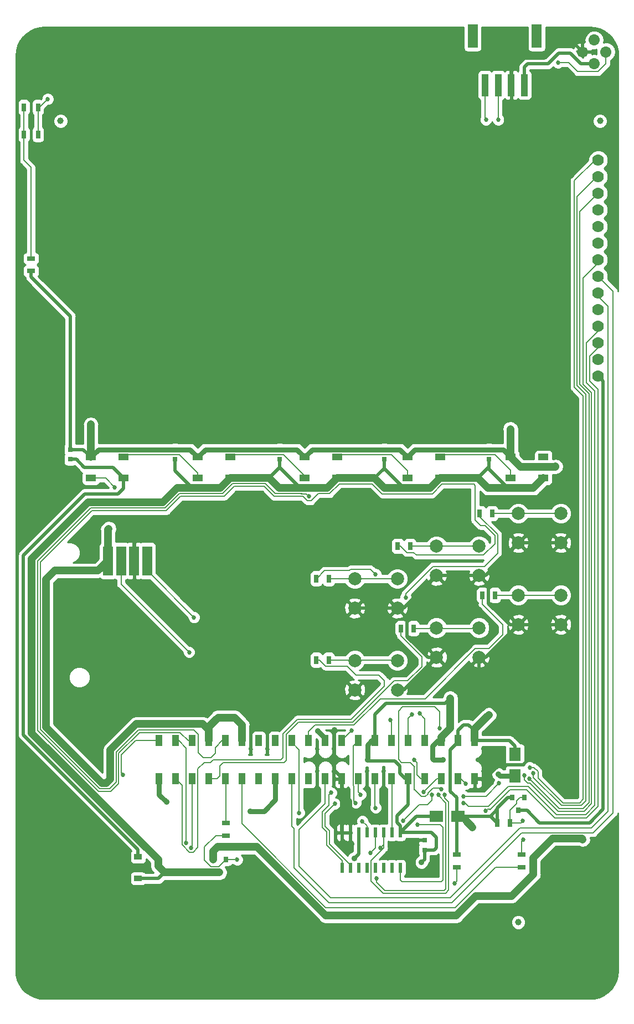
<source format=gtl>
G04 #@! TF.GenerationSoftware,KiCad,Pcbnew,(5.0.0-3-g5ebb6b6)*
G04 #@! TF.CreationDate,2018-10-24T08:18:16-07:00*
G04 #@! TF.ProjectId,HackPackv4,4861636B5061636B76342E6B69636164,rev?*
G04 #@! TF.SameCoordinates,Original*
G04 #@! TF.FileFunction,Copper,L1,Top,Signal*
G04 #@! TF.FilePolarity,Positive*
%FSLAX46Y46*%
G04 Gerber Fmt 4.6, Leading zero omitted, Abs format (unit mm)*
G04 Created by KiCad (PCBNEW (5.0.0-3-g5ebb6b6)) date Wednesday, October 24, 2018 at 08:18:16 AM*
%MOMM*%
%LPD*%
G01*
G04 APERTURE LIST*
G04 #@! TA.AperFunction,ComponentPad*
%ADD10C,2.000000*%
G04 #@! TD*
G04 #@! TA.AperFunction,SMDPad,CuDef*
%ADD11R,1.600000X1.000000*%
G04 #@! TD*
G04 #@! TA.AperFunction,ComponentPad*
%ADD12C,1.778000*%
G04 #@! TD*
G04 #@! TA.AperFunction,SMDPad,CuDef*
%ADD13R,1.200000X0.900000*%
G04 #@! TD*
G04 #@! TA.AperFunction,SMDPad,CuDef*
%ADD14R,1.020000X1.780000*%
G04 #@! TD*
G04 #@! TA.AperFunction,SMDPad,CuDef*
%ADD15R,2.150000X1.800000*%
G04 #@! TD*
G04 #@! TA.AperFunction,SMDPad,CuDef*
%ADD16R,1.800000X2.150000*%
G04 #@! TD*
G04 #@! TA.AperFunction,SMDPad,CuDef*
%ADD17R,0.650000X1.300000*%
G04 #@! TD*
G04 #@! TA.AperFunction,ComponentPad*
%ADD18C,1.700000*%
G04 #@! TD*
G04 #@! TA.AperFunction,Conductor*
%ADD19C,1.700000*%
G04 #@! TD*
G04 #@! TA.AperFunction,SMDPad,CuDef*
%ADD20R,0.800000X0.900000*%
G04 #@! TD*
G04 #@! TA.AperFunction,SMDPad,CuDef*
%ADD21R,0.600000X1.500000*%
G04 #@! TD*
G04 #@! TA.AperFunction,SMDPad,CuDef*
%ADD22R,0.750000X0.800000*%
G04 #@! TD*
G04 #@! TA.AperFunction,SMDPad,CuDef*
%ADD23R,0.700000X1.300000*%
G04 #@! TD*
G04 #@! TA.AperFunction,SMDPad,CuDef*
%ADD24R,1.300000X0.700000*%
G04 #@! TD*
G04 #@! TA.AperFunction,SMDPad,CuDef*
%ADD25R,1.500000X3.600000*%
G04 #@! TD*
G04 #@! TA.AperFunction,SMDPad,CuDef*
%ADD26R,1.010000X3.400000*%
G04 #@! TD*
G04 #@! TA.AperFunction,SMDPad,CuDef*
%ADD27R,1.500000X4.500000*%
G04 #@! TD*
G04 #@! TA.AperFunction,BGAPad,CuDef*
%ADD28C,1.000000*%
G04 #@! TD*
G04 #@! TA.AperFunction,ViaPad*
%ADD29C,0.889000*%
G04 #@! TD*
G04 #@! TA.AperFunction,ViaPad*
%ADD30C,0.685800*%
G04 #@! TD*
G04 #@! TA.AperFunction,Conductor*
%ADD31C,0.508000*%
G04 #@! TD*
G04 #@! TA.AperFunction,Conductor*
%ADD32C,0.889000*%
G04 #@! TD*
G04 #@! TA.AperFunction,Conductor*
%ADD33C,1.143000*%
G04 #@! TD*
G04 #@! TA.AperFunction,Conductor*
%ADD34C,0.762000*%
G04 #@! TD*
G04 #@! TA.AperFunction,Conductor*
%ADD35C,0.203200*%
G04 #@! TD*
G04 #@! TA.AperFunction,Conductor*
%ADD36C,0.254000*%
G04 #@! TD*
G04 APERTURE END LIST*
D10*
G04 #@! TO.P,SW1,1*
G04 #@! TO.N,Net-(R1-Pad1)*
X79000000Y-125000000D03*
G04 #@! TO.P,SW1,2*
G04 #@! TO.N,+3V3*
X79000000Y-129500000D03*
G04 #@! TO.P,SW1,1*
G04 #@! TO.N,Net-(R1-Pad1)*
X72500000Y-125000000D03*
G04 #@! TO.P,SW1,2*
G04 #@! TO.N,+3V3*
X72500000Y-129500000D03*
G04 #@! TD*
G04 #@! TO.P,SW3,1*
G04 #@! TO.N,Net-(R3-Pad1)*
X91500000Y-120000000D03*
G04 #@! TO.P,SW3,2*
G04 #@! TO.N,+3V3*
X91500000Y-124500000D03*
G04 #@! TO.P,SW3,1*
G04 #@! TO.N,Net-(R3-Pad1)*
X85000000Y-120000000D03*
G04 #@! TO.P,SW3,2*
G04 #@! TO.N,+3V3*
X85000000Y-124500000D03*
G04 #@! TD*
G04 #@! TO.P,SW2,1*
G04 #@! TO.N,Net-(R2-Pad1)*
X79000000Y-137500000D03*
G04 #@! TO.P,SW2,2*
G04 #@! TO.N,+3V3*
X79000000Y-142000000D03*
G04 #@! TO.P,SW2,1*
G04 #@! TO.N,Net-(R2-Pad1)*
X72500000Y-137500000D03*
G04 #@! TO.P,SW2,2*
G04 #@! TO.N,+3V3*
X72500000Y-142000000D03*
G04 #@! TD*
G04 #@! TO.P,SW4,1*
G04 #@! TO.N,Net-(R4-Pad1)*
X91500000Y-132500000D03*
G04 #@! TO.P,SW4,2*
G04 #@! TO.N,+3V3*
X91500000Y-137000000D03*
G04 #@! TO.P,SW4,1*
G04 #@! TO.N,Net-(R4-Pad1)*
X85000000Y-132500000D03*
G04 #@! TO.P,SW4,2*
G04 #@! TO.N,+3V3*
X85000000Y-137000000D03*
G04 #@! TD*
G04 #@! TO.P,SW6,1*
G04 #@! TO.N,Net-(R6-Pad1)*
X104000000Y-115000000D03*
G04 #@! TO.P,SW6,2*
G04 #@! TO.N,+3V3*
X104000000Y-119500000D03*
G04 #@! TO.P,SW6,1*
G04 #@! TO.N,Net-(R6-Pad1)*
X97500000Y-115000000D03*
G04 #@! TO.P,SW6,2*
G04 #@! TO.N,+3V3*
X97500000Y-119500000D03*
G04 #@! TD*
G04 #@! TO.P,SW7,1*
G04 #@! TO.N,Net-(R7-Pad1)*
X104000000Y-127500000D03*
G04 #@! TO.P,SW7,2*
G04 #@! TO.N,+3V3*
X104000000Y-132000000D03*
G04 #@! TO.P,SW7,1*
G04 #@! TO.N,Net-(R7-Pad1)*
X97500000Y-127500000D03*
G04 #@! TO.P,SW7,2*
G04 #@! TO.N,+3V3*
X97500000Y-132000000D03*
G04 #@! TD*
D11*
G04 #@! TO.P,U1,1*
G04 #@! TO.N,+5V_LIGHTS*
X53475000Y-109600000D03*
G04 #@! TO.P,U1,2*
G04 #@! TO.N,Net-(U1-Pad2)*
X53475000Y-106400000D03*
G04 #@! TO.P,U1,4*
G04 #@! TO.N,Net-(U1-Pad4)*
X48475000Y-109600000D03*
G04 #@! TO.P,U1,3*
G04 #@! TO.N,GND*
X48475000Y-106400000D03*
G04 #@! TD*
G04 #@! TO.P,U2,1*
G04 #@! TO.N,+5V_LIGHTS*
X85550000Y-109600000D03*
G04 #@! TO.P,U2,2*
G04 #@! TO.N,Net-(U2-Pad2)*
X85550000Y-106400000D03*
G04 #@! TO.P,U2,4*
G04 #@! TO.N,Net-(U2-Pad4)*
X80550000Y-109600000D03*
G04 #@! TO.P,U2,3*
G04 #@! TO.N,GND*
X80550000Y-106400000D03*
G04 #@! TD*
G04 #@! TO.P,U3,1*
G04 #@! TO.N,+5V_LIGHTS*
X101340000Y-109600000D03*
G04 #@! TO.P,U3,2*
G04 #@! TO.N,N/C*
X101340000Y-106400000D03*
G04 #@! TO.P,U3,4*
G04 #@! TO.N,Net-(U2-Pad2)*
X96340000Y-109600000D03*
G04 #@! TO.P,U3,3*
G04 #@! TO.N,GND*
X96340000Y-106400000D03*
G04 #@! TD*
G04 #@! TO.P,U4,1*
G04 #@! TO.N,/LED1_PWR*
X37140000Y-109600000D03*
G04 #@! TO.P,U4,2*
G04 #@! TO.N,Net-(U1-Pad4)*
X37140000Y-106400000D03*
G04 #@! TO.P,U4,4*
G04 #@! TO.N,/LED_DATA*
X32140000Y-109600000D03*
G04 #@! TO.P,U4,3*
G04 #@! TO.N,GND*
X32140000Y-106400000D03*
G04 #@! TD*
G04 #@! TO.P,U5,1*
G04 #@! TO.N,+5V_LIGHTS*
X69815000Y-109600000D03*
G04 #@! TO.P,U5,2*
G04 #@! TO.N,Net-(U2-Pad4)*
X69815000Y-106400000D03*
G04 #@! TO.P,U5,4*
G04 #@! TO.N,Net-(U1-Pad2)*
X64815000Y-109600000D03*
G04 #@! TO.P,U5,3*
G04 #@! TO.N,GND*
X64815000Y-106400000D03*
G04 #@! TD*
D12*
G04 #@! TO.P,U7,14*
G04 #@! TO.N,/IRQ_TOUCH*
X109730000Y-60990000D03*
G04 #@! TO.P,U7,13*
G04 #@! TO.N,/SPI1_MISO*
X109730000Y-63530000D03*
G04 #@! TO.P,U7,12*
G04 #@! TO.N,/SPI1_MOSI*
X109730000Y-66070000D03*
G04 #@! TO.P,U7,11*
G04 #@! TO.N,/CS_TOUCH*
X109730000Y-68610000D03*
G04 #@! TO.P,U7,10*
G04 #@! TO.N,/SPI1_SCK*
X109730000Y-71150000D03*
G04 #@! TO.P,U7,9*
G04 #@! TO.N,N/C*
X109730000Y-73690000D03*
G04 #@! TO.P,U7,8*
G04 #@! TO.N,/LCD_BKLT*
X109730000Y-76230000D03*
G04 #@! TO.P,U7,7*
G04 #@! TO.N,/SPI0_SCK*
X109730000Y-78770000D03*
G04 #@! TO.P,U7,6*
G04 #@! TO.N,/SPI0_MOSI*
X109730000Y-81310000D03*
G04 #@! TO.P,U7,5*
G04 #@! TO.N,/LCD_DC*
X109730000Y-83850000D03*
G04 #@! TO.P,U7,4*
G04 #@! TO.N,/LCD_RESET*
X109730000Y-86390000D03*
G04 #@! TO.P,U7,3*
G04 #@! TO.N,/SPI0_CE0*
X109730000Y-88930000D03*
G04 #@! TO.P,U7,2*
G04 #@! TO.N,GND*
X109730000Y-91470000D03*
G04 #@! TO.P,U7,1*
G04 #@! TO.N,+5V_LCD*
X109730000Y-94010000D03*
G04 #@! TD*
D13*
G04 #@! TO.P,D1,1*
G04 #@! TO.N,/LED1_PWR*
X39370000Y-167514000D03*
G04 #@! TO.P,D1,2*
G04 #@! TO.N,+5V_LIGHTS*
X39370000Y-170814000D03*
G04 #@! TD*
D14*
G04 #@! TO.P,J1,40*
G04 #@! TO.N,/SPI1_SCK*
X42565000Y-149760000D03*
G04 #@! TO.P,J1,39*
G04 #@! TO.N,GND*
X42565000Y-155580000D03*
G04 #@! TO.P,J1,38*
G04 #@! TO.N,/SPI1_MOSI*
X45105000Y-149760000D03*
G04 #@! TO.P,J1,37*
G04 #@! TO.N,/START_B*
X45105000Y-155580000D03*
G04 #@! TO.P,J1,36*
G04 #@! TO.N,/SELECT_B*
X47645000Y-149760000D03*
G04 #@! TO.P,J1,35*
G04 #@! TO.N,/SPI1_MISO*
X47645000Y-155580000D03*
G04 #@! TO.P,J1,34*
G04 #@! TO.N,GND*
X50185000Y-149760000D03*
G04 #@! TO.P,J1,33*
G04 #@! TO.N,/A_B*
X50185000Y-155580000D03*
G04 #@! TO.P,J1,32*
G04 #@! TO.N,/X_B*
X52725000Y-149760000D03*
G04 #@! TO.P,J1,31*
G04 #@! TO.N,/~LED_ON*
X52725000Y-155580000D03*
G04 #@! TO.P,J1,30*
G04 #@! TO.N,GND*
X55265000Y-149760000D03*
G04 #@! TO.P,J1,29*
G04 #@! TO.N,/~LCD_ON*
X55265000Y-155580000D03*
G04 #@! TO.P,J1,28*
G04 #@! TO.N,N/C*
X57805000Y-149760000D03*
G04 #@! TO.P,J1,27*
X57805000Y-155580000D03*
G04 #@! TO.P,J1,26*
X60345000Y-149760000D03*
G04 #@! TO.P,J1,25*
G04 #@! TO.N,GND*
X60345000Y-155580000D03*
G04 #@! TO.P,J1,24*
G04 #@! TO.N,/SPI0_CE0*
X62885000Y-149760000D03*
G04 #@! TO.P,J1,23*
G04 #@! TO.N,/SPI0_SCK*
X62885000Y-155580000D03*
G04 #@! TO.P,J1,22*
G04 #@! TO.N,/B_B*
X65425000Y-149760000D03*
G04 #@! TO.P,J1,21*
G04 #@! TO.N,N/C*
X65425000Y-155580000D03*
G04 #@! TO.P,J1,20*
G04 #@! TO.N,GND*
X67965000Y-149760000D03*
G04 #@! TO.P,J1,19*
G04 #@! TO.N,/SPI0_MOSI*
X67965000Y-155580000D03*
G04 #@! TO.P,J1,18*
G04 #@! TO.N,/Y_B*
X70505000Y-149760000D03*
G04 #@! TO.P,J1,17*
G04 #@! TO.N,+3V3*
X70505000Y-155580000D03*
G04 #@! TO.P,J1,16*
G04 #@! TO.N,/LCD_BKLT*
X73045000Y-149760000D03*
G04 #@! TO.P,J1,15*
G04 #@! TO.N,/LCD_DC*
X73045000Y-155580000D03*
G04 #@! TO.P,J1,14*
G04 #@! TO.N,GND*
X75585000Y-149760000D03*
G04 #@! TO.P,J1,13*
G04 #@! TO.N,/LCD_RESET*
X75585000Y-155580000D03*
G04 #@! TO.P,J1,12*
G04 #@! TO.N,/LED_DATA*
X78125000Y-149760000D03*
G04 #@! TO.P,J1,11*
G04 #@! TO.N,/SPI1_CE1*
X78125000Y-155580000D03*
G04 #@! TO.P,J1,10*
G04 #@! TO.N,/Rx*
X80665000Y-149760000D03*
G04 #@! TO.P,J1,9*
G04 #@! TO.N,GND*
X80665000Y-155580000D03*
G04 #@! TO.P,J1,8*
G04 #@! TO.N,/Tx*
X83205000Y-149760000D03*
G04 #@! TO.P,J1,7*
G04 #@! TO.N,/CS_TOUCH*
X83205000Y-155580000D03*
G04 #@! TO.P,J1,6*
G04 #@! TO.N,GND*
X85745000Y-149760000D03*
G04 #@! TO.P,J1,5*
G04 #@! TO.N,/PWR_ON_OFF*
X85745000Y-155580000D03*
G04 #@! TO.P,J1,4*
G04 #@! TO.N,+5V*
X88285000Y-149760000D03*
G04 #@! TO.P,J1,3*
G04 #@! TO.N,/SDA*
X88285000Y-155580000D03*
G04 #@! TO.P,J1,2*
G04 #@! TO.N,+5V*
X90825000Y-149760000D03*
G04 #@! TO.P,J1,1*
G04 #@! TO.N,+3V3*
X90825000Y-155580000D03*
G04 #@! TD*
D15*
G04 #@! TO.P,C8,1*
G04 #@! TO.N,+5V*
X88239000Y-161290000D03*
G04 #@! TO.P,C8,2*
G04 #@! TO.N,GND*
X84989000Y-161290000D03*
G04 #@! TD*
D16*
G04 #@! TO.P,C1,1*
G04 #@! TO.N,+5V*
X97000000Y-151875000D03*
G04 #@! TO.P,C1,2*
G04 #@! TO.N,GND*
X97000000Y-155125000D03*
G04 #@! TD*
D17*
G04 #@! TO.P,SW5,1*
G04 #@! TO.N,Net-(R5-Pad1)*
X21910000Y-52920000D03*
X21910000Y-57070000D03*
G04 #@! TO.P,SW5,2*
G04 #@! TO.N,/PWR_ON_OFF*
X24060000Y-52920000D03*
X24060000Y-57070000D03*
G04 #@! TD*
D18*
G04 #@! TO.P,J2,1*
G04 #@! TO.N,+3V3*
X107315000Y-44450000D03*
G04 #@! TO.P,J2,2*
G04 #@! TO.N,/SDA*
X109111051Y-42653949D03*
D19*
G04 #@! TD*
G04 #@! TO.N,/SDA*
G04 #@! TO.C,J2*
X109111051Y-42653949D02*
X109111051Y-42653949D01*
D18*
G04 #@! TO.P,J2,3*
G04 #@! TO.N,GND*
X109111051Y-46246051D03*
D19*
G04 #@! TD*
G04 #@! TO.N,GND*
G04 #@! TO.C,J2*
X109111051Y-46246051D02*
X109111051Y-46246051D01*
D18*
G04 #@! TO.P,J2,4*
G04 #@! TO.N,/PWR_ON_OFF*
X110907102Y-44450000D03*
D19*
G04 #@! TD*
G04 #@! TO.N,/PWR_ON_OFF*
G04 #@! TO.C,J2*
X110907102Y-44450000D02*
X110907102Y-44450000D01*
D20*
G04 #@! TO.P,Q2,1*
G04 #@! TO.N,Net-(Q2-Pad1)*
X98460000Y-158420000D03*
G04 #@! TO.P,Q2,2*
G04 #@! TO.N,+5V*
X96560000Y-158420000D03*
G04 #@! TO.P,Q2,3*
G04 #@! TO.N,+5V_LCD*
X97510000Y-160420000D03*
G04 #@! TD*
D21*
G04 #@! TO.P,U6,16*
G04 #@! TO.N,+3V3*
X70555000Y-163800000D03*
G04 #@! TO.P,U6,15*
X71825000Y-163800000D03*
G04 #@! TO.P,U6,14*
G04 #@! TO.N,GND*
X73095000Y-163800000D03*
G04 #@! TO.P,U6,13*
G04 #@! TO.N,/SPI1_SCK*
X74365000Y-163800000D03*
G04 #@! TO.P,U6,12*
G04 #@! TO.N,/SPI1_MISO*
X75635000Y-163800000D03*
G04 #@! TO.P,U6,11*
G04 #@! TO.N,/SPI1_MOSI*
X76905000Y-163800000D03*
G04 #@! TO.P,U6,10*
G04 #@! TO.N,/SPI1_CE1*
X78175000Y-163800000D03*
G04 #@! TO.P,U6,9*
G04 #@! TO.N,GND*
X79445000Y-163800000D03*
G04 #@! TO.P,U6,8*
G04 #@! TO.N,/IRQ_TOUCH*
X79445000Y-169200000D03*
G04 #@! TO.P,U6,7*
G04 #@! TO.N,N/C*
X78175000Y-169200000D03*
G04 #@! TO.P,U6,6*
X76905000Y-169200000D03*
G04 #@! TO.P,U6,5*
X75635000Y-169200000D03*
G04 #@! TO.P,U6,4*
X74365000Y-169200000D03*
G04 #@! TO.P,U6,3*
X73095000Y-169200000D03*
G04 #@! TO.P,U6,2*
G04 #@! TO.N,Net-(U6-Pad2)*
X71825000Y-169200000D03*
G04 #@! TO.P,U6,1*
G04 #@! TO.N,Net-(U6-Pad1)*
X70555000Y-169200000D03*
G04 #@! TD*
D22*
G04 #@! TO.P,C2,1*
G04 #@! TO.N,+5V_LIGHTS*
X61000000Y-106750000D03*
G04 #@! TO.P,C2,2*
G04 #@! TO.N,GND*
X61000000Y-105250000D03*
G04 #@! TD*
G04 #@! TO.P,C3,1*
G04 #@! TO.N,+5V_LIGHTS*
X93000000Y-106750000D03*
G04 #@! TO.P,C3,2*
G04 #@! TO.N,GND*
X93000000Y-105250000D03*
G04 #@! TD*
G04 #@! TO.P,C4,1*
G04 #@! TO.N,+5V_LIGHTS*
X77000000Y-106750000D03*
G04 #@! TO.P,C4,2*
G04 #@! TO.N,GND*
X77000000Y-105250000D03*
G04 #@! TD*
G04 #@! TO.P,C5,1*
G04 #@! TO.N,+5V_LIGHTS*
X45000000Y-106750000D03*
G04 #@! TO.P,C5,2*
G04 #@! TO.N,GND*
X45000000Y-105250000D03*
G04 #@! TD*
G04 #@! TO.P,C6,1*
G04 #@! TO.N,/LED1_PWR*
X29000000Y-106750000D03*
G04 #@! TO.P,C6,2*
G04 #@! TO.N,GND*
X29000000Y-105250000D03*
G04 #@! TD*
G04 #@! TO.P,C7,1*
G04 #@! TO.N,+3V3*
X83159600Y-164959600D03*
G04 #@! TO.P,C7,2*
G04 #@! TO.N,GND*
X83159600Y-166459600D03*
G04 #@! TD*
D20*
G04 #@! TO.P,Q1,1*
G04 #@! TO.N,Net-(Q1-Pad1)*
X52766000Y-167910000D03*
G04 #@! TO.P,Q1,2*
G04 #@! TO.N,+5V*
X50866000Y-167910000D03*
G04 #@! TO.P,Q1,3*
G04 #@! TO.N,+5V_LIGHTS*
X51816000Y-169910000D03*
G04 #@! TD*
D23*
G04 #@! TO.P,R1,1*
G04 #@! TO.N,Net-(R1-Pad1)*
X68514000Y-124968000D03*
G04 #@! TO.P,R1,2*
G04 #@! TO.N,/SELECT_B*
X66614000Y-124968000D03*
G04 #@! TD*
G04 #@! TO.P,R2,1*
G04 #@! TO.N,Net-(R2-Pad1)*
X68514000Y-137414000D03*
G04 #@! TO.P,R2,2*
G04 #@! TO.N,/START_B*
X66614000Y-137414000D03*
G04 #@! TD*
G04 #@! TO.P,R3,1*
G04 #@! TO.N,Net-(R3-Pad1)*
X80950000Y-120000000D03*
G04 #@! TO.P,R3,2*
G04 #@! TO.N,/X_B*
X79050000Y-120000000D03*
G04 #@! TD*
G04 #@! TO.P,R4,1*
G04 #@! TO.N,Net-(R4-Pad1)*
X81468000Y-132588000D03*
G04 #@! TO.P,R4,2*
G04 #@! TO.N,/A_B*
X79568000Y-132588000D03*
G04 #@! TD*
D24*
G04 #@! TO.P,R5,1*
G04 #@! TO.N,Net-(R5-Pad1)*
X23000000Y-76050000D03*
G04 #@! TO.P,R5,2*
G04 #@! TO.N,GND*
X23000000Y-77950000D03*
G04 #@! TD*
D23*
G04 #@! TO.P,R6,1*
G04 #@! TO.N,Net-(R6-Pad1)*
X93500000Y-115000000D03*
G04 #@! TO.P,R6,2*
G04 #@! TO.N,/Y_B*
X91600000Y-115000000D03*
G04 #@! TD*
G04 #@! TO.P,R7,1*
G04 #@! TO.N,Net-(R7-Pad1)*
X93914000Y-127508000D03*
G04 #@! TO.P,R7,2*
G04 #@! TO.N,/B_B*
X92014000Y-127508000D03*
G04 #@! TD*
D24*
G04 #@! TO.P,R8,1*
G04 #@! TO.N,Net-(Q1-Pad1)*
X52832000Y-164272000D03*
G04 #@! TO.P,R8,2*
G04 #@! TO.N,/~LED_ON*
X52832000Y-162372000D03*
G04 #@! TD*
G04 #@! TO.P,R9,1*
G04 #@! TO.N,+5V*
X88138000Y-167198000D03*
G04 #@! TO.P,R9,2*
G04 #@! TO.N,Net-(Q1-Pad1)*
X88138000Y-169098000D03*
G04 #@! TD*
G04 #@! TO.P,R10,1*
G04 #@! TO.N,Net-(Q2-Pad1)*
X98044000Y-167198000D03*
G04 #@! TO.P,R10,2*
G04 #@! TO.N,/~LCD_ON*
X98044000Y-169098000D03*
G04 #@! TD*
D23*
G04 #@! TO.P,R11,1*
G04 #@! TO.N,+5V*
X94300000Y-162306000D03*
G04 #@! TO.P,R11,2*
G04 #@! TO.N,Net-(Q2-Pad1)*
X96200000Y-162306000D03*
G04 #@! TD*
D25*
G04 #@! TO.P,J3,*
G04 #@! TO.N,*
X90525000Y-42030000D03*
X100325000Y-42030000D03*
D26*
G04 #@! TO.P,J3,4*
G04 #@! TO.N,/Rx*
X92425000Y-49530000D03*
G04 #@! TO.P,J3,3*
G04 #@! TO.N,/Tx*
X94425000Y-49530000D03*
G04 #@! TO.P,J3,2*
G04 #@! TO.N,+3V3*
X96425000Y-49530000D03*
G04 #@! TO.P,J3,1*
G04 #@! TO.N,GND*
X98425000Y-49530000D03*
G04 #@! TD*
D27*
G04 #@! TO.P,U8,2*
G04 #@! TO.N,+3V3*
X38750000Y-122250000D03*
G04 #@! TO.P,U8,3*
G04 #@! TO.N,Net-(U6-Pad1)*
X36750000Y-122250000D03*
G04 #@! TO.P,U8,1*
G04 #@! TO.N,Net-(U6-Pad2)*
X40750000Y-122250000D03*
G04 #@! TO.P,U8,4*
G04 #@! TO.N,GND*
X34750000Y-122250000D03*
G04 #@! TD*
D28*
G04 #@! TO.P,F1,~*
G04 #@! TO.N,N/C*
X27500000Y-55000000D03*
G04 #@! TD*
G04 #@! TO.P,F2,~*
G04 #@! TO.N,N/C*
X110000000Y-55000000D03*
G04 #@! TD*
G04 #@! TO.P,F3,~*
G04 #@! TO.N,N/C*
X97500000Y-177500000D03*
G04 #@! TD*
D29*
G04 #@! TO.N,+5V*
X90500000Y-163000000D03*
X91000000Y-173500000D03*
X107330000Y-164840000D03*
X93020000Y-145790000D03*
G04 #@! TO.N,GND*
X103187500Y-107848400D03*
X43713400Y-159156400D03*
X50114200Y-147967700D03*
X56489600Y-160553400D03*
X66840100Y-148297900D03*
X74434700Y-152704800D03*
X82702400Y-168351200D03*
X72453500Y-167716200D03*
X86010000Y-152670000D03*
X94470000Y-154870000D03*
X87110000Y-143260000D03*
X96290000Y-102110000D03*
X32130000Y-101400000D03*
X34870000Y-117350000D03*
G04 #@! TO.N,+3V3*
X38862000Y-118618000D03*
X96380300Y-46189900D03*
X68922900Y-145491200D03*
X69405500Y-148145500D03*
X71970900Y-165544500D03*
X77952600Y-165557200D03*
D30*
G04 #@! TO.N,/SDA*
X89484200Y-156337000D03*
X85750400Y-157187900D03*
X85483700Y-147828000D03*
G04 #@! TO.N,/PWR_ON_OFF*
X82994500Y-157607000D03*
X25540000Y-51660000D03*
X103580000Y-46120000D03*
G04 #@! TO.N,/CS_TOUCH*
X81610200Y-152666700D03*
G04 #@! TO.N,/LED_DATA*
X77978000Y-146558000D03*
X35814000Y-110998000D03*
G04 #@! TO.N,/LCD_RESET*
X75692000Y-160020000D03*
X89154000Y-159258000D03*
G04 #@! TO.N,/LCD_DC*
X73406000Y-157988000D03*
G04 #@! TO.N,/LCD_BKLT*
X94560000Y-156270000D03*
X98460000Y-155020000D03*
X72644000Y-159258000D03*
X89154000Y-158242000D03*
G04 #@! TO.N,/Y_B*
X71983600Y-148234400D03*
X80276700Y-127850900D03*
G04 #@! TO.N,/SPI0_CE0*
X92540000Y-160470000D03*
X64008000Y-160782000D03*
G04 #@! TO.N,/SPI1_MISO*
X74930000Y-166878000D03*
X47498000Y-166116000D03*
X99750000Y-154750000D03*
X75819000Y-170815000D03*
X85280500Y-158051500D03*
G04 #@! TO.N,/SELECT_B*
X65500000Y-112400000D03*
X75650000Y-124300000D03*
G04 #@! TO.N,/SPI1_MOSI*
X76454000Y-166116000D03*
X46736000Y-165354000D03*
X99180000Y-155550000D03*
X86258400Y-157988000D03*
G04 #@! TO.N,/SPI1_SCK*
X37084000Y-154940000D03*
X73660000Y-162052000D03*
G04 #@! TO.N,Net-(Q1-Pad1)*
X54510000Y-167940000D03*
X87770000Y-171560000D03*
G04 #@! TO.N,Net-(Q2-Pad1)*
X98298000Y-164846000D03*
X98180000Y-162010000D03*
G04 #@! TO.N,/IRQ_TOUCH*
X79880000Y-161980000D03*
X82050000Y-162550000D03*
X99250500Y-153860500D03*
X84328000Y-158051500D03*
G04 #@! TO.N,Net-(U6-Pad2)*
X69443600Y-159397700D03*
X47910000Y-130920000D03*
G04 #@! TO.N,Net-(U6-Pad1)*
X47170000Y-136230000D03*
X68884800Y-157721300D03*
G04 #@! TO.N,/Tx*
X82423000Y-145605500D03*
X94437200Y-54813200D03*
G04 #@! TO.N,/Rx*
X92557600Y-54851300D03*
X81203800Y-145770600D03*
G04 #@! TD*
D31*
G04 #@! TO.N,+5V*
X88285000Y-149760000D02*
X88285000Y-148189000D01*
X90825000Y-148229000D02*
X90825000Y-149760000D01*
X89916000Y-147320000D02*
X90825000Y-148229000D01*
X89154000Y-147320000D02*
X89916000Y-147320000D01*
X88285000Y-148189000D02*
X89154000Y-147320000D01*
X90825000Y-149760000D02*
X96166000Y-149760000D01*
X97000000Y-150594000D02*
X97000000Y-152000000D01*
X96166000Y-149760000D02*
X97000000Y-150594000D01*
X88114000Y-161290000D02*
X93250000Y-161290000D01*
X93250000Y-161290000D02*
X93284000Y-161290000D01*
X93284000Y-161290000D02*
X94300000Y-162306000D01*
X88285000Y-149760000D02*
X88285000Y-149967000D01*
X88114000Y-158472000D02*
X88114000Y-161290000D01*
X87122000Y-157480000D02*
X88114000Y-158472000D01*
X87122000Y-151130000D02*
X87122000Y-157480000D01*
X88285000Y-149967000D02*
X87122000Y-151130000D01*
X88138000Y-167198000D02*
X88138000Y-161314000D01*
X88138000Y-161314000D02*
X88114000Y-161290000D01*
D32*
X88114000Y-161290000D02*
X88790000Y-161290000D01*
X88790000Y-161290000D02*
X89500000Y-162000000D01*
D33*
X89500000Y-162000000D02*
X90500000Y-163000000D01*
X50866000Y-166634000D02*
X50866000Y-167910000D01*
X91000000Y-173500000D02*
X88000000Y-176500000D01*
X88000000Y-176500000D02*
X68072722Y-176500000D01*
X68072722Y-176500000D02*
X57572722Y-166000000D01*
X57572722Y-166000000D02*
X51500000Y-166000000D01*
X51500000Y-166000000D02*
X50866000Y-166634000D01*
X90825000Y-149760000D02*
X90825000Y-147985000D01*
X96490000Y-173500000D02*
X91000000Y-173500000D01*
X99790000Y-170200000D02*
X96490000Y-173500000D01*
X99790000Y-167650000D02*
X99790000Y-170200000D01*
X102730000Y-164710000D02*
X99790000Y-167650000D01*
X107200000Y-164710000D02*
X102730000Y-164710000D01*
X107330000Y-164840000D02*
X107200000Y-164710000D01*
X90825000Y-147985000D02*
X93020000Y-145790000D01*
D31*
X96560000Y-158420000D02*
X95890000Y-158420000D01*
X94300000Y-160010000D02*
X94300000Y-160100000D01*
X94300000Y-160100000D02*
X94300000Y-162306000D01*
X95890000Y-158420000D02*
X94300000Y-160010000D01*
X94300000Y-160100000D02*
X94300000Y-160240000D01*
X94300000Y-160240000D02*
X93250000Y-161290000D01*
G04 #@! TO.N,GND*
X29000000Y-105250000D02*
X30990000Y-105250000D01*
X30990000Y-105250000D02*
X32140000Y-106400000D01*
X85114000Y-161290000D02*
X81955000Y-161290000D01*
X81955000Y-161290000D02*
X79445000Y-163800000D01*
X23000000Y-77950000D02*
X23000000Y-78880000D01*
X29000000Y-84880000D02*
X29000000Y-105250000D01*
X23000000Y-78880000D02*
X29000000Y-84880000D01*
X109111051Y-46246051D02*
X107079051Y-46246051D01*
X98425000Y-46799500D02*
X98425000Y-49530000D01*
X98933000Y-46291500D02*
X98425000Y-46799500D01*
X102044500Y-46291500D02*
X98933000Y-46291500D01*
X103718221Y-44617779D02*
X102044500Y-46291500D01*
X105450779Y-44617779D02*
X103718221Y-44617779D01*
X107079051Y-46246051D02*
X105450779Y-44617779D01*
D33*
X97839200Y-107899200D02*
X96340000Y-106400000D01*
X103136700Y-107899200D02*
X97839200Y-107899200D01*
X103187500Y-107848400D02*
X103136700Y-107899200D01*
D31*
X75585000Y-145737900D02*
X75585000Y-149760000D01*
X77292200Y-144030700D02*
X75585000Y-145737900D01*
X84963000Y-144030700D02*
X84950000Y-144030700D01*
X84950000Y-144030700D02*
X77292200Y-144030700D01*
D34*
X50185000Y-149760000D02*
X50185000Y-148038500D01*
X42565000Y-158008000D02*
X42565000Y-155580000D01*
X43713400Y-159156400D02*
X42565000Y-158008000D01*
X50185000Y-148038500D02*
X50114200Y-147967700D01*
X60345000Y-155580000D02*
X60345000Y-158806200D01*
X58597800Y-160553400D02*
X56489600Y-160553400D01*
X60345000Y-158806200D02*
X58597800Y-160553400D01*
X67965000Y-149760000D02*
X67965000Y-149422800D01*
X67965000Y-149422800D02*
X66840100Y-148297900D01*
X75585000Y-149760000D02*
X75080800Y-149760000D01*
X75080800Y-149760000D02*
X74434700Y-150406100D01*
X74434700Y-150406100D02*
X74434700Y-152704800D01*
D31*
X80665000Y-155580000D02*
X80256300Y-155580000D01*
X74574400Y-152844500D02*
X74434700Y-152704800D01*
X78600300Y-152844500D02*
X74574400Y-152844500D01*
X79413100Y-153657300D02*
X78600300Y-152844500D01*
X79413100Y-154736800D02*
X79413100Y-153657300D01*
X80256300Y-155580000D02*
X79413100Y-154736800D01*
X79445000Y-163800000D02*
X84209100Y-163800000D01*
X84209100Y-163800000D02*
X84988400Y-164579300D01*
X84988400Y-164579300D02*
X84988400Y-166116000D01*
X84988400Y-166116000D02*
X84644800Y-166459600D01*
X84644800Y-166459600D02*
X83159600Y-166459600D01*
X73095000Y-163800000D02*
X73095000Y-167074700D01*
X83159600Y-167894000D02*
X83159600Y-166459600D01*
X82702400Y-168351200D02*
X83159600Y-167894000D01*
X73095000Y-167074700D02*
X72453500Y-167716200D01*
X80665000Y-155580000D02*
X80665000Y-159535000D01*
X79445000Y-162785000D02*
X79445000Y-163800000D01*
X78930000Y-162270000D02*
X79445000Y-162785000D01*
X78930000Y-161270000D02*
X78930000Y-162270000D01*
X80665000Y-159535000D02*
X78930000Y-161270000D01*
D34*
X97000000Y-155125000D02*
X94725000Y-155125000D01*
X85220000Y-149760000D02*
X85745000Y-149760000D01*
X84380000Y-150600000D02*
X85220000Y-149760000D01*
X84380000Y-152480000D02*
X84380000Y-150600000D01*
X84570000Y-152670000D02*
X84380000Y-152480000D01*
X86010000Y-152670000D02*
X84570000Y-152670000D01*
X94725000Y-155125000D02*
X94470000Y-154870000D01*
D33*
X85745000Y-149760000D02*
X85745000Y-149255000D01*
X87120000Y-147880000D02*
X87120000Y-144830000D01*
X85745000Y-149255000D02*
X87120000Y-147880000D01*
X87110000Y-143260000D02*
X87120000Y-143270000D01*
X87120000Y-143270000D02*
X87120000Y-144830000D01*
X96340000Y-102160000D02*
X96340000Y-106400000D01*
X96340000Y-102160000D02*
X96290000Y-102110000D01*
D34*
X93000000Y-105250000D02*
X95190000Y-105250000D01*
X95190000Y-105250000D02*
X96340000Y-106400000D01*
X93000000Y-105250000D02*
X81700000Y-105250000D01*
X81700000Y-105250000D02*
X80550000Y-106400000D01*
X77000000Y-105250000D02*
X79400000Y-105250000D01*
X79400000Y-105250000D02*
X80550000Y-106400000D01*
X77000000Y-105250000D02*
X65965000Y-105250000D01*
X65965000Y-105250000D02*
X64815000Y-106400000D01*
X61000000Y-105250000D02*
X63665000Y-105250000D01*
X63665000Y-105250000D02*
X64815000Y-106400000D01*
X61000000Y-105250000D02*
X49625000Y-105250000D01*
X49625000Y-105250000D02*
X48475000Y-106400000D01*
X45000000Y-105250000D02*
X47325000Y-105250000D01*
X47325000Y-105250000D02*
X48475000Y-106400000D01*
X45000000Y-105250000D02*
X33290000Y-105250000D01*
X33290000Y-105250000D02*
X32140000Y-106400000D01*
D31*
X84950000Y-144030700D02*
X86339300Y-144030700D01*
X86339300Y-144030700D02*
X87110000Y-143260000D01*
D33*
X55265000Y-149760000D02*
X55265000Y-147345000D01*
X55265000Y-147345000D02*
X54130000Y-146210000D01*
X54130000Y-146210000D02*
X51580000Y-146210000D01*
X50185000Y-147605000D02*
X50185000Y-149760000D01*
X51580000Y-146210000D02*
X50185000Y-147605000D01*
X32140000Y-106400000D02*
X32140000Y-101410000D01*
X32140000Y-101410000D02*
X32130000Y-101400000D01*
X34870000Y-117350000D02*
X34750000Y-117470000D01*
X34750000Y-117470000D02*
X34750000Y-122250000D01*
X50114200Y-147967700D02*
X50027700Y-147967700D01*
X33240000Y-123760000D02*
X34750000Y-122250000D01*
X26620000Y-123760000D02*
X33240000Y-123760000D01*
X25273006Y-125106994D02*
X26620000Y-123760000D01*
X25273006Y-147687024D02*
X25273006Y-125106994D01*
X33821639Y-156235657D02*
X25273006Y-147687024D01*
X34544343Y-156235657D02*
X33821639Y-156235657D01*
X35111328Y-155668672D02*
X34544343Y-156235657D01*
X35111328Y-151174654D02*
X35111328Y-155668672D01*
X39085982Y-147200000D02*
X35111328Y-151174654D01*
X49260000Y-147200000D02*
X39085982Y-147200000D01*
X50027700Y-147967700D02*
X49260000Y-147200000D01*
D31*
G04 #@! TO.N,+5V_LIGHTS*
X93000000Y-106750000D02*
X93000000Y-108204000D01*
X93000000Y-108240000D02*
X95885000Y-111125000D01*
X95885000Y-111125000D02*
X99815000Y-111125000D01*
X93000000Y-108204000D02*
X93000000Y-108240000D01*
X99815000Y-111125000D02*
X101340000Y-109600000D01*
X77000000Y-106750000D02*
X77000000Y-108115000D01*
X84025000Y-111125000D02*
X85550000Y-109600000D01*
X80010000Y-111125000D02*
X84025000Y-111125000D01*
X77000000Y-108115000D02*
X80010000Y-111125000D01*
X75515000Y-109600000D02*
X77000000Y-108115000D01*
X61000000Y-106750000D02*
X61000000Y-107990000D01*
X68290000Y-111125000D02*
X69815000Y-109600000D01*
X64135000Y-111125000D02*
X68290000Y-111125000D01*
X61000000Y-107990000D02*
X64135000Y-111125000D01*
X59390000Y-109600000D02*
X61000000Y-107990000D01*
X45000000Y-106750000D02*
X45000000Y-108500000D01*
X45000000Y-108500000D02*
X47625000Y-111125000D01*
X47625000Y-111125000D02*
X51950000Y-111125000D01*
X51950000Y-111125000D02*
X53475000Y-109600000D01*
X42038000Y-170814000D02*
X42000000Y-170814000D01*
X42000000Y-170814000D02*
X39370000Y-170814000D01*
D33*
X51950000Y-111125000D02*
X45339000Y-111125000D01*
X31750000Y-113284000D02*
X43167300Y-113284000D01*
X23114000Y-121920000D02*
X31750000Y-113284000D01*
X23114000Y-148590000D02*
X23114000Y-121920000D01*
X42434000Y-167910000D02*
X23114000Y-148590000D01*
X43167300Y-113284000D02*
X43180000Y-113284000D01*
X43180000Y-113284000D02*
X45339000Y-111125000D01*
X42434000Y-167910000D02*
X42434000Y-168934000D01*
X42434000Y-168934000D02*
X43410000Y-169910000D01*
X43410000Y-169910000D02*
X51816000Y-169910000D01*
X51950000Y-111125000D02*
X53475000Y-109600000D01*
X68290000Y-111125000D02*
X69815000Y-109600000D01*
X69815000Y-109600000D02*
X75515000Y-109600000D01*
X84025000Y-111125000D02*
X85550000Y-109600000D01*
X99815000Y-111125000D02*
X101340000Y-109600000D01*
X77040000Y-111125000D02*
X84025000Y-111125000D01*
X75515000Y-109600000D02*
X77040000Y-111125000D01*
X53475000Y-109600000D02*
X59390000Y-109600000D01*
X59390000Y-109600000D02*
X60915000Y-111125000D01*
X60915000Y-111125000D02*
X68290000Y-111125000D01*
X85550000Y-109600000D02*
X91314000Y-109600000D01*
X92839000Y-111125000D02*
X99815000Y-111125000D01*
X91314000Y-109600000D02*
X92839000Y-111125000D01*
D31*
X93000000Y-106750000D02*
X93000000Y-107914000D01*
X93000000Y-107914000D02*
X91314000Y-109600000D01*
X91314000Y-109600000D02*
X85550000Y-109600000D01*
X42000000Y-170814000D02*
X42506000Y-170814000D01*
X42506000Y-170814000D02*
X43410000Y-169910000D01*
G04 #@! TO.N,+3V3*
X97500000Y-132000000D02*
X104000000Y-132000000D01*
X97500000Y-119500000D02*
X104000000Y-119500000D01*
X91500000Y-137000000D02*
X92500000Y-137000000D01*
X92500000Y-137000000D02*
X97500000Y-132000000D01*
X91500000Y-124500000D02*
X92500000Y-124500000D01*
X92500000Y-124500000D02*
X97500000Y-119500000D01*
X79000000Y-129500000D02*
X80000000Y-129500000D01*
X80000000Y-129500000D02*
X85000000Y-124500000D01*
X79000000Y-142000000D02*
X80000000Y-142000000D01*
X80000000Y-142000000D02*
X85000000Y-137000000D01*
X72500000Y-129500000D02*
X79000000Y-129500000D01*
X97500000Y-132000000D02*
X96186000Y-132000000D01*
X96186000Y-132000000D02*
X92964000Y-128778000D01*
X92964000Y-128778000D02*
X92964000Y-125964000D01*
X92964000Y-125964000D02*
X91500000Y-124500000D01*
X85000000Y-124500000D02*
X91500000Y-124500000D01*
X85000000Y-137000000D02*
X83660000Y-137000000D01*
X80518000Y-131018000D02*
X79000000Y-129500000D01*
X80518000Y-133858000D02*
X80518000Y-131018000D01*
X83660000Y-137000000D02*
X80518000Y-133858000D01*
X70505000Y-155580000D02*
X70505000Y-163750000D01*
X70505000Y-163750000D02*
X70555000Y-163800000D01*
X70505000Y-155580000D02*
X70505000Y-157627000D01*
X71825000Y-158947000D02*
X71825000Y-163800000D01*
X70505000Y-157627000D02*
X71825000Y-158947000D01*
X38750000Y-118730000D02*
X38750000Y-122250000D01*
X38862000Y-118618000D02*
X38750000Y-118730000D01*
X96425000Y-49530000D02*
X96425000Y-46132500D01*
X96425000Y-46132500D02*
X97155000Y-45402500D01*
X97155000Y-45402500D02*
X101437766Y-45402500D01*
X101437766Y-45402500D02*
X103596766Y-43243500D01*
X103596766Y-43243500D02*
X106108500Y-43243500D01*
X106108500Y-43243500D02*
X107315000Y-44450000D01*
X96425000Y-46234600D02*
X96425000Y-49530000D01*
X96380300Y-46189900D02*
X96425000Y-46234600D01*
X70505000Y-155580000D02*
X70505000Y-155391800D01*
X72414100Y-142000000D02*
X72500000Y-142000000D01*
X68922900Y-145491200D02*
X72414100Y-142000000D01*
X69405500Y-154292300D02*
X69405500Y-148145500D01*
X70505000Y-155391800D02*
X69405500Y-154292300D01*
X83159600Y-164959600D02*
X82360200Y-164959600D01*
X71825000Y-165398600D02*
X71825000Y-163800000D01*
X71970900Y-165544500D02*
X71825000Y-165398600D01*
X81762600Y-165557200D02*
X77952600Y-165557200D01*
X82360200Y-164959600D02*
X81762600Y-165557200D01*
X71970900Y-165544500D02*
X71259700Y-165544500D01*
X70555000Y-164839800D02*
X70555000Y-163800000D01*
X71259700Y-165544500D02*
X70555000Y-164839800D01*
X98806000Y-152654000D02*
X98806000Y-149860000D01*
X90825000Y-155580000D02*
X92420000Y-155580000D01*
X98806000Y-149860000D02*
X91500000Y-142554000D01*
X91500000Y-142554000D02*
X91500000Y-137000000D01*
X98806000Y-152654000D02*
X98806000Y-152874000D01*
X98806000Y-152874000D02*
X98270000Y-153410000D01*
X98270000Y-153410000D02*
X94590000Y-153410000D01*
X92420000Y-155580000D02*
X94590000Y-153410000D01*
D35*
G04 #@! TO.N,/SDA*
X88285000Y-155580000D02*
X88727200Y-155580000D01*
X81610000Y-157220000D02*
X81622898Y-157232898D01*
X81610000Y-157220000D02*
X81610000Y-153710000D01*
X82680000Y-158290000D02*
X81622898Y-157232898D01*
X83280000Y-158290000D02*
X82680000Y-158290000D01*
X83667600Y-157902400D02*
X83280000Y-158290000D01*
X83667600Y-157759400D02*
X83667600Y-157902400D01*
X83667600Y-157759400D02*
X84416900Y-157010100D01*
X88727200Y-155580000D02*
X89484200Y-156337000D01*
X85750400Y-157187900D02*
X85572600Y-157010100D01*
X85572600Y-157010100D02*
X84416900Y-157010100D01*
X85483700Y-145341666D02*
X85483700Y-147828000D01*
X84731536Y-144589502D02*
X85483700Y-145341666D01*
X79819498Y-144589502D02*
X84731536Y-144589502D01*
X79178150Y-145230850D02*
X79819498Y-144589502D01*
X79178150Y-145230850D02*
X79178150Y-152584150D01*
X79171800Y-152577800D02*
X79178150Y-152584150D01*
X79178150Y-152584150D02*
X79667100Y-153073100D01*
X81051400Y-153151400D02*
X81610000Y-153710000D01*
X81610000Y-153710000D02*
X81622898Y-153722898D01*
X81051400Y-153073100D02*
X81051400Y-153151400D01*
X79667100Y-153073100D02*
X81051400Y-153073100D01*
G04 #@! TO.N,/PWR_ON_OFF*
X24060000Y-52920000D02*
X24060000Y-57070000D01*
X82994500Y-157607000D02*
X83058000Y-157607000D01*
X83058000Y-157607000D02*
X85085000Y-155580000D01*
X85085000Y-155580000D02*
X85745000Y-155580000D01*
X110907102Y-44450000D02*
X110907102Y-46252898D01*
X24280000Y-52920000D02*
X24060000Y-52920000D01*
X25540000Y-51660000D02*
X24280000Y-52920000D01*
X105230000Y-46120000D02*
X103580000Y-46120000D01*
X106590000Y-47480000D02*
X105230000Y-46120000D01*
X109680000Y-47480000D02*
X106590000Y-47480000D01*
X110907102Y-46252898D02*
X109680000Y-47480000D01*
G04 #@! TO.N,/CS_TOUCH*
X83205000Y-155580000D02*
X82605800Y-155580000D01*
X82029300Y-153085800D02*
X81610200Y-152666700D01*
X82029300Y-155003500D02*
X82029300Y-153085800D01*
X82605800Y-155580000D02*
X82029300Y-155003500D01*
G04 #@! TO.N,/SPI1_CE1*
X78175000Y-163800000D02*
X78175000Y-155630000D01*
X78175000Y-155630000D02*
X78125000Y-155580000D01*
G04 #@! TO.N,/LED_DATA*
X32140000Y-109600000D02*
X34416000Y-109600000D01*
X78125000Y-146705000D02*
X78125000Y-149760000D01*
X77978000Y-146558000D02*
X78125000Y-146705000D01*
X34416000Y-109600000D02*
X35814000Y-110998000D01*
G04 #@! TO.N,/LCD_RESET*
X109730000Y-86390000D02*
X109730000Y-87120000D01*
X75585000Y-159913000D02*
X75585000Y-155580000D01*
X75692000Y-160020000D02*
X75585000Y-159913000D01*
X89408000Y-159258000D02*
X89154000Y-159258000D01*
X89916000Y-159766000D02*
X89408000Y-159258000D01*
X92964000Y-159766000D02*
X89916000Y-159766000D01*
X96012000Y-156718000D02*
X92964000Y-159766000D01*
X99060000Y-156718000D02*
X96012000Y-156718000D01*
X103378000Y-161036000D02*
X99060000Y-156718000D01*
X107797598Y-161036000D02*
X103378000Y-161036000D01*
X109220000Y-159613598D02*
X107797598Y-161036000D01*
X109220000Y-96266000D02*
X109220000Y-159613598D01*
X107950000Y-94996000D02*
X109220000Y-96266000D01*
X107950000Y-88900000D02*
X107950000Y-94996000D01*
X109730000Y-87120000D02*
X107950000Y-88900000D01*
G04 #@! TO.N,/LCD_DC*
X73045000Y-157627000D02*
X73045000Y-155580000D01*
X73406000Y-157988000D02*
X73045000Y-157627000D01*
G04 #@! TO.N,/LCD_BKLT*
X109730000Y-76230000D02*
X109730000Y-76706000D01*
X92588000Y-158242000D02*
X89154000Y-158242000D01*
X94560000Y-156270000D02*
X92588000Y-158242000D01*
X98460000Y-155760000D02*
X98460000Y-155020000D01*
X98910000Y-156210000D02*
X98460000Y-155760000D01*
X99314000Y-156210000D02*
X98910000Y-156210000D01*
X109730000Y-76706000D02*
X107442000Y-78994000D01*
X107442000Y-78994000D02*
X107442000Y-95250000D01*
X107442000Y-95250000D02*
X108712000Y-96520000D01*
X108712000Y-96520000D02*
X108712000Y-159359598D01*
X108712000Y-159359598D02*
X107543598Y-160528000D01*
X107543598Y-160528000D02*
X103632000Y-160528000D01*
X103632000Y-160528000D02*
X99314000Y-156210000D01*
X72390000Y-159004000D02*
X72390000Y-158267400D01*
X72390000Y-158267400D02*
X72390000Y-158242000D01*
X72644000Y-159258000D02*
X72390000Y-159004000D01*
X72390000Y-158267400D02*
X72390000Y-156781500D01*
X72224900Y-150580100D02*
X73045000Y-149760000D01*
X72224900Y-156616400D02*
X72224900Y-150580100D01*
X72390000Y-156781500D02*
X72224900Y-156616400D01*
G04 #@! TO.N,/Y_B*
X91600000Y-115000000D02*
X91600000Y-115488700D01*
X70505000Y-149713000D02*
X70505000Y-149760000D01*
X71983600Y-148234400D02*
X70505000Y-149713000D01*
X80276700Y-127266700D02*
X80276700Y-127850900D01*
X84442300Y-123101100D02*
X80276700Y-127266700D01*
X92290900Y-123101100D02*
X84442300Y-123101100D01*
X94322900Y-121069100D02*
X92290900Y-123101100D01*
X94322900Y-118211600D02*
X94322900Y-121069100D01*
X91600000Y-115488700D02*
X94322900Y-118211600D01*
G04 #@! TO.N,/SPI0_MOSI*
X109730000Y-81310000D02*
X109730000Y-81790000D01*
X67965000Y-159365000D02*
X67965000Y-155580000D01*
X64008000Y-163322000D02*
X67965000Y-159365000D01*
X64008000Y-168910000D02*
X64008000Y-163322000D01*
X68834000Y-173736000D02*
X64008000Y-168910000D01*
X87122000Y-173736000D02*
X68834000Y-173736000D01*
X97790000Y-163068000D02*
X87122000Y-173736000D01*
X108712000Y-163068000D02*
X97790000Y-163068000D01*
X111252000Y-160528000D02*
X108712000Y-163068000D01*
X111252000Y-83312000D02*
X111252000Y-160528000D01*
X109730000Y-81790000D02*
X111252000Y-83312000D01*
G04 #@! TO.N,/B_B*
X92014000Y-127508000D02*
X92014000Y-128869400D01*
X65425000Y-148379500D02*
X65425000Y-149760000D01*
X66446400Y-147358100D02*
X65425000Y-148379500D01*
X72390000Y-147358100D02*
X66446400Y-147358100D01*
X76403200Y-143344900D02*
X72390000Y-147358100D01*
X83248500Y-143344900D02*
X76403200Y-143344900D01*
X90919300Y-135674100D02*
X83248500Y-143344900D01*
X92976700Y-135674100D02*
X90919300Y-135674100D01*
X95135700Y-133515100D02*
X92976700Y-135674100D01*
X95135700Y-131991100D02*
X95135700Y-133515100D01*
X92014000Y-128869400D02*
X95135700Y-131991100D01*
G04 #@! TO.N,/SPI0_SCK*
X62885000Y-155580000D02*
X62885000Y-162808602D01*
X62885000Y-162808602D02*
X63246000Y-163169602D01*
X63246000Y-163169602D02*
X63246000Y-169164000D01*
X63246000Y-169164000D02*
X68580000Y-174498000D01*
X68580000Y-174498000D02*
X87376000Y-174498000D01*
X87376000Y-174498000D02*
X98044000Y-163830000D01*
X98044000Y-163830000D02*
X108966000Y-163830000D01*
X108966000Y-163830000D02*
X112014000Y-160782000D01*
X112014000Y-160782000D02*
X112014000Y-81054000D01*
X112014000Y-81054000D02*
X109730000Y-78770000D01*
G04 #@! TO.N,/SPI0_CE0*
X109730000Y-88930000D02*
X109730000Y-89660000D01*
X62885000Y-149760000D02*
X62885000Y-150007000D01*
X92759000Y-160251000D02*
X92540000Y-160470000D01*
X92759000Y-160251000D02*
X93241000Y-160251000D01*
X64008000Y-160782000D02*
X64008000Y-151130000D01*
X64008000Y-151130000D02*
X62885000Y-150007000D01*
X96266000Y-157226000D02*
X93241000Y-160251000D01*
X93241000Y-160251000D02*
X93218000Y-160274000D01*
X98806000Y-157226000D02*
X96266000Y-157226000D01*
X103124000Y-161544000D02*
X98806000Y-157226000D01*
X107950000Y-161544000D02*
X103124000Y-161544000D01*
X109728000Y-159766000D02*
X107950000Y-161544000D01*
X109728000Y-96012000D02*
X109728000Y-159766000D01*
X108458000Y-94742000D02*
X109728000Y-96012000D01*
X108458000Y-90932000D02*
X108458000Y-94742000D01*
X109730000Y-89660000D02*
X108458000Y-90932000D01*
G04 #@! TO.N,/~LCD_ON*
X55265000Y-155580000D02*
X55265000Y-162453000D01*
X94046000Y-169098000D02*
X98044000Y-169098000D01*
X87884000Y-175260000D02*
X94046000Y-169098000D01*
X68072000Y-175260000D02*
X87884000Y-175260000D01*
X55265000Y-162453000D02*
X68072000Y-175260000D01*
G04 #@! TO.N,/~LED_ON*
X52832000Y-162372000D02*
X52832000Y-155687000D01*
X52832000Y-155687000D02*
X52725000Y-155580000D01*
G04 #@! TO.N,/X_B*
X52725000Y-149760000D02*
X52240000Y-149760000D01*
X66898698Y-112001302D02*
X68652976Y-112001302D01*
X65800000Y-113100000D02*
X66898698Y-112001302D01*
X65250000Y-113100000D02*
X65800000Y-113100000D01*
X64562171Y-112412171D02*
X65250000Y-113100000D01*
X64287829Y-112412171D02*
X64562171Y-112412171D01*
X52240000Y-149760000D02*
X51200000Y-150800000D01*
X51200000Y-150800000D02*
X51200000Y-151650000D01*
X51200000Y-151650000D02*
X50500000Y-152350000D01*
X50500000Y-152350000D02*
X49300000Y-152350000D01*
X49300000Y-152350000D02*
X48550000Y-151600000D01*
X48550000Y-151600000D02*
X48550000Y-148800000D01*
X48550000Y-148800000D02*
X47843598Y-148093598D01*
X47843598Y-148093598D02*
X39431662Y-148093598D01*
X39431662Y-148093598D02*
X35987630Y-151537630D01*
X35987630Y-151537630D02*
X35987630Y-156112370D01*
X35987630Y-156112370D02*
X34988041Y-157111959D01*
X34988041Y-157111959D02*
X33458663Y-157111959D01*
X33458663Y-157111959D02*
X24396704Y-148050000D01*
X24396704Y-148050000D02*
X24396704Y-122478036D01*
X24396704Y-122478036D02*
X32268338Y-114606402D01*
X32268338Y-114606402D02*
X43671616Y-114606402D01*
X43671616Y-114606402D02*
X45870314Y-112407704D01*
X45870314Y-112407704D02*
X52525000Y-112407704D01*
X52525000Y-112407704D02*
X54032183Y-110900521D01*
X54032183Y-110900521D02*
X58649479Y-110900521D01*
X58649479Y-110900521D02*
X60161129Y-112412171D01*
X60161129Y-112412171D02*
X64287829Y-112412171D01*
X68652976Y-112001302D02*
X70167139Y-110487139D01*
X70167139Y-110487139D02*
X75137139Y-110487139D01*
X75137139Y-110487139D02*
X76700000Y-112050000D01*
X76700000Y-112050000D02*
X84339278Y-112050000D01*
X84339278Y-112050000D02*
X85839278Y-110550000D01*
X85839278Y-110550000D02*
X90700000Y-110550000D01*
X90700000Y-110550000D02*
X90900000Y-110750000D01*
X90900000Y-110750000D02*
X90900000Y-116050000D01*
X90900000Y-116050000D02*
X91731720Y-116881720D01*
X91731720Y-116881720D02*
X92418280Y-116881720D01*
X92418280Y-116881720D02*
X93916498Y-118379938D01*
X93916498Y-118379938D02*
X93916498Y-119683502D01*
X93916498Y-119683502D02*
X92200000Y-121400000D01*
X92200000Y-121400000D02*
X81900000Y-121400000D01*
X81900000Y-121400000D02*
X81500000Y-121000000D01*
X81500000Y-121000000D02*
X80450000Y-121000000D01*
X80450000Y-121000000D02*
X79450000Y-120000000D01*
X79450000Y-120000000D02*
X79050000Y-120000000D01*
G04 #@! TO.N,/SPI1_MISO*
X47645000Y-155580000D02*
X47645000Y-165969000D01*
X75635000Y-166173000D02*
X75635000Y-163800000D01*
X74930000Y-166878000D02*
X75635000Y-166173000D01*
X47645000Y-165969000D02*
X47498000Y-166116000D01*
X109730000Y-63530000D02*
X109507500Y-63530000D01*
X99822000Y-154822000D02*
X99750000Y-154750000D01*
X99822000Y-155384500D02*
X99822000Y-154822000D01*
X75819000Y-171386500D02*
X75819000Y-170815000D01*
X77101698Y-172669198D02*
X75819000Y-171386500D01*
X80400462Y-172669198D02*
X77101698Y-172669198D01*
X104093930Y-159656430D02*
X99822000Y-155384500D01*
X107111798Y-159656430D02*
X104093930Y-159656430D01*
X107823000Y-158945228D02*
X107111798Y-159656430D01*
X107823000Y-96824802D02*
X107823000Y-158945228D01*
X106489500Y-95491302D02*
X107823000Y-96824802D01*
X106489500Y-66548000D02*
X106489500Y-95491302D01*
X109507500Y-63530000D02*
X106489500Y-66548000D01*
X85280500Y-158051500D02*
X85280500Y-158125240D01*
X85280500Y-158125240D02*
X86430000Y-159274740D01*
X86430000Y-159274740D02*
X86430000Y-172400000D01*
X86430000Y-172400000D02*
X86160802Y-172669198D01*
X86160802Y-172669198D02*
X80400462Y-172669198D01*
G04 #@! TO.N,/SELECT_B*
X66700398Y-124881602D02*
X66614000Y-124968000D01*
X60325000Y-112001302D02*
X64287829Y-112001302D01*
X47645000Y-149760000D02*
X47010000Y-149760000D01*
X47010000Y-149760000D02*
X45750000Y-148500000D01*
X45750000Y-148500000D02*
X39600000Y-148500000D01*
X39600000Y-148500000D02*
X36400000Y-151700000D01*
X36400000Y-151700000D02*
X36400000Y-156300000D01*
X36400000Y-156300000D02*
X35181639Y-157518361D01*
X35181639Y-157518361D02*
X33281639Y-157518361D01*
X33281639Y-157518361D02*
X23990302Y-148227024D01*
X23990302Y-148227024D02*
X23990302Y-122309698D01*
X23990302Y-122309698D02*
X32100000Y-114200000D01*
X32100000Y-114200000D02*
X43503278Y-114200000D01*
X43503278Y-114200000D02*
X45701976Y-112001302D01*
X45701976Y-112001302D02*
X52312976Y-112001302D01*
X52312976Y-112001302D02*
X53837976Y-110476302D01*
X53837976Y-110476302D02*
X58800000Y-110476302D01*
X58800000Y-110476302D02*
X60325000Y-112001302D01*
X64287829Y-112001302D02*
X64451700Y-112001302D01*
X66614000Y-124968000D02*
X66682000Y-124968000D01*
X64287829Y-112005769D02*
X64287829Y-112001302D01*
X65105769Y-112005769D02*
X64287829Y-112005769D01*
X65500000Y-112400000D02*
X65105769Y-112005769D01*
X74900000Y-123550000D02*
X75650000Y-124300000D01*
X71850000Y-123550000D02*
X74900000Y-123550000D01*
X71650000Y-123750000D02*
X71850000Y-123550000D01*
X67900000Y-123750000D02*
X71650000Y-123750000D01*
X66682000Y-124968000D02*
X67900000Y-123750000D01*
G04 #@! TO.N,/START_B*
X66614000Y-137414000D02*
X67068700Y-137414000D01*
X46062900Y-156537900D02*
X45105000Y-155580000D01*
X46062900Y-165633400D02*
X46062900Y-156537900D01*
X47231300Y-166801800D02*
X46062900Y-165633400D01*
X47764700Y-166801800D02*
X47231300Y-166801800D01*
X48475900Y-166090600D02*
X47764700Y-166801800D01*
X48475900Y-154063700D02*
X48475900Y-166090600D01*
X49466500Y-153073100D02*
X48475900Y-154063700D01*
X50419000Y-153073100D02*
X49466500Y-153073100D01*
X50838100Y-152654000D02*
X50419000Y-153073100D01*
X61214000Y-152654000D02*
X50838100Y-152654000D01*
X61544200Y-152323800D02*
X61214000Y-152654000D01*
X61544200Y-148688360D02*
X61544200Y-152323800D01*
X63750760Y-146481800D02*
X61544200Y-148688360D01*
X71958200Y-146481800D02*
X63750760Y-146481800D01*
X77038200Y-141401800D02*
X71958200Y-146481800D01*
X77038200Y-140614400D02*
X77038200Y-141401800D01*
X76149200Y-139725400D02*
X77038200Y-140614400D01*
X72669400Y-139725400D02*
X76149200Y-139725400D01*
X71323200Y-138379200D02*
X72669400Y-139725400D01*
X68033900Y-138379200D02*
X71323200Y-138379200D01*
X67068700Y-137414000D02*
X68033900Y-138379200D01*
G04 #@! TO.N,/SPI1_MOSI*
X45105000Y-149760000D02*
X45620000Y-149760000D01*
X76905000Y-165665000D02*
X76905000Y-163800000D01*
X76454000Y-166116000D02*
X76905000Y-165665000D01*
X46736000Y-150876000D02*
X46736000Y-165354000D01*
X45620000Y-149760000D02*
X46736000Y-150876000D01*
X76905000Y-166173000D02*
X76905000Y-163800000D01*
X74980800Y-168097200D02*
X76905000Y-166173000D01*
X74980800Y-171246800D02*
X74980800Y-168097200D01*
X76809600Y-173075600D02*
X74980800Y-171246800D01*
X80568800Y-173075600D02*
X80400462Y-173075600D01*
X80400462Y-173075600D02*
X76809600Y-173075600D01*
X86850000Y-172620000D02*
X86394400Y-173075600D01*
X99228740Y-155550000D02*
X99180000Y-155550000D01*
X103792370Y-160113630D02*
X99228740Y-155550000D01*
X103878030Y-160113630D02*
X103792370Y-160113630D01*
X109730000Y-66070000D02*
X109730000Y-66088800D01*
X107383228Y-160113630D02*
X103878030Y-160113630D01*
X108305600Y-159191258D02*
X107383228Y-160113630D01*
X108305600Y-96688340D02*
X108305600Y-159191258D01*
X106934000Y-95316740D02*
X108305600Y-96688340D01*
X106934000Y-68884800D02*
X106934000Y-95316740D01*
X109730000Y-66088800D02*
X106934000Y-68884800D01*
X86394400Y-173075600D02*
X80400462Y-173075600D01*
X86258400Y-157988000D02*
X86258400Y-158528400D01*
X86258400Y-158528400D02*
X86850000Y-159120000D01*
X86850000Y-159120000D02*
X86850000Y-172620000D01*
G04 #@! TO.N,/SPI1_SCK*
X38962000Y-149760000D02*
X42565000Y-149760000D01*
X36830000Y-151892000D02*
X38962000Y-149760000D01*
X36830000Y-154686000D02*
X36830000Y-151892000D01*
X37084000Y-154940000D02*
X36830000Y-154686000D01*
X74365000Y-163800000D02*
X74365000Y-162757000D01*
X74365000Y-162757000D02*
X73660000Y-162052000D01*
G04 #@! TO.N,/A_B*
X79568000Y-132588000D02*
X79568000Y-133720800D01*
X62039500Y-148767800D02*
X62039500Y-152730200D01*
X63893700Y-146913600D02*
X62039500Y-148767800D01*
X72199500Y-146913600D02*
X63893700Y-146913600D01*
X79568000Y-133720800D02*
X82785517Y-136938317D01*
X82785517Y-136938317D02*
X82785517Y-138424217D01*
X82785517Y-138424217D02*
X80595334Y-140614400D01*
X80595334Y-140614400D02*
X78498700Y-140614400D01*
X78498700Y-140614400D02*
X72199500Y-146913600D01*
X62039500Y-152730200D02*
X61658500Y-153111200D01*
X61658500Y-153111200D02*
X52362100Y-153111200D01*
X52362100Y-153111200D02*
X51854100Y-153619200D01*
X51854100Y-153619200D02*
X51854100Y-155168600D01*
X51854100Y-155168600D02*
X51442700Y-155580000D01*
X51442700Y-155580000D02*
X50185000Y-155580000D01*
G04 #@! TO.N,Net-(Q1-Pad1)*
X52832000Y-164272000D02*
X51228000Y-164272000D01*
X51676000Y-169000000D02*
X52766000Y-167910000D01*
X50500000Y-169000000D02*
X51676000Y-169000000D01*
X49500000Y-168000000D02*
X50500000Y-169000000D01*
X49500000Y-166000000D02*
X49500000Y-168000000D01*
X51228000Y-164272000D02*
X49500000Y-166000000D01*
X88138000Y-169098000D02*
X88138000Y-171192000D01*
X54480000Y-167910000D02*
X52766000Y-167910000D01*
X54510000Y-167940000D02*
X54480000Y-167910000D01*
X88138000Y-171192000D02*
X87770000Y-171560000D01*
G04 #@! TO.N,Net-(Q2-Pad1)*
X98044000Y-167198000D02*
X98044000Y-165100000D01*
X98044000Y-165100000D02*
X98298000Y-164846000D01*
X98460000Y-158420000D02*
X97790000Y-158420000D01*
X96200000Y-160430000D02*
X96200000Y-162306000D01*
X97280000Y-159350000D02*
X96200000Y-160430000D01*
X97280000Y-158930000D02*
X97280000Y-159350000D01*
X97790000Y-158420000D02*
X97280000Y-158930000D01*
X96200000Y-162306000D02*
X97884000Y-162306000D01*
X97884000Y-162306000D02*
X98180000Y-162010000D01*
D31*
G04 #@! TO.N,+5V_LCD*
X109730000Y-94010000D02*
X110490000Y-94770000D01*
X98830000Y-160420000D02*
X97510000Y-160420000D01*
X100715998Y-162305998D02*
X98830000Y-160420000D01*
X102615998Y-162305998D02*
X100715998Y-162305998D01*
X102615998Y-162305998D02*
X108396368Y-162305998D01*
X108396368Y-162305998D02*
X110490000Y-160212366D01*
X110490000Y-160212366D02*
X110490000Y-94770000D01*
D35*
G04 #@! TO.N,Net-(R1-Pad1)*
X79000000Y-125000000D02*
X68546000Y-125000000D01*
X68546000Y-125000000D02*
X68514000Y-124968000D01*
G04 #@! TO.N,Net-(R2-Pad1)*
X68514000Y-137414000D02*
X78914000Y-137414000D01*
X78914000Y-137414000D02*
X79000000Y-137500000D01*
G04 #@! TO.N,Net-(R3-Pad1)*
X80950000Y-120000000D02*
X91500000Y-120000000D01*
G04 #@! TO.N,Net-(R4-Pad1)*
X81468000Y-132588000D02*
X91412000Y-132588000D01*
X91412000Y-132588000D02*
X91500000Y-132500000D01*
G04 #@! TO.N,Net-(R5-Pad1)*
X21910000Y-52920000D02*
X21910000Y-57070000D01*
X23000000Y-76050000D02*
X23000000Y-62116000D01*
X21910000Y-61026000D02*
X21910000Y-57070000D01*
X23000000Y-62116000D02*
X21910000Y-61026000D01*
G04 #@! TO.N,Net-(R6-Pad1)*
X93500000Y-115000000D02*
X97500000Y-115000000D01*
X97500000Y-115000000D02*
X104000000Y-115000000D01*
G04 #@! TO.N,Net-(R7-Pad1)*
X93914000Y-127508000D02*
X103992000Y-127508000D01*
X103992000Y-127508000D02*
X104000000Y-127500000D01*
G04 #@! TO.N,Net-(U1-Pad4)*
X48475000Y-109600000D02*
X48475000Y-108800000D01*
X37495000Y-106045000D02*
X37140000Y-106400000D01*
X45720000Y-106045000D02*
X37495000Y-106045000D01*
X48475000Y-108800000D02*
X45720000Y-106045000D01*
G04 #@! TO.N,Net-(U1-Pad2)*
X64815000Y-109600000D02*
X64815000Y-109265000D01*
X53830000Y-106045000D02*
X53475000Y-106400000D01*
X61595000Y-106045000D02*
X53830000Y-106045000D01*
X64815000Y-109265000D02*
X61595000Y-106045000D01*
G04 #@! TO.N,Net-(U2-Pad4)*
X80550000Y-109600000D02*
X80550000Y-108490000D01*
X70170000Y-106045000D02*
X69815000Y-106400000D01*
X78105000Y-106045000D02*
X70170000Y-106045000D01*
X80550000Y-108490000D02*
X78105000Y-106045000D01*
G04 #@! TO.N,Net-(U2-Pad2)*
X96340000Y-109600000D02*
X96340000Y-108405000D01*
X85905000Y-106045000D02*
X85550000Y-106400000D01*
X93980000Y-106045000D02*
X85905000Y-106045000D01*
X96340000Y-108405000D02*
X93980000Y-106045000D01*
G04 #@! TO.N,/IRQ_TOUCH*
X109730000Y-60990000D02*
X109253500Y-60990000D01*
X84328000Y-158832000D02*
X84328000Y-158051500D01*
X83620000Y-159540000D02*
X84328000Y-158832000D01*
X82320000Y-159540000D02*
X83620000Y-159540000D01*
X79880000Y-161980000D02*
X82320000Y-159540000D01*
X85550000Y-162550000D02*
X82050000Y-162550000D01*
X86020000Y-163020000D02*
X85550000Y-162550000D01*
X86020000Y-171033598D02*
X86020000Y-163020000D01*
X85730598Y-171323000D02*
X86020000Y-171033598D01*
X79692500Y-171323000D02*
X85730598Y-171323000D01*
X109253500Y-60990000D02*
X106083098Y-64160402D01*
X106083098Y-64160402D02*
X106083098Y-95732598D01*
X106083098Y-95732598D02*
X107416598Y-97066098D01*
X107416598Y-97066098D02*
X107416598Y-158703930D01*
X107416598Y-158703930D02*
X106870500Y-159250028D01*
X106870500Y-159250028D02*
X104322528Y-159250028D01*
X104322528Y-159250028D02*
X100520500Y-155448000D01*
X100520500Y-155448000D02*
X100520500Y-154495500D01*
X100520500Y-154495500D02*
X99885500Y-153860500D01*
X99885500Y-153860500D02*
X99250500Y-153860500D01*
X79692500Y-171323000D02*
X79445000Y-171075500D01*
X79445000Y-171075500D02*
X79445000Y-169200000D01*
G04 #@! TO.N,Net-(U6-Pad2)*
X71825000Y-169200000D02*
X71825000Y-168751400D01*
X71825000Y-168751400D02*
X68656200Y-165582600D01*
X68656200Y-165582600D02*
X68656200Y-163512500D01*
X68656200Y-163512500D02*
X67970400Y-162826700D01*
X67970400Y-162826700D02*
X67970400Y-160870900D01*
X67970400Y-160870900D02*
X69443600Y-159397700D01*
X40750000Y-122250000D02*
X40750000Y-123760000D01*
X40750000Y-123760000D02*
X47910000Y-130920000D01*
G04 #@! TO.N,Net-(U6-Pad1)*
X36750000Y-122250000D02*
X36750000Y-125484900D01*
X36750000Y-125810000D02*
X47170000Y-136230000D01*
X36750000Y-125484900D02*
X36750000Y-125810000D01*
X70555000Y-168116400D02*
X70555000Y-169200000D01*
X70555000Y-168116400D02*
X68173600Y-165735000D01*
X68173600Y-165735000D02*
X68173600Y-163677600D01*
X68173600Y-163677600D02*
X67518804Y-163022804D01*
X67518804Y-163022804D02*
X67518804Y-160673304D01*
X67518804Y-160673304D02*
X68580000Y-159612108D01*
X68580000Y-159612108D02*
X68580000Y-158026100D01*
X68580000Y-158026100D02*
X68884800Y-157721300D01*
G04 #@! TO.N,/Tx*
X94425000Y-49530000D02*
X94425000Y-54801000D01*
X83205000Y-146387500D02*
X83205000Y-149760000D01*
X82423000Y-145605500D02*
X83205000Y-146387500D01*
X94425000Y-54801000D02*
X94437200Y-54813200D01*
G04 #@! TO.N,/Rx*
X80665000Y-149760000D02*
X80665000Y-146309400D01*
X92425000Y-54718700D02*
X92425000Y-49530000D01*
X92557600Y-54851300D02*
X92425000Y-54718700D01*
X80665000Y-146309400D02*
X81203800Y-145770600D01*
D31*
G04 #@! TO.N,/LED1_PWR*
X29000000Y-106750000D02*
X29915000Y-106750000D01*
X35490000Y-107950000D02*
X37140000Y-109600000D01*
X31115000Y-107950000D02*
X35490000Y-107950000D01*
X29915000Y-106750000D02*
X31115000Y-107950000D01*
X39370000Y-167514000D02*
X39370000Y-166370000D01*
X37140000Y-111196000D02*
X37140000Y-109600000D01*
X36322000Y-112014000D02*
X37140000Y-111196000D01*
X31242000Y-112014000D02*
X36322000Y-112014000D01*
X21844000Y-121412000D02*
X31242000Y-112014000D01*
X21844000Y-148844000D02*
X21844000Y-121412000D01*
X39370000Y-166370000D02*
X21844000Y-148844000D01*
G04 #@! TD*
D36*
G04 #@! TO.N,+3V3*
G36*
X89127560Y-43830000D02*
X89176843Y-44077765D01*
X89317191Y-44287809D01*
X89527235Y-44428157D01*
X89775000Y-44477440D01*
X91275000Y-44477440D01*
X91522765Y-44428157D01*
X91732809Y-44287809D01*
X91873157Y-44077765D01*
X91922440Y-43830000D01*
X91922440Y-40685000D01*
X98927560Y-40685000D01*
X98927560Y-43830000D01*
X98976843Y-44077765D01*
X99117191Y-44287809D01*
X99327235Y-44428157D01*
X99575000Y-44477440D01*
X101075000Y-44477440D01*
X101322765Y-44428157D01*
X101532809Y-44287809D01*
X101673157Y-44077765D01*
X101722440Y-43830000D01*
X101722440Y-40685000D01*
X108419494Y-40685000D01*
X109213637Y-40755875D01*
X109953140Y-40958180D01*
X110645128Y-41288242D01*
X111267733Y-41735629D01*
X111801268Y-42286195D01*
X112228876Y-42922544D01*
X112537041Y-43624561D01*
X112717283Y-44375320D01*
X112765000Y-45025112D01*
X112765000Y-81053856D01*
X112750600Y-80981459D01*
X112750600Y-80981456D01*
X112707861Y-80766593D01*
X112586151Y-80584441D01*
X112586149Y-80584439D01*
X112545058Y-80522942D01*
X112483560Y-80481851D01*
X111201529Y-79199819D01*
X111254000Y-79073142D01*
X111254000Y-78466858D01*
X111021985Y-77906723D01*
X110615262Y-77500000D01*
X111021985Y-77093277D01*
X111254000Y-76533142D01*
X111254000Y-75926858D01*
X111021985Y-75366723D01*
X110615262Y-74960000D01*
X111021985Y-74553277D01*
X111254000Y-73993142D01*
X111254000Y-73386858D01*
X111021985Y-72826723D01*
X110615262Y-72420000D01*
X111021985Y-72013277D01*
X111254000Y-71453142D01*
X111254000Y-70846858D01*
X111021985Y-70286723D01*
X110615262Y-69880000D01*
X111021985Y-69473277D01*
X111254000Y-68913142D01*
X111254000Y-68306858D01*
X111021985Y-67746723D01*
X110615262Y-67340000D01*
X111021985Y-66933277D01*
X111254000Y-66373142D01*
X111254000Y-65766858D01*
X111021985Y-65206723D01*
X110615262Y-64800000D01*
X111021985Y-64393277D01*
X111254000Y-63833142D01*
X111254000Y-63226858D01*
X111021985Y-62666723D01*
X110615262Y-62260000D01*
X111021985Y-61853277D01*
X111254000Y-61293142D01*
X111254000Y-60686858D01*
X111021985Y-60126723D01*
X110593277Y-59698015D01*
X110033142Y-59466000D01*
X109426858Y-59466000D01*
X108866723Y-59698015D01*
X108438015Y-60126723D01*
X108206000Y-60686858D01*
X108206000Y-60995790D01*
X105613540Y-63588251D01*
X105552040Y-63629344D01*
X105389237Y-63872996D01*
X105346498Y-64087859D01*
X105346498Y-64087862D01*
X105332069Y-64160402D01*
X105346498Y-64232942D01*
X105346499Y-95660053D01*
X105332069Y-95732598D01*
X105389237Y-96020004D01*
X105510947Y-96202156D01*
X105510950Y-96202159D01*
X105552041Y-96263656D01*
X105613538Y-96304747D01*
X106679998Y-97371208D01*
X106679999Y-158398819D01*
X106565391Y-158513428D01*
X104627638Y-158513428D01*
X101257100Y-155142891D01*
X101257100Y-154568040D01*
X101271529Y-154495500D01*
X101257100Y-154422959D01*
X101257100Y-154422956D01*
X101214361Y-154208093D01*
X101202924Y-154190977D01*
X101092651Y-154025941D01*
X101092649Y-154025939D01*
X101051558Y-153964442D01*
X100990060Y-153923350D01*
X100457651Y-153390942D01*
X100416558Y-153329442D01*
X100172907Y-153166639D01*
X99958044Y-153123900D01*
X99958040Y-153123900D01*
X99885500Y-153109471D01*
X99882939Y-153109980D01*
X99804436Y-153031477D01*
X99445016Y-152882600D01*
X99055984Y-152882600D01*
X98696564Y-153031477D01*
X98433478Y-153294563D01*
X98498157Y-153197765D01*
X98547440Y-152950000D01*
X98547440Y-150800000D01*
X98498157Y-150552235D01*
X98357809Y-150342191D01*
X98147765Y-150201843D01*
X97900000Y-150152560D01*
X97774230Y-150152560D01*
X97640933Y-149953067D01*
X97566707Y-149903471D01*
X96856531Y-149193296D01*
X96806933Y-149119067D01*
X96512870Y-148922581D01*
X96253556Y-148871000D01*
X96253555Y-148871000D01*
X96166000Y-148853584D01*
X96078445Y-148871000D01*
X92031500Y-148871000D01*
X92031500Y-148484748D01*
X93957147Y-146559102D01*
X94156497Y-146260752D01*
X94250136Y-145790000D01*
X94156497Y-145319248D01*
X93889837Y-144920163D01*
X93490752Y-144653503D01*
X93020000Y-144559864D01*
X92549248Y-144653503D01*
X92250898Y-144852853D01*
X90477656Y-146626096D01*
X90262870Y-146482581D01*
X90003556Y-146431000D01*
X90003555Y-146431000D01*
X89916000Y-146413584D01*
X89828445Y-146431000D01*
X89241556Y-146431000D01*
X89154000Y-146413584D01*
X88807129Y-146482581D01*
X88668339Y-146575318D01*
X88513067Y-146679067D01*
X88463471Y-146753294D01*
X88326500Y-146890264D01*
X88326500Y-143388825D01*
X88350136Y-143269999D01*
X88256497Y-142799248D01*
X88256497Y-142799247D01*
X87989838Y-142400162D01*
X87889098Y-142332850D01*
X87879101Y-142322853D01*
X87580752Y-142123503D01*
X87110000Y-142029864D01*
X86639248Y-142123503D01*
X86240163Y-142390163D01*
X85973503Y-142789248D01*
X85903395Y-143141700D01*
X84493409Y-143141700D01*
X89482577Y-138152532D01*
X90527073Y-138152532D01*
X90625736Y-138419387D01*
X91235461Y-138645908D01*
X91885460Y-138621856D01*
X92374264Y-138419387D01*
X92472927Y-138152532D01*
X91500000Y-137179605D01*
X90527073Y-138152532D01*
X89482577Y-138152532D01*
X89986955Y-137648154D01*
X90080613Y-137874264D01*
X90347468Y-137972927D01*
X91320395Y-137000000D01*
X91306253Y-136985858D01*
X91485858Y-136806253D01*
X91500000Y-136820395D01*
X91514143Y-136806253D01*
X91693748Y-136985858D01*
X91679605Y-137000000D01*
X92652532Y-137972927D01*
X92919387Y-137874264D01*
X93145908Y-137264539D01*
X93121856Y-136614540D01*
X93038322Y-136412872D01*
X93049240Y-136410700D01*
X93049244Y-136410700D01*
X93264107Y-136367961D01*
X93507758Y-136205158D01*
X93548851Y-136143658D01*
X95605260Y-134087249D01*
X95666758Y-134046158D01*
X95707849Y-133984661D01*
X95707851Y-133984659D01*
X95829561Y-133802507D01*
X95831384Y-133793344D01*
X95872300Y-133587644D01*
X95872300Y-133587641D01*
X95886729Y-133515101D01*
X95872300Y-133442560D01*
X95872300Y-133152532D01*
X96527073Y-133152532D01*
X96625736Y-133419387D01*
X97235461Y-133645908D01*
X97885460Y-133621856D01*
X98374264Y-133419387D01*
X98472927Y-133152532D01*
X103027073Y-133152532D01*
X103125736Y-133419387D01*
X103735461Y-133645908D01*
X104385460Y-133621856D01*
X104874264Y-133419387D01*
X104972927Y-133152532D01*
X104000000Y-132179605D01*
X103027073Y-133152532D01*
X98472927Y-133152532D01*
X97500000Y-132179605D01*
X96527073Y-133152532D01*
X95872300Y-133152532D01*
X95872300Y-132227527D01*
X95878144Y-132385460D01*
X96080613Y-132874264D01*
X96347468Y-132972927D01*
X97320395Y-132000000D01*
X97679605Y-132000000D01*
X98652532Y-132972927D01*
X98919387Y-132874264D01*
X99145908Y-132264539D01*
X99126331Y-131735461D01*
X102354092Y-131735461D01*
X102378144Y-132385460D01*
X102580613Y-132874264D01*
X102847468Y-132972927D01*
X103820395Y-132000000D01*
X104179605Y-132000000D01*
X105152532Y-132972927D01*
X105419387Y-132874264D01*
X105645908Y-132264539D01*
X105621856Y-131614540D01*
X105419387Y-131125736D01*
X105152532Y-131027073D01*
X104179605Y-132000000D01*
X103820395Y-132000000D01*
X102847468Y-131027073D01*
X102580613Y-131125736D01*
X102354092Y-131735461D01*
X99126331Y-131735461D01*
X99121856Y-131614540D01*
X98919387Y-131125736D01*
X98652532Y-131027073D01*
X97679605Y-132000000D01*
X97320395Y-132000000D01*
X96347468Y-131027073D01*
X96080613Y-131125736D01*
X95854092Y-131735461D01*
X95858254Y-131847943D01*
X95829561Y-131703693D01*
X95666758Y-131460042D01*
X95605258Y-131418949D01*
X95033777Y-130847468D01*
X96527073Y-130847468D01*
X97500000Y-131820395D01*
X98472927Y-130847468D01*
X103027073Y-130847468D01*
X104000000Y-131820395D01*
X104972927Y-130847468D01*
X104874264Y-130580613D01*
X104264539Y-130354092D01*
X103614540Y-130378144D01*
X103125736Y-130580613D01*
X103027073Y-130847468D01*
X98472927Y-130847468D01*
X98374264Y-130580613D01*
X97764539Y-130354092D01*
X97114540Y-130378144D01*
X96625736Y-130580613D01*
X96527073Y-130847468D01*
X95033777Y-130847468D01*
X92810005Y-128623696D01*
X92821809Y-128615809D01*
X92962157Y-128405765D01*
X92964000Y-128396500D01*
X92965843Y-128405765D01*
X93106191Y-128615809D01*
X93316235Y-128756157D01*
X93564000Y-128805440D01*
X94264000Y-128805440D01*
X94511765Y-128756157D01*
X94721809Y-128615809D01*
X94862157Y-128405765D01*
X94894214Y-128244600D01*
X96038712Y-128244600D01*
X96113914Y-128426153D01*
X96573847Y-128886086D01*
X97174778Y-129135000D01*
X97825222Y-129135000D01*
X98426153Y-128886086D01*
X98886086Y-128426153D01*
X98961288Y-128244600D01*
X102538712Y-128244600D01*
X102613914Y-128426153D01*
X103073847Y-128886086D01*
X103674778Y-129135000D01*
X104325222Y-129135000D01*
X104926153Y-128886086D01*
X105386086Y-128426153D01*
X105635000Y-127825222D01*
X105635000Y-127174778D01*
X105386086Y-126573847D01*
X104926153Y-126113914D01*
X104325222Y-125865000D01*
X103674778Y-125865000D01*
X103073847Y-126113914D01*
X102613914Y-126573847D01*
X102532085Y-126771400D01*
X98967915Y-126771400D01*
X98886086Y-126573847D01*
X98426153Y-126113914D01*
X97825222Y-125865000D01*
X97174778Y-125865000D01*
X96573847Y-126113914D01*
X96113914Y-126573847D01*
X96032085Y-126771400D01*
X94894214Y-126771400D01*
X94862157Y-126610235D01*
X94721809Y-126400191D01*
X94511765Y-126259843D01*
X94264000Y-126210560D01*
X93564000Y-126210560D01*
X93316235Y-126259843D01*
X93106191Y-126400191D01*
X92965843Y-126610235D01*
X92964000Y-126619500D01*
X92962157Y-126610235D01*
X92821809Y-126400191D01*
X92611765Y-126259843D01*
X92364000Y-126210560D01*
X91664000Y-126210560D01*
X91416235Y-126259843D01*
X91206191Y-126400191D01*
X91065843Y-126610235D01*
X91016560Y-126858000D01*
X91016560Y-128158000D01*
X91065843Y-128405765D01*
X91206191Y-128615809D01*
X91277401Y-128663390D01*
X91277401Y-128796855D01*
X91262971Y-128869400D01*
X91320139Y-129156806D01*
X91441849Y-129338958D01*
X91441852Y-129338961D01*
X91482943Y-129400458D01*
X91544440Y-129441549D01*
X94399100Y-132296209D01*
X94399101Y-133209989D01*
X92671591Y-134937500D01*
X90991838Y-134937500D01*
X90919299Y-134923071D01*
X90846760Y-134937500D01*
X90846756Y-134937500D01*
X90631893Y-134980239D01*
X90388242Y-135143042D01*
X90347149Y-135204542D01*
X82943391Y-142608300D01*
X80518196Y-142608300D01*
X80645908Y-142264539D01*
X80621856Y-141614540D01*
X80512694Y-141351000D01*
X80522794Y-141351000D01*
X80595334Y-141365429D01*
X80667874Y-141351000D01*
X80667878Y-141351000D01*
X80882741Y-141308261D01*
X81126392Y-141145458D01*
X81167485Y-141083958D01*
X83255077Y-138996366D01*
X83316575Y-138955275D01*
X83357666Y-138893778D01*
X83357668Y-138893776D01*
X83479378Y-138711624D01*
X83488333Y-138666606D01*
X83522117Y-138496761D01*
X83522117Y-138496758D01*
X83536546Y-138424217D01*
X83522117Y-138351677D01*
X83522117Y-138152532D01*
X84027073Y-138152532D01*
X84125736Y-138419387D01*
X84735461Y-138645908D01*
X85385460Y-138621856D01*
X85874264Y-138419387D01*
X85972927Y-138152532D01*
X85000000Y-137179605D01*
X84027073Y-138152532D01*
X83522117Y-138152532D01*
X83522117Y-137733042D01*
X83580613Y-137874264D01*
X83847468Y-137972927D01*
X84820395Y-137000000D01*
X85179605Y-137000000D01*
X86152532Y-137972927D01*
X86419387Y-137874264D01*
X86645908Y-137264539D01*
X86621856Y-136614540D01*
X86419387Y-136125736D01*
X86152532Y-136027073D01*
X85179605Y-137000000D01*
X84820395Y-137000000D01*
X83847468Y-136027073D01*
X83580613Y-136125736D01*
X83419048Y-136560620D01*
X83357668Y-136468758D01*
X83357666Y-136468756D01*
X83316575Y-136407259D01*
X83255078Y-136366168D01*
X82736378Y-135847468D01*
X84027073Y-135847468D01*
X85000000Y-136820395D01*
X85972927Y-135847468D01*
X85874264Y-135580613D01*
X85264539Y-135354092D01*
X84614540Y-135378144D01*
X84125736Y-135580613D01*
X84027073Y-135847468D01*
X82736378Y-135847468D01*
X80459487Y-133570578D01*
X80516157Y-133485765D01*
X80518000Y-133476500D01*
X80519843Y-133485765D01*
X80660191Y-133695809D01*
X80870235Y-133836157D01*
X81118000Y-133885440D01*
X81818000Y-133885440D01*
X82065765Y-133836157D01*
X82275809Y-133695809D01*
X82416157Y-133485765D01*
X82448214Y-133324600D01*
X83571849Y-133324600D01*
X83613914Y-133426153D01*
X84073847Y-133886086D01*
X84674778Y-134135000D01*
X85325222Y-134135000D01*
X85926153Y-133886086D01*
X86386086Y-133426153D01*
X86428151Y-133324600D01*
X90071849Y-133324600D01*
X90113914Y-133426153D01*
X90573847Y-133886086D01*
X91174778Y-134135000D01*
X91825222Y-134135000D01*
X92426153Y-133886086D01*
X92886086Y-133426153D01*
X93135000Y-132825222D01*
X93135000Y-132174778D01*
X92886086Y-131573847D01*
X92426153Y-131113914D01*
X91825222Y-130865000D01*
X91174778Y-130865000D01*
X90573847Y-131113914D01*
X90113914Y-131573847D01*
X89998948Y-131851400D01*
X86501052Y-131851400D01*
X86386086Y-131573847D01*
X85926153Y-131113914D01*
X85325222Y-130865000D01*
X84674778Y-130865000D01*
X84073847Y-131113914D01*
X83613914Y-131573847D01*
X83498948Y-131851400D01*
X82448214Y-131851400D01*
X82416157Y-131690235D01*
X82275809Y-131480191D01*
X82065765Y-131339843D01*
X81818000Y-131290560D01*
X81118000Y-131290560D01*
X80870235Y-131339843D01*
X80660191Y-131480191D01*
X80519843Y-131690235D01*
X80518000Y-131699500D01*
X80516157Y-131690235D01*
X80375809Y-131480191D01*
X80165765Y-131339843D01*
X79918000Y-131290560D01*
X79218000Y-131290560D01*
X78970235Y-131339843D01*
X78760191Y-131480191D01*
X78619843Y-131690235D01*
X78570560Y-131938000D01*
X78570560Y-133238000D01*
X78619843Y-133485765D01*
X78760191Y-133695809D01*
X78819941Y-133735733D01*
X78874139Y-134008206D01*
X78995849Y-134190358D01*
X78995852Y-134190361D01*
X79036943Y-134251858D01*
X79098440Y-134292949D01*
X82048917Y-137243427D01*
X82048918Y-138119106D01*
X80290225Y-139877800D01*
X78571240Y-139877800D01*
X78498699Y-139863371D01*
X78426159Y-139877800D01*
X78426156Y-139877800D01*
X78211293Y-139920539D01*
X78029141Y-140042249D01*
X78029139Y-140042251D01*
X77967642Y-140083342D01*
X77926551Y-140144839D01*
X77734108Y-140337282D01*
X77732061Y-140326993D01*
X77643838Y-140194958D01*
X77610351Y-140144841D01*
X77610349Y-140144839D01*
X77569258Y-140083342D01*
X77507761Y-140042251D01*
X76721350Y-139255841D01*
X76680258Y-139194342D01*
X76436607Y-139031539D01*
X76221744Y-138988800D01*
X76221740Y-138988800D01*
X76149200Y-138974371D01*
X76076660Y-138988800D01*
X73178180Y-138988800D01*
X73426153Y-138886086D01*
X73886086Y-138426153D01*
X74000224Y-138150600D01*
X77499776Y-138150600D01*
X77613914Y-138426153D01*
X78073847Y-138886086D01*
X78674778Y-139135000D01*
X79325222Y-139135000D01*
X79926153Y-138886086D01*
X80386086Y-138426153D01*
X80635000Y-137825222D01*
X80635000Y-137174778D01*
X80386086Y-136573847D01*
X79926153Y-136113914D01*
X79325222Y-135865000D01*
X78674778Y-135865000D01*
X78073847Y-136113914D01*
X77613914Y-136573847D01*
X77571021Y-136677400D01*
X73928979Y-136677400D01*
X73886086Y-136573847D01*
X73426153Y-136113914D01*
X72825222Y-135865000D01*
X72174778Y-135865000D01*
X71573847Y-136113914D01*
X71113914Y-136573847D01*
X71071021Y-136677400D01*
X69494214Y-136677400D01*
X69462157Y-136516235D01*
X69321809Y-136306191D01*
X69111765Y-136165843D01*
X68864000Y-136116560D01*
X68164000Y-136116560D01*
X67916235Y-136165843D01*
X67706191Y-136306191D01*
X67565843Y-136516235D01*
X67564000Y-136525500D01*
X67562157Y-136516235D01*
X67421809Y-136306191D01*
X67211765Y-136165843D01*
X66964000Y-136116560D01*
X66264000Y-136116560D01*
X66016235Y-136165843D01*
X65806191Y-136306191D01*
X65665843Y-136516235D01*
X65616560Y-136764000D01*
X65616560Y-138064000D01*
X65665843Y-138311765D01*
X65806191Y-138521809D01*
X66016235Y-138662157D01*
X66264000Y-138711440D01*
X66964000Y-138711440D01*
X67211765Y-138662157D01*
X67249760Y-138636769D01*
X67461750Y-138848760D01*
X67502842Y-138910258D01*
X67564339Y-138951349D01*
X67564341Y-138951351D01*
X67684351Y-139031539D01*
X67746493Y-139073061D01*
X67961356Y-139115800D01*
X67961359Y-139115800D01*
X68033900Y-139130229D01*
X68106440Y-139115800D01*
X71018091Y-139115800D01*
X72097249Y-140194958D01*
X72138342Y-140256458D01*
X72309652Y-140370924D01*
X72114540Y-140378144D01*
X71625736Y-140580613D01*
X71527073Y-140847468D01*
X72500000Y-141820395D01*
X73472927Y-140847468D01*
X73374264Y-140580613D01*
X73054994Y-140462000D01*
X75844091Y-140462000D01*
X76301600Y-140919510D01*
X76301600Y-141096690D01*
X71653091Y-145745200D01*
X63823300Y-145745200D01*
X63750759Y-145730771D01*
X63678219Y-145745200D01*
X63678216Y-145745200D01*
X63463353Y-145787939D01*
X63281201Y-145909649D01*
X63281199Y-145909651D01*
X63219702Y-145950742D01*
X63178611Y-146012240D01*
X61074642Y-148116209D01*
X61013142Y-148157302D01*
X60956101Y-148242670D01*
X60855000Y-148222560D01*
X59835000Y-148222560D01*
X59587235Y-148271843D01*
X59377191Y-148412191D01*
X59236843Y-148622235D01*
X59187560Y-148870000D01*
X59187560Y-150650000D01*
X59236843Y-150897765D01*
X59284284Y-150968765D01*
X59200000Y-151172245D01*
X59200000Y-151627755D01*
X59319975Y-151917400D01*
X58830025Y-151917400D01*
X58950000Y-151627755D01*
X58950000Y-151172245D01*
X58865716Y-150968765D01*
X58913157Y-150897765D01*
X58962440Y-150650000D01*
X58962440Y-148870000D01*
X58913157Y-148622235D01*
X58772809Y-148412191D01*
X58562765Y-148271843D01*
X58315000Y-148222560D01*
X57295000Y-148222560D01*
X57047235Y-148271843D01*
X56837191Y-148412191D01*
X56696843Y-148622235D01*
X56647560Y-148870000D01*
X56647560Y-150650000D01*
X56696843Y-150897765D01*
X56744284Y-150968765D01*
X56660000Y-151172245D01*
X56660000Y-151627755D01*
X56779975Y-151917400D01*
X56290025Y-151917400D01*
X56410000Y-151627755D01*
X56410000Y-151172245D01*
X56325716Y-150968765D01*
X56373157Y-150897765D01*
X56422440Y-150650000D01*
X56422440Y-150125466D01*
X56471500Y-149878826D01*
X56471500Y-147463824D01*
X56495136Y-147344999D01*
X56401497Y-146874247D01*
X56398325Y-146869500D01*
X56134838Y-146475162D01*
X56034098Y-146407850D01*
X55067150Y-145440902D01*
X54999838Y-145340162D01*
X54600753Y-145073503D01*
X54248826Y-145003500D01*
X54248825Y-145003500D01*
X54130000Y-144979864D01*
X54011175Y-145003500D01*
X51698825Y-145003500D01*
X51580000Y-144979864D01*
X51461174Y-145003500D01*
X51109247Y-145073503D01*
X50710162Y-145340162D01*
X50642852Y-145440899D01*
X49904293Y-146179458D01*
X49730753Y-146063503D01*
X49378826Y-145993500D01*
X49378825Y-145993500D01*
X49260000Y-145969864D01*
X49141175Y-145993500D01*
X39204807Y-145993500D01*
X39085982Y-145969864D01*
X38967157Y-145993500D01*
X38967156Y-145993500D01*
X38615229Y-146063503D01*
X38216144Y-146330162D01*
X38148834Y-146430899D01*
X34342230Y-150237504D01*
X34241490Y-150304816D01*
X34044963Y-150598942D01*
X33974831Y-150703902D01*
X33881192Y-151174654D01*
X33904828Y-151293480D01*
X33904829Y-154612598D01*
X26479506Y-147187276D01*
X26479506Y-143152532D01*
X71527073Y-143152532D01*
X71625736Y-143419387D01*
X72235461Y-143645908D01*
X72885460Y-143621856D01*
X73374264Y-143419387D01*
X73472927Y-143152532D01*
X72500000Y-142179605D01*
X71527073Y-143152532D01*
X26479506Y-143152532D01*
X26479506Y-141735461D01*
X70854092Y-141735461D01*
X70878144Y-142385460D01*
X71080613Y-142874264D01*
X71347468Y-142972927D01*
X72320395Y-142000000D01*
X72679605Y-142000000D01*
X73652532Y-142972927D01*
X73919387Y-142874264D01*
X74145908Y-142264539D01*
X74121856Y-141614540D01*
X73919387Y-141125736D01*
X73652532Y-141027073D01*
X72679605Y-142000000D01*
X72320395Y-142000000D01*
X71347468Y-141027073D01*
X71080613Y-141125736D01*
X70854092Y-141735461D01*
X26479506Y-141735461D01*
X26479506Y-139734778D01*
X28740000Y-139734778D01*
X28740000Y-140385222D01*
X28988914Y-140986153D01*
X29448847Y-141446086D01*
X30049778Y-141695000D01*
X30700222Y-141695000D01*
X31301153Y-141446086D01*
X31761086Y-140986153D01*
X32010000Y-140385222D01*
X32010000Y-139734778D01*
X31761086Y-139133847D01*
X31301153Y-138673914D01*
X30700222Y-138425000D01*
X30049778Y-138425000D01*
X29448847Y-138673914D01*
X28988914Y-139133847D01*
X28740000Y-139734778D01*
X26479506Y-139734778D01*
X26479506Y-125606742D01*
X27119748Y-124966500D01*
X33121175Y-124966500D01*
X33240000Y-124990136D01*
X33358825Y-124966500D01*
X33358826Y-124966500D01*
X33525805Y-124933286D01*
X33542191Y-124957809D01*
X33752235Y-125098157D01*
X34000000Y-125147440D01*
X35500000Y-125147440D01*
X35747765Y-125098157D01*
X35750000Y-125096664D01*
X35752235Y-125098157D01*
X36000000Y-125147440D01*
X36013401Y-125147440D01*
X36013401Y-125412352D01*
X36013400Y-125412357D01*
X36013400Y-125737460D01*
X35998971Y-125810000D01*
X36013400Y-125882540D01*
X36013400Y-125882544D01*
X36056139Y-126097407D01*
X36218942Y-126341058D01*
X36280442Y-126382151D01*
X46192100Y-136293809D01*
X46192100Y-136424516D01*
X46340977Y-136783936D01*
X46616064Y-137059023D01*
X46975484Y-137207900D01*
X47364516Y-137207900D01*
X47723936Y-137059023D01*
X47999023Y-136783936D01*
X48147900Y-136424516D01*
X48147900Y-136035484D01*
X47999023Y-135676064D01*
X47723936Y-135400977D01*
X47364516Y-135252100D01*
X47233809Y-135252100D01*
X37486600Y-125504891D01*
X37486600Y-125147440D01*
X37500000Y-125147440D01*
X37747765Y-125098157D01*
X37761916Y-125088702D01*
X37873690Y-125135000D01*
X38464250Y-125135000D01*
X38623000Y-124976250D01*
X38623000Y-122377000D01*
X38603000Y-122377000D01*
X38603000Y-122123000D01*
X38623000Y-122123000D01*
X38623000Y-119523750D01*
X38877000Y-119523750D01*
X38877000Y-122123000D01*
X38897000Y-122123000D01*
X38897000Y-122377000D01*
X38877000Y-122377000D01*
X38877000Y-124976250D01*
X39035750Y-125135000D01*
X39626310Y-125135000D01*
X39738084Y-125088702D01*
X39752235Y-125098157D01*
X40000000Y-125147440D01*
X41095731Y-125147440D01*
X46932100Y-130983810D01*
X46932100Y-131114516D01*
X47080977Y-131473936D01*
X47356064Y-131749023D01*
X47715484Y-131897900D01*
X48104516Y-131897900D01*
X48463936Y-131749023D01*
X48739023Y-131473936D01*
X48887900Y-131114516D01*
X48887900Y-130725484D01*
X48857683Y-130652532D01*
X71527073Y-130652532D01*
X71625736Y-130919387D01*
X72235461Y-131145908D01*
X72885460Y-131121856D01*
X73374264Y-130919387D01*
X73472927Y-130652532D01*
X78027073Y-130652532D01*
X78125736Y-130919387D01*
X78735461Y-131145908D01*
X79385460Y-131121856D01*
X79874264Y-130919387D01*
X79972927Y-130652532D01*
X79000000Y-129679605D01*
X78027073Y-130652532D01*
X73472927Y-130652532D01*
X72500000Y-129679605D01*
X71527073Y-130652532D01*
X48857683Y-130652532D01*
X48739023Y-130366064D01*
X48463936Y-130090977D01*
X48104516Y-129942100D01*
X47973810Y-129942100D01*
X47267171Y-129235461D01*
X70854092Y-129235461D01*
X70878144Y-129885460D01*
X71080613Y-130374264D01*
X71347468Y-130472927D01*
X72320395Y-129500000D01*
X72679605Y-129500000D01*
X73652532Y-130472927D01*
X73919387Y-130374264D01*
X74145908Y-129764539D01*
X74126331Y-129235461D01*
X77354092Y-129235461D01*
X77378144Y-129885460D01*
X77580613Y-130374264D01*
X77847468Y-130472927D01*
X78820395Y-129500000D01*
X77847468Y-128527073D01*
X77580613Y-128625736D01*
X77354092Y-129235461D01*
X74126331Y-129235461D01*
X74121856Y-129114540D01*
X73919387Y-128625736D01*
X73652532Y-128527073D01*
X72679605Y-129500000D01*
X72320395Y-129500000D01*
X71347468Y-128527073D01*
X71080613Y-128625736D01*
X70854092Y-129235461D01*
X47267171Y-129235461D01*
X46379178Y-128347468D01*
X71527073Y-128347468D01*
X72500000Y-129320395D01*
X73472927Y-128347468D01*
X73374264Y-128080613D01*
X72764539Y-127854092D01*
X72114540Y-127878144D01*
X71625736Y-128080613D01*
X71527073Y-128347468D01*
X46379178Y-128347468D01*
X42349710Y-124318000D01*
X65616560Y-124318000D01*
X65616560Y-125618000D01*
X65665843Y-125865765D01*
X65806191Y-126075809D01*
X66016235Y-126216157D01*
X66264000Y-126265440D01*
X66964000Y-126265440D01*
X67211765Y-126216157D01*
X67421809Y-126075809D01*
X67562157Y-125865765D01*
X67564000Y-125856500D01*
X67565843Y-125865765D01*
X67706191Y-126075809D01*
X67916235Y-126216157D01*
X68164000Y-126265440D01*
X68864000Y-126265440D01*
X69111765Y-126216157D01*
X69321809Y-126075809D01*
X69462157Y-125865765D01*
X69487849Y-125736600D01*
X71035399Y-125736600D01*
X71113914Y-125926153D01*
X71573847Y-126386086D01*
X72174778Y-126635000D01*
X72825222Y-126635000D01*
X73426153Y-126386086D01*
X73886086Y-125926153D01*
X73964601Y-125736600D01*
X77535399Y-125736600D01*
X77613914Y-125926153D01*
X78073847Y-126386086D01*
X78674778Y-126635000D01*
X79325222Y-126635000D01*
X79926153Y-126386086D01*
X80386086Y-125926153D01*
X80635000Y-125325222D01*
X80635000Y-124674778D01*
X80386086Y-124073847D01*
X79926153Y-123613914D01*
X79325222Y-123365000D01*
X78674778Y-123365000D01*
X78073847Y-123613914D01*
X77613914Y-124073847D01*
X77535399Y-124263400D01*
X76627900Y-124263400D01*
X76627900Y-124105484D01*
X76479023Y-123746064D01*
X76203936Y-123470977D01*
X75844516Y-123322100D01*
X75713809Y-123322100D01*
X75472151Y-123080442D01*
X75431058Y-123018942D01*
X75187407Y-122856139D01*
X74972544Y-122813400D01*
X74972540Y-122813400D01*
X74900000Y-122798971D01*
X74827460Y-122813400D01*
X71922540Y-122813400D01*
X71850000Y-122798971D01*
X71777460Y-122813400D01*
X71777456Y-122813400D01*
X71562593Y-122856139D01*
X71327236Y-123013400D01*
X67972540Y-123013400D01*
X67899999Y-122998971D01*
X67827459Y-123013400D01*
X67827456Y-123013400D01*
X67642516Y-123050187D01*
X67612593Y-123056139D01*
X67430441Y-123177849D01*
X67430439Y-123177851D01*
X67368942Y-123218942D01*
X67327850Y-123280440D01*
X66937730Y-123670560D01*
X66264000Y-123670560D01*
X66016235Y-123719843D01*
X65806191Y-123860191D01*
X65665843Y-124070235D01*
X65616560Y-124318000D01*
X42349710Y-124318000D01*
X42147440Y-124115731D01*
X42147440Y-120000000D01*
X42098157Y-119752235D01*
X41957809Y-119542191D01*
X41747765Y-119401843D01*
X41500000Y-119352560D01*
X40000000Y-119352560D01*
X39752235Y-119401843D01*
X39738084Y-119411298D01*
X39626310Y-119365000D01*
X39035750Y-119365000D01*
X38877000Y-119523750D01*
X38623000Y-119523750D01*
X38464250Y-119365000D01*
X37873690Y-119365000D01*
X37761916Y-119411298D01*
X37747765Y-119401843D01*
X37500000Y-119352560D01*
X36000000Y-119352560D01*
X35956500Y-119361213D01*
X35956500Y-117895577D01*
X36006497Y-117820751D01*
X36100136Y-117350000D01*
X36006497Y-116879248D01*
X35739837Y-116480163D01*
X35340752Y-116213503D01*
X34870000Y-116119864D01*
X34399249Y-116213503D01*
X34100899Y-116412853D01*
X33980902Y-116532850D01*
X33880162Y-116600162D01*
X33613504Y-116999247D01*
X33613503Y-116999248D01*
X33519864Y-117470000D01*
X33543500Y-117588826D01*
X33543500Y-119541316D01*
X33542191Y-119542191D01*
X33401843Y-119752235D01*
X33352560Y-120000000D01*
X33352560Y-121941192D01*
X32740252Y-122553500D01*
X29418193Y-122553500D01*
X29786153Y-122401086D01*
X30246086Y-121941153D01*
X30495000Y-121340222D01*
X30495000Y-120689778D01*
X30246086Y-120088847D01*
X29786153Y-119628914D01*
X29185222Y-119380000D01*
X28536449Y-119380000D01*
X32573448Y-115343002D01*
X43599076Y-115343002D01*
X43671616Y-115357431D01*
X43744156Y-115343002D01*
X43744160Y-115343002D01*
X43959023Y-115300263D01*
X44202674Y-115137460D01*
X44243767Y-115075960D01*
X46175424Y-113144304D01*
X52452460Y-113144304D01*
X52525000Y-113158733D01*
X52597540Y-113144304D01*
X52597544Y-113144304D01*
X52812407Y-113101565D01*
X53056058Y-112938762D01*
X53097151Y-112877262D01*
X54337293Y-111637121D01*
X58344370Y-111637121D01*
X59588979Y-112881731D01*
X59630071Y-112943229D01*
X59691568Y-112984320D01*
X59691570Y-112984322D01*
X59867037Y-113101565D01*
X59873722Y-113106032D01*
X60088585Y-113148771D01*
X60088588Y-113148771D01*
X60161129Y-113163200D01*
X60233669Y-113148771D01*
X64257062Y-113148771D01*
X64677850Y-113569560D01*
X64718942Y-113631058D01*
X64780439Y-113672149D01*
X64780441Y-113672151D01*
X64867680Y-113730442D01*
X64962593Y-113793861D01*
X65177456Y-113836600D01*
X65177459Y-113836600D01*
X65249999Y-113851029D01*
X65322540Y-113836600D01*
X65727460Y-113836600D01*
X65800000Y-113851029D01*
X65872540Y-113836600D01*
X65872544Y-113836600D01*
X66087407Y-113793861D01*
X66331058Y-113631058D01*
X66372151Y-113569558D01*
X67203808Y-112737902D01*
X68580436Y-112737902D01*
X68652976Y-112752331D01*
X68725516Y-112737902D01*
X68725520Y-112737902D01*
X68940383Y-112695163D01*
X69184034Y-112532360D01*
X69225127Y-112470860D01*
X70472249Y-111223739D01*
X74832030Y-111223739D01*
X76127850Y-112519560D01*
X76168942Y-112581058D01*
X76230439Y-112622149D01*
X76230441Y-112622151D01*
X76403675Y-112737902D01*
X76412593Y-112743861D01*
X76627456Y-112786600D01*
X76627459Y-112786600D01*
X76699999Y-112801029D01*
X76772540Y-112786600D01*
X84266738Y-112786600D01*
X84339278Y-112801029D01*
X84411818Y-112786600D01*
X84411822Y-112786600D01*
X84626685Y-112743861D01*
X84870336Y-112581058D01*
X84911429Y-112519558D01*
X86144387Y-111286600D01*
X90163400Y-111286600D01*
X90163401Y-115977455D01*
X90148971Y-116050000D01*
X90206139Y-116337406D01*
X90327849Y-116519558D01*
X90327852Y-116519561D01*
X90368943Y-116581058D01*
X90430440Y-116622149D01*
X91159570Y-117351280D01*
X91200662Y-117412778D01*
X91262159Y-117453869D01*
X91262161Y-117453871D01*
X91428067Y-117564726D01*
X91444313Y-117575581D01*
X91659176Y-117618320D01*
X91659179Y-117618320D01*
X91731720Y-117632749D01*
X91804260Y-117618320D01*
X92113171Y-117618320D01*
X93179898Y-118685048D01*
X93179899Y-119378391D01*
X93061341Y-119496949D01*
X92886086Y-119073847D01*
X92426153Y-118613914D01*
X91825222Y-118365000D01*
X91174778Y-118365000D01*
X90573847Y-118613914D01*
X90113914Y-119073847D01*
X90035399Y-119263400D01*
X86464601Y-119263400D01*
X86386086Y-119073847D01*
X85926153Y-118613914D01*
X85325222Y-118365000D01*
X84674778Y-118365000D01*
X84073847Y-118613914D01*
X83613914Y-119073847D01*
X83535399Y-119263400D01*
X81930214Y-119263400D01*
X81898157Y-119102235D01*
X81757809Y-118892191D01*
X81547765Y-118751843D01*
X81300000Y-118702560D01*
X80600000Y-118702560D01*
X80352235Y-118751843D01*
X80142191Y-118892191D01*
X80001843Y-119102235D01*
X80000000Y-119111500D01*
X79998157Y-119102235D01*
X79857809Y-118892191D01*
X79647765Y-118751843D01*
X79400000Y-118702560D01*
X78700000Y-118702560D01*
X78452235Y-118751843D01*
X78242191Y-118892191D01*
X78101843Y-119102235D01*
X78052560Y-119350000D01*
X78052560Y-120650000D01*
X78101843Y-120897765D01*
X78242191Y-121107809D01*
X78452235Y-121248157D01*
X78700000Y-121297440D01*
X79400000Y-121297440D01*
X79647765Y-121248157D01*
X79652970Y-121244679D01*
X79877850Y-121469560D01*
X79918942Y-121531058D01*
X79980439Y-121572149D01*
X79980441Y-121572151D01*
X80152932Y-121687406D01*
X80162593Y-121693861D01*
X80377456Y-121736600D01*
X80377459Y-121736600D01*
X80450000Y-121751029D01*
X80522540Y-121736600D01*
X81194892Y-121736600D01*
X81327847Y-121869555D01*
X81368942Y-121931058D01*
X81612593Y-122093861D01*
X81827456Y-122136600D01*
X81827460Y-122136600D01*
X81899999Y-122151029D01*
X81972538Y-122136600D01*
X92127460Y-122136600D01*
X92199384Y-122150907D01*
X91985791Y-122364500D01*
X84514840Y-122364500D01*
X84442299Y-122350071D01*
X84369759Y-122364500D01*
X84369756Y-122364500D01*
X84163676Y-122405492D01*
X84154893Y-122407239D01*
X83972741Y-122528949D01*
X83972739Y-122528951D01*
X83911242Y-122570042D01*
X83870151Y-122631539D01*
X79807142Y-126694549D01*
X79745642Y-126735642D01*
X79582839Y-126979294D01*
X79540100Y-127194157D01*
X79540100Y-127194160D01*
X79537522Y-127207119D01*
X79447677Y-127296964D01*
X79298800Y-127656384D01*
X79298800Y-127866820D01*
X79264539Y-127854092D01*
X78614540Y-127878144D01*
X78125736Y-128080613D01*
X78027073Y-128347468D01*
X79000000Y-129320395D01*
X79014143Y-129306253D01*
X79193748Y-129485858D01*
X79179605Y-129500000D01*
X80152532Y-130472927D01*
X80419387Y-130374264D01*
X80645908Y-129764539D01*
X80621856Y-129114540D01*
X80498771Y-128817386D01*
X80830636Y-128679923D01*
X81105723Y-128404836D01*
X81254600Y-128045416D01*
X81254600Y-127656384D01*
X81159153Y-127425956D01*
X82932577Y-125652532D01*
X84027073Y-125652532D01*
X84125736Y-125919387D01*
X84735461Y-126145908D01*
X85385460Y-126121856D01*
X85874264Y-125919387D01*
X85972927Y-125652532D01*
X90527073Y-125652532D01*
X90625736Y-125919387D01*
X91235461Y-126145908D01*
X91885460Y-126121856D01*
X92374264Y-125919387D01*
X92472927Y-125652532D01*
X91500000Y-124679605D01*
X90527073Y-125652532D01*
X85972927Y-125652532D01*
X85000000Y-124679605D01*
X84027073Y-125652532D01*
X82932577Y-125652532D01*
X83472311Y-125112799D01*
X83580613Y-125374264D01*
X83847468Y-125472927D01*
X84820395Y-124500000D01*
X84806253Y-124485858D01*
X84985858Y-124306253D01*
X85000000Y-124320395D01*
X85014143Y-124306253D01*
X85193748Y-124485858D01*
X85179605Y-124500000D01*
X86152532Y-125472927D01*
X86419387Y-125374264D01*
X86645908Y-124764539D01*
X86621856Y-124114540D01*
X86507185Y-123837700D01*
X90001866Y-123837700D01*
X89854092Y-124235461D01*
X89878144Y-124885460D01*
X90080613Y-125374264D01*
X90347468Y-125472927D01*
X91320395Y-124500000D01*
X91306253Y-124485858D01*
X91485858Y-124306253D01*
X91500000Y-124320395D01*
X91514143Y-124306253D01*
X91693748Y-124485858D01*
X91679605Y-124500000D01*
X92652532Y-125472927D01*
X92919387Y-125374264D01*
X93145908Y-124764539D01*
X93121856Y-124114540D01*
X92919387Y-123625736D01*
X92844700Y-123598122D01*
X92863051Y-123570658D01*
X94792460Y-121641250D01*
X94853958Y-121600158D01*
X94895049Y-121538661D01*
X94895051Y-121538659D01*
X95016761Y-121356507D01*
X95038313Y-121248157D01*
X95059500Y-121141644D01*
X95059500Y-121141641D01*
X95073929Y-121069100D01*
X95059500Y-120996560D01*
X95059500Y-120652532D01*
X96527073Y-120652532D01*
X96625736Y-120919387D01*
X97235461Y-121145908D01*
X97885460Y-121121856D01*
X98374264Y-120919387D01*
X98472927Y-120652532D01*
X103027073Y-120652532D01*
X103125736Y-120919387D01*
X103735461Y-121145908D01*
X104385460Y-121121856D01*
X104874264Y-120919387D01*
X104972927Y-120652532D01*
X104000000Y-119679605D01*
X103027073Y-120652532D01*
X98472927Y-120652532D01*
X97500000Y-119679605D01*
X96527073Y-120652532D01*
X95059500Y-120652532D01*
X95059500Y-119235461D01*
X95854092Y-119235461D01*
X95878144Y-119885460D01*
X96080613Y-120374264D01*
X96347468Y-120472927D01*
X97320395Y-119500000D01*
X97679605Y-119500000D01*
X98652532Y-120472927D01*
X98919387Y-120374264D01*
X99145908Y-119764539D01*
X99126331Y-119235461D01*
X102354092Y-119235461D01*
X102378144Y-119885460D01*
X102580613Y-120374264D01*
X102847468Y-120472927D01*
X103820395Y-119500000D01*
X104179605Y-119500000D01*
X105152532Y-120472927D01*
X105419387Y-120374264D01*
X105645908Y-119764539D01*
X105621856Y-119114540D01*
X105419387Y-118625736D01*
X105152532Y-118527073D01*
X104179605Y-119500000D01*
X103820395Y-119500000D01*
X102847468Y-118527073D01*
X102580613Y-118625736D01*
X102354092Y-119235461D01*
X99126331Y-119235461D01*
X99121856Y-119114540D01*
X98919387Y-118625736D01*
X98652532Y-118527073D01*
X97679605Y-119500000D01*
X97320395Y-119500000D01*
X96347468Y-118527073D01*
X96080613Y-118625736D01*
X95854092Y-119235461D01*
X95059500Y-119235461D01*
X95059500Y-118347468D01*
X96527073Y-118347468D01*
X97500000Y-119320395D01*
X98472927Y-118347468D01*
X103027073Y-118347468D01*
X104000000Y-119320395D01*
X104972927Y-118347468D01*
X104874264Y-118080613D01*
X104264539Y-117854092D01*
X103614540Y-117878144D01*
X103125736Y-118080613D01*
X103027073Y-118347468D01*
X98472927Y-118347468D01*
X98374264Y-118080613D01*
X97764539Y-117854092D01*
X97114540Y-117878144D01*
X96625736Y-118080613D01*
X96527073Y-118347468D01*
X95059500Y-118347468D01*
X95059500Y-118284140D01*
X95073929Y-118211599D01*
X95059500Y-118139057D01*
X95059500Y-118139056D01*
X95016761Y-117924193D01*
X94947643Y-117820751D01*
X94895051Y-117742041D01*
X94895049Y-117742039D01*
X94853958Y-117680542D01*
X94792461Y-117639451D01*
X93450449Y-116297440D01*
X93850000Y-116297440D01*
X94097765Y-116248157D01*
X94307809Y-116107809D01*
X94448157Y-115897765D01*
X94480214Y-115736600D01*
X96035399Y-115736600D01*
X96113914Y-115926153D01*
X96573847Y-116386086D01*
X97174778Y-116635000D01*
X97825222Y-116635000D01*
X98426153Y-116386086D01*
X98886086Y-115926153D01*
X98964601Y-115736600D01*
X102535399Y-115736600D01*
X102613914Y-115926153D01*
X103073847Y-116386086D01*
X103674778Y-116635000D01*
X104325222Y-116635000D01*
X104926153Y-116386086D01*
X105386086Y-115926153D01*
X105635000Y-115325222D01*
X105635000Y-114674778D01*
X105386086Y-114073847D01*
X104926153Y-113613914D01*
X104325222Y-113365000D01*
X103674778Y-113365000D01*
X103073847Y-113613914D01*
X102613914Y-114073847D01*
X102535399Y-114263400D01*
X98964601Y-114263400D01*
X98886086Y-114073847D01*
X98426153Y-113613914D01*
X97825222Y-113365000D01*
X97174778Y-113365000D01*
X96573847Y-113613914D01*
X96113914Y-114073847D01*
X96035399Y-114263400D01*
X94480214Y-114263400D01*
X94448157Y-114102235D01*
X94307809Y-113892191D01*
X94097765Y-113751843D01*
X93850000Y-113702560D01*
X93150000Y-113702560D01*
X92902235Y-113751843D01*
X92692191Y-113892191D01*
X92551843Y-114102235D01*
X92550000Y-114111500D01*
X92548157Y-114102235D01*
X92407809Y-113892191D01*
X92197765Y-113751843D01*
X91950000Y-113702560D01*
X91636600Y-113702560D01*
X91636600Y-111628849D01*
X91901852Y-111894101D01*
X91969162Y-111994838D01*
X92368247Y-112261497D01*
X92720174Y-112331500D01*
X92720175Y-112331500D01*
X92839000Y-112355136D01*
X92957825Y-112331500D01*
X99696175Y-112331500D01*
X99815000Y-112355136D01*
X99933825Y-112331500D01*
X99933826Y-112331500D01*
X100285753Y-112261497D01*
X100684838Y-111994838D01*
X100752150Y-111894098D01*
X101898809Y-110747440D01*
X102140000Y-110747440D01*
X102387765Y-110698157D01*
X102597809Y-110557809D01*
X102738157Y-110347765D01*
X102787440Y-110100000D01*
X102787440Y-109105700D01*
X103017875Y-109105700D01*
X103136700Y-109129336D01*
X103255525Y-109105700D01*
X103255526Y-109105700D01*
X103607453Y-109035697D01*
X104006538Y-108769038D01*
X104073852Y-108668296D01*
X104124646Y-108617501D01*
X104323997Y-108319152D01*
X104417636Y-107848401D01*
X104323997Y-107377648D01*
X104057337Y-106978563D01*
X103658252Y-106711903D01*
X103187499Y-106618264D01*
X102813287Y-106692700D01*
X102787440Y-106692700D01*
X102787440Y-105900000D01*
X102738157Y-105652235D01*
X102597809Y-105442191D01*
X102387765Y-105301843D01*
X102140000Y-105252560D01*
X100540000Y-105252560D01*
X100292235Y-105301843D01*
X100082191Y-105442191D01*
X99941843Y-105652235D01*
X99892560Y-105900000D01*
X99892560Y-106692700D01*
X98338949Y-106692700D01*
X97787440Y-106141192D01*
X97787440Y-105900000D01*
X97738157Y-105652235D01*
X97597809Y-105442191D01*
X97546500Y-105407907D01*
X97546500Y-102278825D01*
X97570136Y-102160000D01*
X97540595Y-102011488D01*
X97476497Y-101689247D01*
X97209838Y-101290162D01*
X97109098Y-101222850D01*
X97059101Y-101172853D01*
X96760752Y-100973503D01*
X96290000Y-100879864D01*
X95819248Y-100973503D01*
X95420163Y-101240163D01*
X95153503Y-101639248D01*
X95059864Y-102110000D01*
X95133500Y-102480191D01*
X95133500Y-104225335D01*
X95089937Y-104234000D01*
X93533061Y-104234000D01*
X93375000Y-104202560D01*
X92625000Y-104202560D01*
X92466939Y-104234000D01*
X81800064Y-104234000D01*
X81700000Y-104214096D01*
X81599936Y-104234000D01*
X81599935Y-104234000D01*
X81303577Y-104292949D01*
X80967505Y-104517505D01*
X80910822Y-104602337D01*
X80550000Y-104963159D01*
X80189179Y-104602339D01*
X80132495Y-104517505D01*
X79796423Y-104292949D01*
X79500065Y-104234000D01*
X79500063Y-104234000D01*
X79400000Y-104214096D01*
X79299937Y-104234000D01*
X77533061Y-104234000D01*
X77375000Y-104202560D01*
X76625000Y-104202560D01*
X76466939Y-104234000D01*
X66065064Y-104234000D01*
X65965000Y-104214096D01*
X65864936Y-104234000D01*
X65864935Y-104234000D01*
X65568577Y-104292949D01*
X65232505Y-104517505D01*
X65175822Y-104602337D01*
X64815000Y-104963159D01*
X64454179Y-104602339D01*
X64397495Y-104517505D01*
X64061423Y-104292949D01*
X63765065Y-104234000D01*
X63765063Y-104234000D01*
X63665000Y-104214096D01*
X63564937Y-104234000D01*
X61533061Y-104234000D01*
X61375000Y-104202560D01*
X60625000Y-104202560D01*
X60466939Y-104234000D01*
X49725064Y-104234000D01*
X49625000Y-104214096D01*
X49524936Y-104234000D01*
X49524935Y-104234000D01*
X49228577Y-104292949D01*
X48892505Y-104517505D01*
X48835822Y-104602337D01*
X48475000Y-104963159D01*
X48114179Y-104602339D01*
X48057495Y-104517505D01*
X47721423Y-104292949D01*
X47425065Y-104234000D01*
X47425063Y-104234000D01*
X47325000Y-104214096D01*
X47224937Y-104234000D01*
X45533061Y-104234000D01*
X45375000Y-104202560D01*
X44625000Y-104202560D01*
X44466939Y-104234000D01*
X33390064Y-104234000D01*
X33346500Y-104225335D01*
X33346500Y-101528825D01*
X33370136Y-101409999D01*
X33276497Y-100939248D01*
X33276497Y-100939247D01*
X33009838Y-100540162D01*
X32909098Y-100472850D01*
X32899101Y-100462853D01*
X32600752Y-100263503D01*
X32130000Y-100169864D01*
X31659248Y-100263503D01*
X31260163Y-100530163D01*
X30993503Y-100929248D01*
X30899864Y-101400000D01*
X30933501Y-101569103D01*
X30933500Y-104354823D01*
X30902445Y-104361000D01*
X29889000Y-104361000D01*
X29889000Y-84967550D01*
X29906415Y-84879999D01*
X29889000Y-84792448D01*
X29889000Y-84792444D01*
X29837419Y-84533130D01*
X29640933Y-84239067D01*
X29566707Y-84189471D01*
X24118718Y-78741483D01*
X24248157Y-78547765D01*
X24297440Y-78300000D01*
X24297440Y-77600000D01*
X24248157Y-77352235D01*
X24107809Y-77142191D01*
X23897765Y-77001843D01*
X23888500Y-77000000D01*
X23897765Y-76998157D01*
X24107809Y-76857809D01*
X24248157Y-76647765D01*
X24297440Y-76400000D01*
X24297440Y-75700000D01*
X24248157Y-75452235D01*
X24107809Y-75242191D01*
X23897765Y-75101843D01*
X23736600Y-75069786D01*
X23736600Y-62188540D01*
X23751029Y-62116000D01*
X23736600Y-62043459D01*
X23736600Y-62043456D01*
X23693861Y-61828593D01*
X23625711Y-61726600D01*
X23572151Y-61646441D01*
X23572149Y-61646439D01*
X23531058Y-61584942D01*
X23469560Y-61543850D01*
X22646600Y-60720891D01*
X22646600Y-58208685D01*
X22692809Y-58177809D01*
X22833157Y-57967765D01*
X22882440Y-57720000D01*
X22882440Y-56420000D01*
X22833157Y-56172235D01*
X22692809Y-55962191D01*
X22646600Y-55931315D01*
X22646600Y-54058685D01*
X22692809Y-54027809D01*
X22833157Y-53817765D01*
X22882440Y-53570000D01*
X22882440Y-52270000D01*
X23087560Y-52270000D01*
X23087560Y-53570000D01*
X23136843Y-53817765D01*
X23277191Y-54027809D01*
X23323400Y-54058685D01*
X23323401Y-55931314D01*
X23277191Y-55962191D01*
X23136843Y-56172235D01*
X23087560Y-56420000D01*
X23087560Y-57720000D01*
X23136843Y-57967765D01*
X23277191Y-58177809D01*
X23487235Y-58318157D01*
X23735000Y-58367440D01*
X24385000Y-58367440D01*
X24632765Y-58318157D01*
X24842809Y-58177809D01*
X24983157Y-57967765D01*
X25032440Y-57720000D01*
X25032440Y-56420000D01*
X24983157Y-56172235D01*
X24842809Y-55962191D01*
X24796600Y-55931315D01*
X24796600Y-54774234D01*
X26365000Y-54774234D01*
X26365000Y-55225766D01*
X26537793Y-55642926D01*
X26857074Y-55962207D01*
X27274234Y-56135000D01*
X27725766Y-56135000D01*
X28142926Y-55962207D01*
X28462207Y-55642926D01*
X28635000Y-55225766D01*
X28635000Y-54774234D01*
X28462207Y-54357074D01*
X28142926Y-54037793D01*
X27725766Y-53865000D01*
X27274234Y-53865000D01*
X26857074Y-54037793D01*
X26537793Y-54357074D01*
X26365000Y-54774234D01*
X24796600Y-54774234D01*
X24796600Y-54058685D01*
X24842809Y-54027809D01*
X24983157Y-53817765D01*
X25032440Y-53570000D01*
X25032440Y-53209269D01*
X25603810Y-52637900D01*
X25734516Y-52637900D01*
X26093936Y-52489023D01*
X26369023Y-52213936D01*
X26517900Y-51854516D01*
X26517900Y-51465484D01*
X26369023Y-51106064D01*
X26093936Y-50830977D01*
X25734516Y-50682100D01*
X25345484Y-50682100D01*
X24986064Y-50830977D01*
X24710977Y-51106064D01*
X24562100Y-51465484D01*
X24562100Y-51596190D01*
X24510723Y-51647568D01*
X24385000Y-51622560D01*
X23735000Y-51622560D01*
X23487235Y-51671843D01*
X23277191Y-51812191D01*
X23136843Y-52022235D01*
X23087560Y-52270000D01*
X22882440Y-52270000D01*
X22833157Y-52022235D01*
X22692809Y-51812191D01*
X22482765Y-51671843D01*
X22235000Y-51622560D01*
X21585000Y-51622560D01*
X21337235Y-51671843D01*
X21127191Y-51812191D01*
X20986843Y-52022235D01*
X20937560Y-52270000D01*
X20937560Y-53570000D01*
X20986843Y-53817765D01*
X21127191Y-54027809D01*
X21173400Y-54058685D01*
X21173401Y-55931314D01*
X21127191Y-55962191D01*
X20986843Y-56172235D01*
X20937560Y-56420000D01*
X20937560Y-57720000D01*
X20986843Y-57967765D01*
X21127191Y-58177809D01*
X21173401Y-58208686D01*
X21173400Y-60953460D01*
X21158971Y-61026000D01*
X21173400Y-61098540D01*
X21173400Y-61098543D01*
X21216139Y-61313406D01*
X21378942Y-61557058D01*
X21440442Y-61598151D01*
X22263401Y-62421111D01*
X22263400Y-75069786D01*
X22102235Y-75101843D01*
X21892191Y-75242191D01*
X21751843Y-75452235D01*
X21702560Y-75700000D01*
X21702560Y-76400000D01*
X21751843Y-76647765D01*
X21892191Y-76857809D01*
X22102235Y-76998157D01*
X22111500Y-77000000D01*
X22102235Y-77001843D01*
X21892191Y-77142191D01*
X21751843Y-77352235D01*
X21702560Y-77600000D01*
X21702560Y-78300000D01*
X21751843Y-78547765D01*
X21892191Y-78757809D01*
X22096423Y-78894274D01*
X22128873Y-79057406D01*
X22162582Y-79226870D01*
X22359068Y-79520933D01*
X22433294Y-79570529D01*
X28111000Y-85248236D01*
X28111001Y-104476285D01*
X28026843Y-104602235D01*
X27977560Y-104850000D01*
X27977560Y-105650000D01*
X28026843Y-105897765D01*
X28095155Y-106000000D01*
X28026843Y-106102235D01*
X27977560Y-106350000D01*
X27977560Y-107150000D01*
X28026843Y-107397765D01*
X28167191Y-107607809D01*
X28377235Y-107748157D01*
X28625000Y-107797440D01*
X29375000Y-107797440D01*
X29622765Y-107748157D01*
X29642641Y-107734876D01*
X30424471Y-108516706D01*
X30474067Y-108590933D01*
X30768130Y-108787419D01*
X30783155Y-108790408D01*
X30741843Y-108852235D01*
X30692560Y-109100000D01*
X30692560Y-110100000D01*
X30741843Y-110347765D01*
X30882191Y-110557809D01*
X31092235Y-110698157D01*
X31340000Y-110747440D01*
X32940000Y-110747440D01*
X33187765Y-110698157D01*
X33397809Y-110557809D01*
X33538157Y-110347765D01*
X33540378Y-110336600D01*
X34110891Y-110336600D01*
X34836100Y-111061810D01*
X34836100Y-111125000D01*
X31329554Y-111125000D01*
X31241999Y-111107584D01*
X31154444Y-111125000D01*
X30895130Y-111176581D01*
X30601067Y-111373067D01*
X30551471Y-111447293D01*
X21277294Y-120721471D01*
X21203068Y-120771067D01*
X21153472Y-120845293D01*
X21153471Y-120845294D01*
X21006582Y-121065130D01*
X20937584Y-121412000D01*
X20955001Y-121499560D01*
X20955000Y-148756445D01*
X20937584Y-148844000D01*
X20955000Y-148931555D01*
X21006581Y-149190869D01*
X21203067Y-149484933D01*
X21277296Y-149534531D01*
X38334229Y-166591465D01*
X38312191Y-166606191D01*
X38171843Y-166816235D01*
X38122560Y-167064000D01*
X38122560Y-167964000D01*
X38171843Y-168211765D01*
X38312191Y-168421809D01*
X38522235Y-168562157D01*
X38770000Y-168611440D01*
X39970000Y-168611440D01*
X40217765Y-168562157D01*
X40427809Y-168421809D01*
X40568157Y-168211765D01*
X40617440Y-167964000D01*
X40617440Y-167799688D01*
X41227500Y-168409748D01*
X41227500Y-168815175D01*
X41203864Y-168934000D01*
X41227500Y-169052825D01*
X41227500Y-169052826D01*
X41297503Y-169404753D01*
X41564163Y-169803838D01*
X41664900Y-169871148D01*
X41718752Y-169925000D01*
X40440377Y-169925000D01*
X40427809Y-169906191D01*
X40217765Y-169765843D01*
X39970000Y-169716560D01*
X38770000Y-169716560D01*
X38522235Y-169765843D01*
X38312191Y-169906191D01*
X38171843Y-170116235D01*
X38122560Y-170364000D01*
X38122560Y-171264000D01*
X38171843Y-171511765D01*
X38312191Y-171721809D01*
X38522235Y-171862157D01*
X38770000Y-171911440D01*
X39970000Y-171911440D01*
X40217765Y-171862157D01*
X40427809Y-171721809D01*
X40440377Y-171703000D01*
X42418445Y-171703000D01*
X42506000Y-171720416D01*
X42593555Y-171703000D01*
X42593556Y-171703000D01*
X42852870Y-171651419D01*
X43146933Y-171454933D01*
X43196531Y-171380704D01*
X43443829Y-171133407D01*
X43528824Y-171116500D01*
X51934826Y-171116500D01*
X52286753Y-171046497D01*
X52399974Y-170970846D01*
X52463765Y-170958157D01*
X52673809Y-170817809D01*
X52814157Y-170607765D01*
X52819813Y-170579329D01*
X52952497Y-170380753D01*
X53046136Y-169910000D01*
X52952497Y-169439247D01*
X52819813Y-169240671D01*
X52814157Y-169212235D01*
X52690516Y-169027194D01*
X52710269Y-169007440D01*
X53166000Y-169007440D01*
X53413765Y-168958157D01*
X53623809Y-168817809D01*
X53738208Y-168646600D01*
X53833641Y-168646600D01*
X53956064Y-168769023D01*
X54315484Y-168917900D01*
X54704516Y-168917900D01*
X55063936Y-168769023D01*
X55339023Y-168493936D01*
X55487900Y-168134516D01*
X55487900Y-167745484D01*
X55339023Y-167386064D01*
X55159459Y-167206500D01*
X57072974Y-167206500D01*
X67135572Y-177269098D01*
X67202884Y-177369838D01*
X67601969Y-177636497D01*
X68072721Y-177730136D01*
X68191546Y-177706500D01*
X87881175Y-177706500D01*
X88000000Y-177730136D01*
X88118825Y-177706500D01*
X88118826Y-177706500D01*
X88470753Y-177636497D01*
X88869838Y-177369838D01*
X88933718Y-177274234D01*
X96365000Y-177274234D01*
X96365000Y-177725766D01*
X96537793Y-178142926D01*
X96857074Y-178462207D01*
X97274234Y-178635000D01*
X97725766Y-178635000D01*
X98142926Y-178462207D01*
X98462207Y-178142926D01*
X98635000Y-177725766D01*
X98635000Y-177274234D01*
X98462207Y-176857074D01*
X98142926Y-176537793D01*
X97725766Y-176365000D01*
X97274234Y-176365000D01*
X96857074Y-176537793D01*
X96537793Y-176857074D01*
X96365000Y-177274234D01*
X88933718Y-177274234D01*
X88937150Y-177269098D01*
X91499749Y-174706500D01*
X96371175Y-174706500D01*
X96490000Y-174730136D01*
X96608825Y-174706500D01*
X96608826Y-174706500D01*
X96960753Y-174636497D01*
X97359838Y-174369838D01*
X97427150Y-174269098D01*
X100559101Y-171137148D01*
X100659838Y-171069838D01*
X100926497Y-170670753D01*
X100996500Y-170318826D01*
X100996500Y-170318825D01*
X101020136Y-170200000D01*
X100996500Y-170081175D01*
X100996500Y-168149748D01*
X103229749Y-165916500D01*
X106769457Y-165916500D01*
X106859249Y-165976497D01*
X107330000Y-166070136D01*
X107800752Y-165976497D01*
X108199837Y-165709837D01*
X108466497Y-165310752D01*
X108560136Y-164840000D01*
X108505753Y-164566600D01*
X108893460Y-164566600D01*
X108966000Y-164581029D01*
X109038540Y-164566600D01*
X109038544Y-164566600D01*
X109253407Y-164523861D01*
X109497058Y-164361058D01*
X109538151Y-164299558D01*
X112483561Y-161354149D01*
X112545058Y-161313058D01*
X112586149Y-161251561D01*
X112586151Y-161251559D01*
X112707861Y-161069407D01*
X112711764Y-161049785D01*
X112750600Y-160854544D01*
X112750600Y-160854541D01*
X112765001Y-160782142D01*
X112765001Y-184869484D01*
X112694125Y-185663637D01*
X112491820Y-186403140D01*
X112161758Y-187095128D01*
X111714371Y-187717733D01*
X111163808Y-188251266D01*
X110527456Y-188678876D01*
X109825437Y-188987042D01*
X109074681Y-189167282D01*
X108424888Y-189215000D01*
X25030505Y-189215000D01*
X24236363Y-189144125D01*
X23496860Y-188941820D01*
X22804872Y-188611758D01*
X22182267Y-188164371D01*
X21648734Y-187613808D01*
X21221124Y-186977456D01*
X20912958Y-186275437D01*
X20732718Y-185524681D01*
X20685000Y-184874888D01*
X20685000Y-47830000D01*
X91272560Y-47830000D01*
X91272560Y-51230000D01*
X91321843Y-51477765D01*
X91462191Y-51687809D01*
X91672235Y-51828157D01*
X91688401Y-51831372D01*
X91688400Y-54394359D01*
X91579700Y-54656784D01*
X91579700Y-55045816D01*
X91728577Y-55405236D01*
X92003664Y-55680323D01*
X92363084Y-55829200D01*
X92752116Y-55829200D01*
X93111536Y-55680323D01*
X93386623Y-55405236D01*
X93505291Y-55118747D01*
X93608177Y-55367136D01*
X93883264Y-55642223D01*
X94242684Y-55791100D01*
X94631716Y-55791100D01*
X94991136Y-55642223D01*
X95266223Y-55367136D01*
X95415100Y-55007716D01*
X95415100Y-54774234D01*
X108865000Y-54774234D01*
X108865000Y-55225766D01*
X109037793Y-55642926D01*
X109357074Y-55962207D01*
X109774234Y-56135000D01*
X110225766Y-56135000D01*
X110642926Y-55962207D01*
X110962207Y-55642926D01*
X111135000Y-55225766D01*
X111135000Y-54774234D01*
X110962207Y-54357074D01*
X110642926Y-54037793D01*
X110225766Y-53865000D01*
X109774234Y-53865000D01*
X109357074Y-54037793D01*
X109037793Y-54357074D01*
X108865000Y-54774234D01*
X95415100Y-54774234D01*
X95415100Y-54618684D01*
X95266223Y-54259264D01*
X95161600Y-54154641D01*
X95161600Y-51831372D01*
X95177765Y-51828157D01*
X95387809Y-51687809D01*
X95424649Y-51632675D01*
X95560302Y-51768327D01*
X95793691Y-51865000D01*
X96139250Y-51865000D01*
X96298000Y-51706250D01*
X96298000Y-49657000D01*
X96278000Y-49657000D01*
X96278000Y-49403000D01*
X96298000Y-49403000D01*
X96298000Y-47353750D01*
X96552000Y-47353750D01*
X96552000Y-49403000D01*
X96572000Y-49403000D01*
X96572000Y-49657000D01*
X96552000Y-49657000D01*
X96552000Y-51706250D01*
X96710750Y-51865000D01*
X97056309Y-51865000D01*
X97289698Y-51768327D01*
X97425351Y-51632675D01*
X97462191Y-51687809D01*
X97672235Y-51828157D01*
X97920000Y-51877440D01*
X98930000Y-51877440D01*
X99177765Y-51828157D01*
X99387809Y-51687809D01*
X99528157Y-51477765D01*
X99577440Y-51230000D01*
X99577440Y-47830000D01*
X99528157Y-47582235D01*
X99387809Y-47372191D01*
X99314000Y-47322873D01*
X99314000Y-47180500D01*
X101956945Y-47180500D01*
X102044500Y-47197916D01*
X102132055Y-47180500D01*
X102132056Y-47180500D01*
X102391370Y-47128919D01*
X102685433Y-46932433D01*
X102735031Y-46858204D01*
X102835138Y-46758097D01*
X103026064Y-46949023D01*
X103385484Y-47097900D01*
X103774516Y-47097900D01*
X104133936Y-46949023D01*
X104226359Y-46856600D01*
X104924891Y-46856600D01*
X106017849Y-47949558D01*
X106058942Y-48011058D01*
X106302593Y-48173861D01*
X106517456Y-48216600D01*
X106517460Y-48216600D01*
X106589999Y-48231029D01*
X106662538Y-48216600D01*
X109607460Y-48216600D01*
X109680000Y-48231029D01*
X109752540Y-48216600D01*
X109752544Y-48216600D01*
X109967407Y-48173861D01*
X110211058Y-48011058D01*
X110252151Y-47949558D01*
X111376662Y-46825048D01*
X111438160Y-46783956D01*
X111479251Y-46722459D01*
X111479253Y-46722457D01*
X111600963Y-46540305D01*
X111618402Y-46452631D01*
X111643702Y-46325442D01*
X111643702Y-46325439D01*
X111658131Y-46252899D01*
X111643702Y-46180358D01*
X111643702Y-45743813D01*
X111977727Y-45520625D01*
X112305941Y-45029418D01*
X112421194Y-44450000D01*
X112305941Y-43870582D01*
X111977727Y-43379375D01*
X111486520Y-43051161D01*
X111053358Y-42965000D01*
X110760846Y-42965000D01*
X110555132Y-43005919D01*
X110625143Y-42653949D01*
X110509890Y-42074531D01*
X110181676Y-41583324D01*
X109690469Y-41255110D01*
X109257307Y-41168949D01*
X108964795Y-41168949D01*
X108531633Y-41255110D01*
X108040426Y-41583324D01*
X107712212Y-42074531D01*
X107596959Y-42653949D01*
X107663120Y-42986565D01*
X107442000Y-43100620D01*
X107442000Y-44143392D01*
X107329141Y-44256251D01*
X107508749Y-44435859D01*
X107621608Y-44323000D01*
X108664380Y-44323000D01*
X108778435Y-44101880D01*
X108964795Y-44138949D01*
X109257307Y-44138949D01*
X109463021Y-44098030D01*
X109393010Y-44450000D01*
X109463021Y-44801970D01*
X109257307Y-44761051D01*
X108964795Y-44761051D01*
X108778435Y-44798120D01*
X108664380Y-44577000D01*
X107621608Y-44577000D01*
X107508749Y-44464141D01*
X107329141Y-44643749D01*
X107442000Y-44756608D01*
X107442000Y-45351764D01*
X107188000Y-45097764D01*
X107188000Y-44756608D01*
X107300859Y-44643749D01*
X107121251Y-44464141D01*
X107008392Y-44577000D01*
X106667235Y-44577000D01*
X106413235Y-44323000D01*
X107188000Y-44323000D01*
X107188000Y-43100620D01*
X106953542Y-42979685D01*
X106418391Y-43229930D01*
X106019741Y-43665920D01*
X105934471Y-43871781D01*
X105797649Y-43780360D01*
X105538335Y-43728779D01*
X105538334Y-43728779D01*
X105450779Y-43711363D01*
X105363224Y-43728779D01*
X103805776Y-43728779D01*
X103718221Y-43711363D01*
X103630666Y-43728779D01*
X103630665Y-43728779D01*
X103371351Y-43780360D01*
X103077288Y-43976846D01*
X103027692Y-44051072D01*
X101676265Y-45402500D01*
X99020550Y-45402500D01*
X98932999Y-45385085D01*
X98845448Y-45402500D01*
X98845444Y-45402500D01*
X98586130Y-45454081D01*
X98292067Y-45650567D01*
X98242469Y-45724796D01*
X97858296Y-46108969D01*
X97784067Y-46158567D01*
X97587581Y-46452631D01*
X97536000Y-46711944D01*
X97518584Y-46799500D01*
X97536000Y-46887055D01*
X97536000Y-47322873D01*
X97462191Y-47372191D01*
X97425351Y-47427325D01*
X97289698Y-47291673D01*
X97056309Y-47195000D01*
X96710750Y-47195000D01*
X96552000Y-47353750D01*
X96298000Y-47353750D01*
X96139250Y-47195000D01*
X95793691Y-47195000D01*
X95560302Y-47291673D01*
X95424649Y-47427325D01*
X95387809Y-47372191D01*
X95177765Y-47231843D01*
X94930000Y-47182560D01*
X93920000Y-47182560D01*
X93672235Y-47231843D01*
X93462191Y-47372191D01*
X93425000Y-47427851D01*
X93387809Y-47372191D01*
X93177765Y-47231843D01*
X92930000Y-47182560D01*
X91920000Y-47182560D01*
X91672235Y-47231843D01*
X91462191Y-47372191D01*
X91321843Y-47582235D01*
X91272560Y-47830000D01*
X20685000Y-47830000D01*
X20685000Y-45030506D01*
X20755875Y-44236363D01*
X20958180Y-43496860D01*
X21288242Y-42804872D01*
X21735629Y-42182267D01*
X22286195Y-41648732D01*
X22922544Y-41221124D01*
X23624561Y-40912959D01*
X24375320Y-40732717D01*
X25025112Y-40685000D01*
X89127560Y-40685000D01*
X89127560Y-43830000D01*
X89127560Y-43830000D01*
G37*
X89127560Y-43830000D02*
X89176843Y-44077765D01*
X89317191Y-44287809D01*
X89527235Y-44428157D01*
X89775000Y-44477440D01*
X91275000Y-44477440D01*
X91522765Y-44428157D01*
X91732809Y-44287809D01*
X91873157Y-44077765D01*
X91922440Y-43830000D01*
X91922440Y-40685000D01*
X98927560Y-40685000D01*
X98927560Y-43830000D01*
X98976843Y-44077765D01*
X99117191Y-44287809D01*
X99327235Y-44428157D01*
X99575000Y-44477440D01*
X101075000Y-44477440D01*
X101322765Y-44428157D01*
X101532809Y-44287809D01*
X101673157Y-44077765D01*
X101722440Y-43830000D01*
X101722440Y-40685000D01*
X108419494Y-40685000D01*
X109213637Y-40755875D01*
X109953140Y-40958180D01*
X110645128Y-41288242D01*
X111267733Y-41735629D01*
X111801268Y-42286195D01*
X112228876Y-42922544D01*
X112537041Y-43624561D01*
X112717283Y-44375320D01*
X112765000Y-45025112D01*
X112765000Y-81053856D01*
X112750600Y-80981459D01*
X112750600Y-80981456D01*
X112707861Y-80766593D01*
X112586151Y-80584441D01*
X112586149Y-80584439D01*
X112545058Y-80522942D01*
X112483560Y-80481851D01*
X111201529Y-79199819D01*
X111254000Y-79073142D01*
X111254000Y-78466858D01*
X111021985Y-77906723D01*
X110615262Y-77500000D01*
X111021985Y-77093277D01*
X111254000Y-76533142D01*
X111254000Y-75926858D01*
X111021985Y-75366723D01*
X110615262Y-74960000D01*
X111021985Y-74553277D01*
X111254000Y-73993142D01*
X111254000Y-73386858D01*
X111021985Y-72826723D01*
X110615262Y-72420000D01*
X111021985Y-72013277D01*
X111254000Y-71453142D01*
X111254000Y-70846858D01*
X111021985Y-70286723D01*
X110615262Y-69880000D01*
X111021985Y-69473277D01*
X111254000Y-68913142D01*
X111254000Y-68306858D01*
X111021985Y-67746723D01*
X110615262Y-67340000D01*
X111021985Y-66933277D01*
X111254000Y-66373142D01*
X111254000Y-65766858D01*
X111021985Y-65206723D01*
X110615262Y-64800000D01*
X111021985Y-64393277D01*
X111254000Y-63833142D01*
X111254000Y-63226858D01*
X111021985Y-62666723D01*
X110615262Y-62260000D01*
X111021985Y-61853277D01*
X111254000Y-61293142D01*
X111254000Y-60686858D01*
X111021985Y-60126723D01*
X110593277Y-59698015D01*
X110033142Y-59466000D01*
X109426858Y-59466000D01*
X108866723Y-59698015D01*
X108438015Y-60126723D01*
X108206000Y-60686858D01*
X108206000Y-60995790D01*
X105613540Y-63588251D01*
X105552040Y-63629344D01*
X105389237Y-63872996D01*
X105346498Y-64087859D01*
X105346498Y-64087862D01*
X105332069Y-64160402D01*
X105346498Y-64232942D01*
X105346499Y-95660053D01*
X105332069Y-95732598D01*
X105389237Y-96020004D01*
X105510947Y-96202156D01*
X105510950Y-96202159D01*
X105552041Y-96263656D01*
X105613538Y-96304747D01*
X106679998Y-97371208D01*
X106679999Y-158398819D01*
X106565391Y-158513428D01*
X104627638Y-158513428D01*
X101257100Y-155142891D01*
X101257100Y-154568040D01*
X101271529Y-154495500D01*
X101257100Y-154422959D01*
X101257100Y-154422956D01*
X101214361Y-154208093D01*
X101202924Y-154190977D01*
X101092651Y-154025941D01*
X101092649Y-154025939D01*
X101051558Y-153964442D01*
X100990060Y-153923350D01*
X100457651Y-153390942D01*
X100416558Y-153329442D01*
X100172907Y-153166639D01*
X99958044Y-153123900D01*
X99958040Y-153123900D01*
X99885500Y-153109471D01*
X99882939Y-153109980D01*
X99804436Y-153031477D01*
X99445016Y-152882600D01*
X99055984Y-152882600D01*
X98696564Y-153031477D01*
X98433478Y-153294563D01*
X98498157Y-153197765D01*
X98547440Y-152950000D01*
X98547440Y-150800000D01*
X98498157Y-150552235D01*
X98357809Y-150342191D01*
X98147765Y-150201843D01*
X97900000Y-150152560D01*
X97774230Y-150152560D01*
X97640933Y-149953067D01*
X97566707Y-149903471D01*
X96856531Y-149193296D01*
X96806933Y-149119067D01*
X96512870Y-148922581D01*
X96253556Y-148871000D01*
X96253555Y-148871000D01*
X96166000Y-148853584D01*
X96078445Y-148871000D01*
X92031500Y-148871000D01*
X92031500Y-148484748D01*
X93957147Y-146559102D01*
X94156497Y-146260752D01*
X94250136Y-145790000D01*
X94156497Y-145319248D01*
X93889837Y-144920163D01*
X93490752Y-144653503D01*
X93020000Y-144559864D01*
X92549248Y-144653503D01*
X92250898Y-144852853D01*
X90477656Y-146626096D01*
X90262870Y-146482581D01*
X90003556Y-146431000D01*
X90003555Y-146431000D01*
X89916000Y-146413584D01*
X89828445Y-146431000D01*
X89241556Y-146431000D01*
X89154000Y-146413584D01*
X88807129Y-146482581D01*
X88668339Y-146575318D01*
X88513067Y-146679067D01*
X88463471Y-146753294D01*
X88326500Y-146890264D01*
X88326500Y-143388825D01*
X88350136Y-143269999D01*
X88256497Y-142799248D01*
X88256497Y-142799247D01*
X87989838Y-142400162D01*
X87889098Y-142332850D01*
X87879101Y-142322853D01*
X87580752Y-142123503D01*
X87110000Y-142029864D01*
X86639248Y-142123503D01*
X86240163Y-142390163D01*
X85973503Y-142789248D01*
X85903395Y-143141700D01*
X84493409Y-143141700D01*
X89482577Y-138152532D01*
X90527073Y-138152532D01*
X90625736Y-138419387D01*
X91235461Y-138645908D01*
X91885460Y-138621856D01*
X92374264Y-138419387D01*
X92472927Y-138152532D01*
X91500000Y-137179605D01*
X90527073Y-138152532D01*
X89482577Y-138152532D01*
X89986955Y-137648154D01*
X90080613Y-137874264D01*
X90347468Y-137972927D01*
X91320395Y-137000000D01*
X91306253Y-136985858D01*
X91485858Y-136806253D01*
X91500000Y-136820395D01*
X91514143Y-136806253D01*
X91693748Y-136985858D01*
X91679605Y-137000000D01*
X92652532Y-137972927D01*
X92919387Y-137874264D01*
X93145908Y-137264539D01*
X93121856Y-136614540D01*
X93038322Y-136412872D01*
X93049240Y-136410700D01*
X93049244Y-136410700D01*
X93264107Y-136367961D01*
X93507758Y-136205158D01*
X93548851Y-136143658D01*
X95605260Y-134087249D01*
X95666758Y-134046158D01*
X95707849Y-133984661D01*
X95707851Y-133984659D01*
X95829561Y-133802507D01*
X95831384Y-133793344D01*
X95872300Y-133587644D01*
X95872300Y-133587641D01*
X95886729Y-133515101D01*
X95872300Y-133442560D01*
X95872300Y-133152532D01*
X96527073Y-133152532D01*
X96625736Y-133419387D01*
X97235461Y-133645908D01*
X97885460Y-133621856D01*
X98374264Y-133419387D01*
X98472927Y-133152532D01*
X103027073Y-133152532D01*
X103125736Y-133419387D01*
X103735461Y-133645908D01*
X104385460Y-133621856D01*
X104874264Y-133419387D01*
X104972927Y-133152532D01*
X104000000Y-132179605D01*
X103027073Y-133152532D01*
X98472927Y-133152532D01*
X97500000Y-132179605D01*
X96527073Y-133152532D01*
X95872300Y-133152532D01*
X95872300Y-132227527D01*
X95878144Y-132385460D01*
X96080613Y-132874264D01*
X96347468Y-132972927D01*
X97320395Y-132000000D01*
X97679605Y-132000000D01*
X98652532Y-132972927D01*
X98919387Y-132874264D01*
X99145908Y-132264539D01*
X99126331Y-131735461D01*
X102354092Y-131735461D01*
X102378144Y-132385460D01*
X102580613Y-132874264D01*
X102847468Y-132972927D01*
X103820395Y-132000000D01*
X104179605Y-132000000D01*
X105152532Y-132972927D01*
X105419387Y-132874264D01*
X105645908Y-132264539D01*
X105621856Y-131614540D01*
X105419387Y-131125736D01*
X105152532Y-131027073D01*
X104179605Y-132000000D01*
X103820395Y-132000000D01*
X102847468Y-131027073D01*
X102580613Y-131125736D01*
X102354092Y-131735461D01*
X99126331Y-131735461D01*
X99121856Y-131614540D01*
X98919387Y-131125736D01*
X98652532Y-131027073D01*
X97679605Y-132000000D01*
X97320395Y-132000000D01*
X96347468Y-131027073D01*
X96080613Y-131125736D01*
X95854092Y-131735461D01*
X95858254Y-131847943D01*
X95829561Y-131703693D01*
X95666758Y-131460042D01*
X95605258Y-131418949D01*
X95033777Y-130847468D01*
X96527073Y-130847468D01*
X97500000Y-131820395D01*
X98472927Y-130847468D01*
X103027073Y-130847468D01*
X104000000Y-131820395D01*
X104972927Y-130847468D01*
X104874264Y-130580613D01*
X104264539Y-130354092D01*
X103614540Y-130378144D01*
X103125736Y-130580613D01*
X103027073Y-130847468D01*
X98472927Y-130847468D01*
X98374264Y-130580613D01*
X97764539Y-130354092D01*
X97114540Y-130378144D01*
X96625736Y-130580613D01*
X96527073Y-130847468D01*
X95033777Y-130847468D01*
X92810005Y-128623696D01*
X92821809Y-128615809D01*
X92962157Y-128405765D01*
X92964000Y-128396500D01*
X92965843Y-128405765D01*
X93106191Y-128615809D01*
X93316235Y-128756157D01*
X93564000Y-128805440D01*
X94264000Y-128805440D01*
X94511765Y-128756157D01*
X94721809Y-128615809D01*
X94862157Y-128405765D01*
X94894214Y-128244600D01*
X96038712Y-128244600D01*
X96113914Y-128426153D01*
X96573847Y-128886086D01*
X97174778Y-129135000D01*
X97825222Y-129135000D01*
X98426153Y-128886086D01*
X98886086Y-128426153D01*
X98961288Y-128244600D01*
X102538712Y-128244600D01*
X102613914Y-128426153D01*
X103073847Y-128886086D01*
X103674778Y-129135000D01*
X104325222Y-129135000D01*
X104926153Y-128886086D01*
X105386086Y-128426153D01*
X105635000Y-127825222D01*
X105635000Y-127174778D01*
X105386086Y-126573847D01*
X104926153Y-126113914D01*
X104325222Y-125865000D01*
X103674778Y-125865000D01*
X103073847Y-126113914D01*
X102613914Y-126573847D01*
X102532085Y-126771400D01*
X98967915Y-126771400D01*
X98886086Y-126573847D01*
X98426153Y-126113914D01*
X97825222Y-125865000D01*
X97174778Y-125865000D01*
X96573847Y-126113914D01*
X96113914Y-126573847D01*
X96032085Y-126771400D01*
X94894214Y-126771400D01*
X94862157Y-126610235D01*
X94721809Y-126400191D01*
X94511765Y-126259843D01*
X94264000Y-126210560D01*
X93564000Y-126210560D01*
X93316235Y-126259843D01*
X93106191Y-126400191D01*
X92965843Y-126610235D01*
X92964000Y-126619500D01*
X92962157Y-126610235D01*
X92821809Y-126400191D01*
X92611765Y-126259843D01*
X92364000Y-126210560D01*
X91664000Y-126210560D01*
X91416235Y-126259843D01*
X91206191Y-126400191D01*
X91065843Y-126610235D01*
X91016560Y-126858000D01*
X91016560Y-128158000D01*
X91065843Y-128405765D01*
X91206191Y-128615809D01*
X91277401Y-128663390D01*
X91277401Y-128796855D01*
X91262971Y-128869400D01*
X91320139Y-129156806D01*
X91441849Y-129338958D01*
X91441852Y-129338961D01*
X91482943Y-129400458D01*
X91544440Y-129441549D01*
X94399100Y-132296209D01*
X94399101Y-133209989D01*
X92671591Y-134937500D01*
X90991838Y-134937500D01*
X90919299Y-134923071D01*
X90846760Y-134937500D01*
X90846756Y-134937500D01*
X90631893Y-134980239D01*
X90388242Y-135143042D01*
X90347149Y-135204542D01*
X82943391Y-142608300D01*
X80518196Y-142608300D01*
X80645908Y-142264539D01*
X80621856Y-141614540D01*
X80512694Y-141351000D01*
X80522794Y-141351000D01*
X80595334Y-141365429D01*
X80667874Y-141351000D01*
X80667878Y-141351000D01*
X80882741Y-141308261D01*
X81126392Y-141145458D01*
X81167485Y-141083958D01*
X83255077Y-138996366D01*
X83316575Y-138955275D01*
X83357666Y-138893778D01*
X83357668Y-138893776D01*
X83479378Y-138711624D01*
X83488333Y-138666606D01*
X83522117Y-138496761D01*
X83522117Y-138496758D01*
X83536546Y-138424217D01*
X83522117Y-138351677D01*
X83522117Y-138152532D01*
X84027073Y-138152532D01*
X84125736Y-138419387D01*
X84735461Y-138645908D01*
X85385460Y-138621856D01*
X85874264Y-138419387D01*
X85972927Y-138152532D01*
X85000000Y-137179605D01*
X84027073Y-138152532D01*
X83522117Y-138152532D01*
X83522117Y-137733042D01*
X83580613Y-137874264D01*
X83847468Y-137972927D01*
X84820395Y-137000000D01*
X85179605Y-137000000D01*
X86152532Y-137972927D01*
X86419387Y-137874264D01*
X86645908Y-137264539D01*
X86621856Y-136614540D01*
X86419387Y-136125736D01*
X86152532Y-136027073D01*
X85179605Y-137000000D01*
X84820395Y-137000000D01*
X83847468Y-136027073D01*
X83580613Y-136125736D01*
X83419048Y-136560620D01*
X83357668Y-136468758D01*
X83357666Y-136468756D01*
X83316575Y-136407259D01*
X83255078Y-136366168D01*
X82736378Y-135847468D01*
X84027073Y-135847468D01*
X85000000Y-136820395D01*
X85972927Y-135847468D01*
X85874264Y-135580613D01*
X85264539Y-135354092D01*
X84614540Y-135378144D01*
X84125736Y-135580613D01*
X84027073Y-135847468D01*
X82736378Y-135847468D01*
X80459487Y-133570578D01*
X80516157Y-133485765D01*
X80518000Y-133476500D01*
X80519843Y-133485765D01*
X80660191Y-133695809D01*
X80870235Y-133836157D01*
X81118000Y-133885440D01*
X81818000Y-133885440D01*
X82065765Y-133836157D01*
X82275809Y-133695809D01*
X82416157Y-133485765D01*
X82448214Y-133324600D01*
X83571849Y-133324600D01*
X83613914Y-133426153D01*
X84073847Y-133886086D01*
X84674778Y-134135000D01*
X85325222Y-134135000D01*
X85926153Y-133886086D01*
X86386086Y-133426153D01*
X86428151Y-133324600D01*
X90071849Y-133324600D01*
X90113914Y-133426153D01*
X90573847Y-133886086D01*
X91174778Y-134135000D01*
X91825222Y-134135000D01*
X92426153Y-133886086D01*
X92886086Y-133426153D01*
X93135000Y-132825222D01*
X93135000Y-132174778D01*
X92886086Y-131573847D01*
X92426153Y-131113914D01*
X91825222Y-130865000D01*
X91174778Y-130865000D01*
X90573847Y-131113914D01*
X90113914Y-131573847D01*
X89998948Y-131851400D01*
X86501052Y-131851400D01*
X86386086Y-131573847D01*
X85926153Y-131113914D01*
X85325222Y-130865000D01*
X84674778Y-130865000D01*
X84073847Y-131113914D01*
X83613914Y-131573847D01*
X83498948Y-131851400D01*
X82448214Y-131851400D01*
X82416157Y-131690235D01*
X82275809Y-131480191D01*
X82065765Y-131339843D01*
X81818000Y-131290560D01*
X81118000Y-131290560D01*
X80870235Y-131339843D01*
X80660191Y-131480191D01*
X80519843Y-131690235D01*
X80518000Y-131699500D01*
X80516157Y-131690235D01*
X80375809Y-131480191D01*
X80165765Y-131339843D01*
X79918000Y-131290560D01*
X79218000Y-131290560D01*
X78970235Y-131339843D01*
X78760191Y-131480191D01*
X78619843Y-131690235D01*
X78570560Y-131938000D01*
X78570560Y-133238000D01*
X78619843Y-133485765D01*
X78760191Y-133695809D01*
X78819941Y-133735733D01*
X78874139Y-134008206D01*
X78995849Y-134190358D01*
X78995852Y-134190361D01*
X79036943Y-134251858D01*
X79098440Y-134292949D01*
X82048917Y-137243427D01*
X82048918Y-138119106D01*
X80290225Y-139877800D01*
X78571240Y-139877800D01*
X78498699Y-139863371D01*
X78426159Y-139877800D01*
X78426156Y-139877800D01*
X78211293Y-139920539D01*
X78029141Y-140042249D01*
X78029139Y-140042251D01*
X77967642Y-140083342D01*
X77926551Y-140144839D01*
X77734108Y-140337282D01*
X77732061Y-140326993D01*
X77643838Y-140194958D01*
X77610351Y-140144841D01*
X77610349Y-140144839D01*
X77569258Y-140083342D01*
X77507761Y-140042251D01*
X76721350Y-139255841D01*
X76680258Y-139194342D01*
X76436607Y-139031539D01*
X76221744Y-138988800D01*
X76221740Y-138988800D01*
X76149200Y-138974371D01*
X76076660Y-138988800D01*
X73178180Y-138988800D01*
X73426153Y-138886086D01*
X73886086Y-138426153D01*
X74000224Y-138150600D01*
X77499776Y-138150600D01*
X77613914Y-138426153D01*
X78073847Y-138886086D01*
X78674778Y-139135000D01*
X79325222Y-139135000D01*
X79926153Y-138886086D01*
X80386086Y-138426153D01*
X80635000Y-137825222D01*
X80635000Y-137174778D01*
X80386086Y-136573847D01*
X79926153Y-136113914D01*
X79325222Y-135865000D01*
X78674778Y-135865000D01*
X78073847Y-136113914D01*
X77613914Y-136573847D01*
X77571021Y-136677400D01*
X73928979Y-136677400D01*
X73886086Y-136573847D01*
X73426153Y-136113914D01*
X72825222Y-135865000D01*
X72174778Y-135865000D01*
X71573847Y-136113914D01*
X71113914Y-136573847D01*
X71071021Y-136677400D01*
X69494214Y-136677400D01*
X69462157Y-136516235D01*
X69321809Y-136306191D01*
X69111765Y-136165843D01*
X68864000Y-136116560D01*
X68164000Y-136116560D01*
X67916235Y-136165843D01*
X67706191Y-136306191D01*
X67565843Y-136516235D01*
X67564000Y-136525500D01*
X67562157Y-136516235D01*
X67421809Y-136306191D01*
X67211765Y-136165843D01*
X66964000Y-136116560D01*
X66264000Y-136116560D01*
X66016235Y-136165843D01*
X65806191Y-136306191D01*
X65665843Y-136516235D01*
X65616560Y-136764000D01*
X65616560Y-138064000D01*
X65665843Y-138311765D01*
X65806191Y-138521809D01*
X66016235Y-138662157D01*
X66264000Y-138711440D01*
X66964000Y-138711440D01*
X67211765Y-138662157D01*
X67249760Y-138636769D01*
X67461750Y-138848760D01*
X67502842Y-138910258D01*
X67564339Y-138951349D01*
X67564341Y-138951351D01*
X67684351Y-139031539D01*
X67746493Y-139073061D01*
X67961356Y-139115800D01*
X67961359Y-139115800D01*
X68033900Y-139130229D01*
X68106440Y-139115800D01*
X71018091Y-139115800D01*
X72097249Y-140194958D01*
X72138342Y-140256458D01*
X72309652Y-140370924D01*
X72114540Y-140378144D01*
X71625736Y-140580613D01*
X71527073Y-140847468D01*
X72500000Y-141820395D01*
X73472927Y-140847468D01*
X73374264Y-140580613D01*
X73054994Y-140462000D01*
X75844091Y-140462000D01*
X76301600Y-140919510D01*
X76301600Y-141096690D01*
X71653091Y-145745200D01*
X63823300Y-145745200D01*
X63750759Y-145730771D01*
X63678219Y-145745200D01*
X63678216Y-145745200D01*
X63463353Y-145787939D01*
X63281201Y-145909649D01*
X63281199Y-145909651D01*
X63219702Y-145950742D01*
X63178611Y-146012240D01*
X61074642Y-148116209D01*
X61013142Y-148157302D01*
X60956101Y-148242670D01*
X60855000Y-148222560D01*
X59835000Y-148222560D01*
X59587235Y-148271843D01*
X59377191Y-148412191D01*
X59236843Y-148622235D01*
X59187560Y-148870000D01*
X59187560Y-150650000D01*
X59236843Y-150897765D01*
X59284284Y-150968765D01*
X59200000Y-151172245D01*
X59200000Y-151627755D01*
X59319975Y-151917400D01*
X58830025Y-151917400D01*
X58950000Y-151627755D01*
X58950000Y-151172245D01*
X58865716Y-150968765D01*
X58913157Y-150897765D01*
X58962440Y-150650000D01*
X58962440Y-148870000D01*
X58913157Y-148622235D01*
X58772809Y-148412191D01*
X58562765Y-148271843D01*
X58315000Y-148222560D01*
X57295000Y-148222560D01*
X57047235Y-148271843D01*
X56837191Y-148412191D01*
X56696843Y-148622235D01*
X56647560Y-148870000D01*
X56647560Y-150650000D01*
X56696843Y-150897765D01*
X56744284Y-150968765D01*
X56660000Y-151172245D01*
X56660000Y-151627755D01*
X56779975Y-151917400D01*
X56290025Y-151917400D01*
X56410000Y-151627755D01*
X56410000Y-151172245D01*
X56325716Y-150968765D01*
X56373157Y-150897765D01*
X56422440Y-150650000D01*
X56422440Y-150125466D01*
X56471500Y-149878826D01*
X56471500Y-147463824D01*
X56495136Y-147344999D01*
X56401497Y-146874247D01*
X56398325Y-146869500D01*
X56134838Y-146475162D01*
X56034098Y-146407850D01*
X55067150Y-145440902D01*
X54999838Y-145340162D01*
X54600753Y-145073503D01*
X54248826Y-145003500D01*
X54248825Y-145003500D01*
X54130000Y-144979864D01*
X54011175Y-145003500D01*
X51698825Y-145003500D01*
X51580000Y-144979864D01*
X51461174Y-145003500D01*
X51109247Y-145073503D01*
X50710162Y-145340162D01*
X50642852Y-145440899D01*
X49904293Y-146179458D01*
X49730753Y-146063503D01*
X49378826Y-145993500D01*
X49378825Y-145993500D01*
X49260000Y-145969864D01*
X49141175Y-145993500D01*
X39204807Y-145993500D01*
X39085982Y-145969864D01*
X38967157Y-145993500D01*
X38967156Y-145993500D01*
X38615229Y-146063503D01*
X38216144Y-146330162D01*
X38148834Y-146430899D01*
X34342230Y-150237504D01*
X34241490Y-150304816D01*
X34044963Y-150598942D01*
X33974831Y-150703902D01*
X33881192Y-151174654D01*
X33904828Y-151293480D01*
X33904829Y-154612598D01*
X26479506Y-147187276D01*
X26479506Y-143152532D01*
X71527073Y-143152532D01*
X71625736Y-143419387D01*
X72235461Y-143645908D01*
X72885460Y-143621856D01*
X73374264Y-143419387D01*
X73472927Y-143152532D01*
X72500000Y-142179605D01*
X71527073Y-143152532D01*
X26479506Y-143152532D01*
X26479506Y-141735461D01*
X70854092Y-141735461D01*
X70878144Y-142385460D01*
X71080613Y-142874264D01*
X71347468Y-142972927D01*
X72320395Y-142000000D01*
X72679605Y-142000000D01*
X73652532Y-142972927D01*
X73919387Y-142874264D01*
X74145908Y-142264539D01*
X74121856Y-141614540D01*
X73919387Y-141125736D01*
X73652532Y-141027073D01*
X72679605Y-142000000D01*
X72320395Y-142000000D01*
X71347468Y-141027073D01*
X71080613Y-141125736D01*
X70854092Y-141735461D01*
X26479506Y-141735461D01*
X26479506Y-139734778D01*
X28740000Y-139734778D01*
X28740000Y-140385222D01*
X28988914Y-140986153D01*
X29448847Y-141446086D01*
X30049778Y-141695000D01*
X30700222Y-141695000D01*
X31301153Y-141446086D01*
X31761086Y-140986153D01*
X32010000Y-140385222D01*
X32010000Y-139734778D01*
X31761086Y-139133847D01*
X31301153Y-138673914D01*
X30700222Y-138425000D01*
X30049778Y-138425000D01*
X29448847Y-138673914D01*
X28988914Y-139133847D01*
X28740000Y-139734778D01*
X26479506Y-139734778D01*
X26479506Y-125606742D01*
X27119748Y-124966500D01*
X33121175Y-124966500D01*
X33240000Y-124990136D01*
X33358825Y-124966500D01*
X33358826Y-124966500D01*
X33525805Y-124933286D01*
X33542191Y-124957809D01*
X33752235Y-125098157D01*
X34000000Y-125147440D01*
X35500000Y-125147440D01*
X35747765Y-125098157D01*
X35750000Y-125096664D01*
X35752235Y-125098157D01*
X36000000Y-125147440D01*
X36013401Y-125147440D01*
X36013401Y-125412352D01*
X36013400Y-125412357D01*
X36013400Y-125737460D01*
X35998971Y-125810000D01*
X36013400Y-125882540D01*
X36013400Y-125882544D01*
X36056139Y-126097407D01*
X36218942Y-126341058D01*
X36280442Y-126382151D01*
X46192100Y-136293809D01*
X46192100Y-136424516D01*
X46340977Y-136783936D01*
X46616064Y-137059023D01*
X46975484Y-137207900D01*
X47364516Y-137207900D01*
X47723936Y-137059023D01*
X47999023Y-136783936D01*
X48147900Y-136424516D01*
X48147900Y-136035484D01*
X47999023Y-135676064D01*
X47723936Y-135400977D01*
X47364516Y-135252100D01*
X47233809Y-135252100D01*
X37486600Y-125504891D01*
X37486600Y-125147440D01*
X37500000Y-125147440D01*
X37747765Y-125098157D01*
X37761916Y-125088702D01*
X37873690Y-125135000D01*
X38464250Y-125135000D01*
X38623000Y-124976250D01*
X38623000Y-122377000D01*
X38603000Y-122377000D01*
X38603000Y-122123000D01*
X38623000Y-122123000D01*
X38623000Y-119523750D01*
X38877000Y-119523750D01*
X38877000Y-122123000D01*
X38897000Y-122123000D01*
X38897000Y-122377000D01*
X38877000Y-122377000D01*
X38877000Y-124976250D01*
X39035750Y-125135000D01*
X39626310Y-125135000D01*
X39738084Y-125088702D01*
X39752235Y-125098157D01*
X40000000Y-125147440D01*
X41095731Y-125147440D01*
X46932100Y-130983810D01*
X46932100Y-131114516D01*
X47080977Y-131473936D01*
X47356064Y-131749023D01*
X47715484Y-131897900D01*
X48104516Y-131897900D01*
X48463936Y-131749023D01*
X48739023Y-131473936D01*
X48887900Y-131114516D01*
X48887900Y-130725484D01*
X48857683Y-130652532D01*
X71527073Y-130652532D01*
X71625736Y-130919387D01*
X72235461Y-131145908D01*
X72885460Y-131121856D01*
X73374264Y-130919387D01*
X73472927Y-130652532D01*
X78027073Y-130652532D01*
X78125736Y-130919387D01*
X78735461Y-131145908D01*
X79385460Y-131121856D01*
X79874264Y-130919387D01*
X79972927Y-130652532D01*
X79000000Y-129679605D01*
X78027073Y-130652532D01*
X73472927Y-130652532D01*
X72500000Y-129679605D01*
X71527073Y-130652532D01*
X48857683Y-130652532D01*
X48739023Y-130366064D01*
X48463936Y-130090977D01*
X48104516Y-129942100D01*
X47973810Y-129942100D01*
X47267171Y-129235461D01*
X70854092Y-129235461D01*
X70878144Y-129885460D01*
X71080613Y-130374264D01*
X71347468Y-130472927D01*
X72320395Y-129500000D01*
X72679605Y-129500000D01*
X73652532Y-130472927D01*
X73919387Y-130374264D01*
X74145908Y-129764539D01*
X74126331Y-129235461D01*
X77354092Y-129235461D01*
X77378144Y-129885460D01*
X77580613Y-130374264D01*
X77847468Y-130472927D01*
X78820395Y-129500000D01*
X77847468Y-128527073D01*
X77580613Y-128625736D01*
X77354092Y-129235461D01*
X74126331Y-129235461D01*
X74121856Y-129114540D01*
X73919387Y-128625736D01*
X73652532Y-128527073D01*
X72679605Y-129500000D01*
X72320395Y-129500000D01*
X71347468Y-128527073D01*
X71080613Y-128625736D01*
X70854092Y-129235461D01*
X47267171Y-129235461D01*
X46379178Y-128347468D01*
X71527073Y-128347468D01*
X72500000Y-129320395D01*
X73472927Y-128347468D01*
X73374264Y-128080613D01*
X72764539Y-127854092D01*
X72114540Y-127878144D01*
X71625736Y-128080613D01*
X71527073Y-128347468D01*
X46379178Y-128347468D01*
X42349710Y-124318000D01*
X65616560Y-124318000D01*
X65616560Y-125618000D01*
X65665843Y-125865765D01*
X65806191Y-126075809D01*
X66016235Y-126216157D01*
X66264000Y-126265440D01*
X66964000Y-126265440D01*
X67211765Y-126216157D01*
X67421809Y-126075809D01*
X67562157Y-125865765D01*
X67564000Y-125856500D01*
X67565843Y-125865765D01*
X67706191Y-126075809D01*
X67916235Y-126216157D01*
X68164000Y-126265440D01*
X68864000Y-126265440D01*
X69111765Y-126216157D01*
X69321809Y-126075809D01*
X69462157Y-125865765D01*
X69487849Y-125736600D01*
X71035399Y-125736600D01*
X71113914Y-125926153D01*
X71573847Y-126386086D01*
X72174778Y-126635000D01*
X72825222Y-126635000D01*
X73426153Y-126386086D01*
X73886086Y-125926153D01*
X73964601Y-125736600D01*
X77535399Y-125736600D01*
X77613914Y-125926153D01*
X78073847Y-126386086D01*
X78674778Y-126635000D01*
X79325222Y-126635000D01*
X79926153Y-126386086D01*
X80386086Y-125926153D01*
X80635000Y-125325222D01*
X80635000Y-124674778D01*
X80386086Y-124073847D01*
X79926153Y-123613914D01*
X79325222Y-123365000D01*
X78674778Y-123365000D01*
X78073847Y-123613914D01*
X77613914Y-124073847D01*
X77535399Y-124263400D01*
X76627900Y-124263400D01*
X76627900Y-124105484D01*
X76479023Y-123746064D01*
X76203936Y-123470977D01*
X75844516Y-123322100D01*
X75713809Y-123322100D01*
X75472151Y-123080442D01*
X75431058Y-123018942D01*
X75187407Y-122856139D01*
X74972544Y-122813400D01*
X74972540Y-122813400D01*
X74900000Y-122798971D01*
X74827460Y-122813400D01*
X71922540Y-122813400D01*
X71850000Y-122798971D01*
X71777460Y-122813400D01*
X71777456Y-122813400D01*
X71562593Y-122856139D01*
X71327236Y-123013400D01*
X67972540Y-123013400D01*
X67899999Y-122998971D01*
X67827459Y-123013400D01*
X67827456Y-123013400D01*
X67642516Y-123050187D01*
X67612593Y-123056139D01*
X67430441Y-123177849D01*
X67430439Y-123177851D01*
X67368942Y-123218942D01*
X67327850Y-123280440D01*
X66937730Y-123670560D01*
X66264000Y-123670560D01*
X66016235Y-123719843D01*
X65806191Y-123860191D01*
X65665843Y-124070235D01*
X65616560Y-124318000D01*
X42349710Y-124318000D01*
X42147440Y-124115731D01*
X42147440Y-120000000D01*
X42098157Y-119752235D01*
X41957809Y-119542191D01*
X41747765Y-119401843D01*
X41500000Y-119352560D01*
X40000000Y-119352560D01*
X39752235Y-119401843D01*
X39738084Y-119411298D01*
X39626310Y-119365000D01*
X39035750Y-119365000D01*
X38877000Y-119523750D01*
X38623000Y-119523750D01*
X38464250Y-119365000D01*
X37873690Y-119365000D01*
X37761916Y-119411298D01*
X37747765Y-119401843D01*
X37500000Y-119352560D01*
X36000000Y-119352560D01*
X35956500Y-119361213D01*
X35956500Y-117895577D01*
X36006497Y-117820751D01*
X36100136Y-117350000D01*
X36006497Y-116879248D01*
X35739837Y-116480163D01*
X35340752Y-116213503D01*
X34870000Y-116119864D01*
X34399249Y-116213503D01*
X34100899Y-116412853D01*
X33980902Y-116532850D01*
X33880162Y-116600162D01*
X33613504Y-116999247D01*
X33613503Y-116999248D01*
X33519864Y-117470000D01*
X33543500Y-117588826D01*
X33543500Y-119541316D01*
X33542191Y-119542191D01*
X33401843Y-119752235D01*
X33352560Y-120000000D01*
X33352560Y-121941192D01*
X32740252Y-122553500D01*
X29418193Y-122553500D01*
X29786153Y-122401086D01*
X30246086Y-121941153D01*
X30495000Y-121340222D01*
X30495000Y-120689778D01*
X30246086Y-120088847D01*
X29786153Y-119628914D01*
X29185222Y-119380000D01*
X28536449Y-119380000D01*
X32573448Y-115343002D01*
X43599076Y-115343002D01*
X43671616Y-115357431D01*
X43744156Y-115343002D01*
X43744160Y-115343002D01*
X43959023Y-115300263D01*
X44202674Y-115137460D01*
X44243767Y-115075960D01*
X46175424Y-113144304D01*
X52452460Y-113144304D01*
X52525000Y-113158733D01*
X52597540Y-113144304D01*
X52597544Y-113144304D01*
X52812407Y-113101565D01*
X53056058Y-112938762D01*
X53097151Y-112877262D01*
X54337293Y-111637121D01*
X58344370Y-111637121D01*
X59588979Y-112881731D01*
X59630071Y-112943229D01*
X59691568Y-112984320D01*
X59691570Y-112984322D01*
X59867037Y-113101565D01*
X59873722Y-113106032D01*
X60088585Y-113148771D01*
X60088588Y-113148771D01*
X60161129Y-113163200D01*
X60233669Y-113148771D01*
X64257062Y-113148771D01*
X64677850Y-113569560D01*
X64718942Y-113631058D01*
X64780439Y-113672149D01*
X64780441Y-113672151D01*
X64867680Y-113730442D01*
X64962593Y-113793861D01*
X65177456Y-113836600D01*
X65177459Y-113836600D01*
X65249999Y-113851029D01*
X65322540Y-113836600D01*
X65727460Y-113836600D01*
X65800000Y-113851029D01*
X65872540Y-113836600D01*
X65872544Y-113836600D01*
X66087407Y-113793861D01*
X66331058Y-113631058D01*
X66372151Y-113569558D01*
X67203808Y-112737902D01*
X68580436Y-112737902D01*
X68652976Y-112752331D01*
X68725516Y-112737902D01*
X68725520Y-112737902D01*
X68940383Y-112695163D01*
X69184034Y-112532360D01*
X69225127Y-112470860D01*
X70472249Y-111223739D01*
X74832030Y-111223739D01*
X76127850Y-112519560D01*
X76168942Y-112581058D01*
X76230439Y-112622149D01*
X76230441Y-112622151D01*
X76403675Y-112737902D01*
X76412593Y-112743861D01*
X76627456Y-112786600D01*
X76627459Y-112786600D01*
X76699999Y-112801029D01*
X76772540Y-112786600D01*
X84266738Y-112786600D01*
X84339278Y-112801029D01*
X84411818Y-112786600D01*
X84411822Y-112786600D01*
X84626685Y-112743861D01*
X84870336Y-112581058D01*
X84911429Y-112519558D01*
X86144387Y-111286600D01*
X90163400Y-111286600D01*
X90163401Y-115977455D01*
X90148971Y-116050000D01*
X90206139Y-116337406D01*
X90327849Y-116519558D01*
X90327852Y-116519561D01*
X90368943Y-116581058D01*
X90430440Y-116622149D01*
X91159570Y-117351280D01*
X91200662Y-117412778D01*
X91262159Y-117453869D01*
X91262161Y-117453871D01*
X91428067Y-117564726D01*
X91444313Y-117575581D01*
X91659176Y-117618320D01*
X91659179Y-117618320D01*
X91731720Y-117632749D01*
X91804260Y-117618320D01*
X92113171Y-117618320D01*
X93179898Y-118685048D01*
X93179899Y-119378391D01*
X93061341Y-119496949D01*
X92886086Y-119073847D01*
X92426153Y-118613914D01*
X91825222Y-118365000D01*
X91174778Y-118365000D01*
X90573847Y-118613914D01*
X90113914Y-119073847D01*
X90035399Y-119263400D01*
X86464601Y-119263400D01*
X86386086Y-119073847D01*
X85926153Y-118613914D01*
X85325222Y-118365000D01*
X84674778Y-118365000D01*
X84073847Y-118613914D01*
X83613914Y-119073847D01*
X83535399Y-119263400D01*
X81930214Y-119263400D01*
X81898157Y-119102235D01*
X81757809Y-118892191D01*
X81547765Y-118751843D01*
X81300000Y-118702560D01*
X80600000Y-118702560D01*
X80352235Y-118751843D01*
X80142191Y-118892191D01*
X80001843Y-119102235D01*
X80000000Y-119111500D01*
X79998157Y-119102235D01*
X79857809Y-118892191D01*
X79647765Y-118751843D01*
X79400000Y-118702560D01*
X78700000Y-118702560D01*
X78452235Y-118751843D01*
X78242191Y-118892191D01*
X78101843Y-119102235D01*
X78052560Y-119350000D01*
X78052560Y-120650000D01*
X78101843Y-120897765D01*
X78242191Y-121107809D01*
X78452235Y-121248157D01*
X78700000Y-121297440D01*
X79400000Y-121297440D01*
X79647765Y-121248157D01*
X79652970Y-121244679D01*
X79877850Y-121469560D01*
X79918942Y-121531058D01*
X79980439Y-121572149D01*
X79980441Y-121572151D01*
X80152932Y-121687406D01*
X80162593Y-121693861D01*
X80377456Y-121736600D01*
X80377459Y-121736600D01*
X80450000Y-121751029D01*
X80522540Y-121736600D01*
X81194892Y-121736600D01*
X81327847Y-121869555D01*
X81368942Y-121931058D01*
X81612593Y-122093861D01*
X81827456Y-122136600D01*
X81827460Y-122136600D01*
X81899999Y-122151029D01*
X81972538Y-122136600D01*
X92127460Y-122136600D01*
X92199384Y-122150907D01*
X91985791Y-122364500D01*
X84514840Y-122364500D01*
X84442299Y-122350071D01*
X84369759Y-122364500D01*
X84369756Y-122364500D01*
X84163676Y-122405492D01*
X84154893Y-122407239D01*
X83972741Y-122528949D01*
X83972739Y-122528951D01*
X83911242Y-122570042D01*
X83870151Y-122631539D01*
X79807142Y-126694549D01*
X79745642Y-126735642D01*
X79582839Y-126979294D01*
X79540100Y-127194157D01*
X79540100Y-127194160D01*
X79537522Y-127207119D01*
X79447677Y-127296964D01*
X79298800Y-127656384D01*
X79298800Y-127866820D01*
X79264539Y-127854092D01*
X78614540Y-127878144D01*
X78125736Y-128080613D01*
X78027073Y-128347468D01*
X79000000Y-129320395D01*
X79014143Y-129306253D01*
X79193748Y-129485858D01*
X79179605Y-129500000D01*
X80152532Y-130472927D01*
X80419387Y-130374264D01*
X80645908Y-129764539D01*
X80621856Y-129114540D01*
X80498771Y-128817386D01*
X80830636Y-128679923D01*
X81105723Y-128404836D01*
X81254600Y-128045416D01*
X81254600Y-127656384D01*
X81159153Y-127425956D01*
X82932577Y-125652532D01*
X84027073Y-125652532D01*
X84125736Y-125919387D01*
X84735461Y-126145908D01*
X85385460Y-126121856D01*
X85874264Y-125919387D01*
X85972927Y-125652532D01*
X90527073Y-125652532D01*
X90625736Y-125919387D01*
X91235461Y-126145908D01*
X91885460Y-126121856D01*
X92374264Y-125919387D01*
X92472927Y-125652532D01*
X91500000Y-124679605D01*
X90527073Y-125652532D01*
X85972927Y-125652532D01*
X85000000Y-124679605D01*
X84027073Y-125652532D01*
X82932577Y-125652532D01*
X83472311Y-125112799D01*
X83580613Y-125374264D01*
X83847468Y-125472927D01*
X84820395Y-124500000D01*
X84806253Y-124485858D01*
X84985858Y-124306253D01*
X85000000Y-124320395D01*
X85014143Y-124306253D01*
X85193748Y-124485858D01*
X85179605Y-124500000D01*
X86152532Y-125472927D01*
X86419387Y-125374264D01*
X86645908Y-124764539D01*
X86621856Y-124114540D01*
X86507185Y-123837700D01*
X90001866Y-123837700D01*
X89854092Y-124235461D01*
X89878144Y-124885460D01*
X90080613Y-125374264D01*
X90347468Y-125472927D01*
X91320395Y-124500000D01*
X91306253Y-124485858D01*
X91485858Y-124306253D01*
X91500000Y-124320395D01*
X91514143Y-124306253D01*
X91693748Y-124485858D01*
X91679605Y-124500000D01*
X92652532Y-125472927D01*
X92919387Y-125374264D01*
X93145908Y-124764539D01*
X93121856Y-124114540D01*
X92919387Y-123625736D01*
X92844700Y-123598122D01*
X92863051Y-123570658D01*
X94792460Y-121641250D01*
X94853958Y-121600158D01*
X94895049Y-121538661D01*
X94895051Y-121538659D01*
X95016761Y-121356507D01*
X95038313Y-121248157D01*
X95059500Y-121141644D01*
X95059500Y-121141641D01*
X95073929Y-121069100D01*
X95059500Y-120996560D01*
X95059500Y-120652532D01*
X96527073Y-120652532D01*
X96625736Y-120919387D01*
X97235461Y-121145908D01*
X97885460Y-121121856D01*
X98374264Y-120919387D01*
X98472927Y-120652532D01*
X103027073Y-120652532D01*
X103125736Y-120919387D01*
X103735461Y-121145908D01*
X104385460Y-121121856D01*
X104874264Y-120919387D01*
X104972927Y-120652532D01*
X104000000Y-119679605D01*
X103027073Y-120652532D01*
X98472927Y-120652532D01*
X97500000Y-119679605D01*
X96527073Y-120652532D01*
X95059500Y-120652532D01*
X95059500Y-119235461D01*
X95854092Y-119235461D01*
X95878144Y-119885460D01*
X96080613Y-120374264D01*
X96347468Y-120472927D01*
X97320395Y-119500000D01*
X97679605Y-119500000D01*
X98652532Y-120472927D01*
X98919387Y-120374264D01*
X99145908Y-119764539D01*
X99126331Y-119235461D01*
X102354092Y-119235461D01*
X102378144Y-119885460D01*
X102580613Y-120374264D01*
X102847468Y-120472927D01*
X103820395Y-119500000D01*
X104179605Y-119500000D01*
X105152532Y-120472927D01*
X105419387Y-120374264D01*
X105645908Y-119764539D01*
X105621856Y-119114540D01*
X105419387Y-118625736D01*
X105152532Y-118527073D01*
X104179605Y-119500000D01*
X103820395Y-119500000D01*
X102847468Y-118527073D01*
X102580613Y-118625736D01*
X102354092Y-119235461D01*
X99126331Y-119235461D01*
X99121856Y-119114540D01*
X98919387Y-118625736D01*
X98652532Y-118527073D01*
X97679605Y-119500000D01*
X97320395Y-119500000D01*
X96347468Y-118527073D01*
X96080613Y-118625736D01*
X95854092Y-119235461D01*
X95059500Y-119235461D01*
X95059500Y-118347468D01*
X96527073Y-118347468D01*
X97500000Y-119320395D01*
X98472927Y-118347468D01*
X103027073Y-118347468D01*
X104000000Y-119320395D01*
X104972927Y-118347468D01*
X104874264Y-118080613D01*
X104264539Y-117854092D01*
X103614540Y-117878144D01*
X103125736Y-118080613D01*
X103027073Y-118347468D01*
X98472927Y-118347468D01*
X98374264Y-118080613D01*
X97764539Y-117854092D01*
X97114540Y-117878144D01*
X96625736Y-118080613D01*
X96527073Y-118347468D01*
X95059500Y-118347468D01*
X95059500Y-118284140D01*
X95073929Y-118211599D01*
X95059500Y-118139057D01*
X95059500Y-118139056D01*
X95016761Y-117924193D01*
X94947643Y-117820751D01*
X94895051Y-117742041D01*
X94895049Y-117742039D01*
X94853958Y-117680542D01*
X94792461Y-117639451D01*
X93450449Y-116297440D01*
X93850000Y-116297440D01*
X94097765Y-116248157D01*
X94307809Y-116107809D01*
X94448157Y-115897765D01*
X94480214Y-115736600D01*
X96035399Y-115736600D01*
X96113914Y-115926153D01*
X96573847Y-116386086D01*
X97174778Y-116635000D01*
X97825222Y-116635000D01*
X98426153Y-116386086D01*
X98886086Y-115926153D01*
X98964601Y-115736600D01*
X102535399Y-115736600D01*
X102613914Y-115926153D01*
X103073847Y-116386086D01*
X103674778Y-116635000D01*
X104325222Y-116635000D01*
X104926153Y-116386086D01*
X105386086Y-115926153D01*
X105635000Y-115325222D01*
X105635000Y-114674778D01*
X105386086Y-114073847D01*
X104926153Y-113613914D01*
X104325222Y-113365000D01*
X103674778Y-113365000D01*
X103073847Y-113613914D01*
X102613914Y-114073847D01*
X102535399Y-114263400D01*
X98964601Y-114263400D01*
X98886086Y-114073847D01*
X98426153Y-113613914D01*
X97825222Y-113365000D01*
X97174778Y-113365000D01*
X96573847Y-113613914D01*
X96113914Y-114073847D01*
X96035399Y-114263400D01*
X94480214Y-114263400D01*
X94448157Y-114102235D01*
X94307809Y-113892191D01*
X94097765Y-113751843D01*
X93850000Y-113702560D01*
X93150000Y-113702560D01*
X92902235Y-113751843D01*
X92692191Y-113892191D01*
X92551843Y-114102235D01*
X92550000Y-114111500D01*
X92548157Y-114102235D01*
X92407809Y-113892191D01*
X92197765Y-113751843D01*
X91950000Y-113702560D01*
X91636600Y-113702560D01*
X91636600Y-111628849D01*
X91901852Y-111894101D01*
X91969162Y-111994838D01*
X92368247Y-112261497D01*
X92720174Y-112331500D01*
X92720175Y-112331500D01*
X92839000Y-112355136D01*
X92957825Y-112331500D01*
X99696175Y-112331500D01*
X99815000Y-112355136D01*
X99933825Y-112331500D01*
X99933826Y-112331500D01*
X100285753Y-112261497D01*
X100684838Y-111994838D01*
X100752150Y-111894098D01*
X101898809Y-110747440D01*
X102140000Y-110747440D01*
X102387765Y-110698157D01*
X102597809Y-110557809D01*
X102738157Y-110347765D01*
X102787440Y-110100000D01*
X102787440Y-109105700D01*
X103017875Y-109105700D01*
X103136700Y-109129336D01*
X103255525Y-109105700D01*
X103255526Y-109105700D01*
X103607453Y-109035697D01*
X104006538Y-108769038D01*
X104073852Y-108668296D01*
X104124646Y-108617501D01*
X104323997Y-108319152D01*
X104417636Y-107848401D01*
X104323997Y-107377648D01*
X104057337Y-106978563D01*
X103658252Y-106711903D01*
X103187499Y-106618264D01*
X102813287Y-106692700D01*
X102787440Y-106692700D01*
X102787440Y-105900000D01*
X102738157Y-105652235D01*
X102597809Y-105442191D01*
X102387765Y-105301843D01*
X102140000Y-105252560D01*
X100540000Y-105252560D01*
X100292235Y-105301843D01*
X100082191Y-105442191D01*
X99941843Y-105652235D01*
X99892560Y-105900000D01*
X99892560Y-106692700D01*
X98338949Y-106692700D01*
X97787440Y-106141192D01*
X97787440Y-105900000D01*
X97738157Y-105652235D01*
X97597809Y-105442191D01*
X97546500Y-105407907D01*
X97546500Y-102278825D01*
X97570136Y-102160000D01*
X97540595Y-102011488D01*
X97476497Y-101689247D01*
X97209838Y-101290162D01*
X97109098Y-101222850D01*
X97059101Y-101172853D01*
X96760752Y-100973503D01*
X96290000Y-100879864D01*
X95819248Y-100973503D01*
X95420163Y-101240163D01*
X95153503Y-101639248D01*
X95059864Y-102110000D01*
X95133500Y-102480191D01*
X95133500Y-104225335D01*
X95089937Y-104234000D01*
X93533061Y-104234000D01*
X93375000Y-104202560D01*
X92625000Y-104202560D01*
X92466939Y-104234000D01*
X81800064Y-104234000D01*
X81700000Y-104214096D01*
X81599936Y-104234000D01*
X81599935Y-104234000D01*
X81303577Y-104292949D01*
X80967505Y-104517505D01*
X80910822Y-104602337D01*
X80550000Y-104963159D01*
X80189179Y-104602339D01*
X80132495Y-104517505D01*
X79796423Y-104292949D01*
X79500065Y-104234000D01*
X79500063Y-104234000D01*
X79400000Y-104214096D01*
X79299937Y-104234000D01*
X77533061Y-104234000D01*
X77375000Y-104202560D01*
X76625000Y-104202560D01*
X76466939Y-104234000D01*
X66065064Y-104234000D01*
X65965000Y-104214096D01*
X65864936Y-104234000D01*
X65864935Y-104234000D01*
X65568577Y-104292949D01*
X65232505Y-104517505D01*
X65175822Y-104602337D01*
X64815000Y-104963159D01*
X64454179Y-104602339D01*
X64397495Y-104517505D01*
X64061423Y-104292949D01*
X63765065Y-104234000D01*
X63765063Y-104234000D01*
X63665000Y-104214096D01*
X63564937Y-104234000D01*
X61533061Y-104234000D01*
X61375000Y-104202560D01*
X60625000Y-104202560D01*
X60466939Y-104234000D01*
X49725064Y-104234000D01*
X49625000Y-104214096D01*
X49524936Y-104234000D01*
X49524935Y-104234000D01*
X49228577Y-104292949D01*
X48892505Y-104517505D01*
X48835822Y-104602337D01*
X48475000Y-104963159D01*
X48114179Y-104602339D01*
X48057495Y-104517505D01*
X47721423Y-104292949D01*
X47425065Y-104234000D01*
X47425063Y-104234000D01*
X47325000Y-104214096D01*
X47224937Y-104234000D01*
X45533061Y-104234000D01*
X45375000Y-104202560D01*
X44625000Y-104202560D01*
X44466939Y-104234000D01*
X33390064Y-104234000D01*
X33346500Y-104225335D01*
X33346500Y-101528825D01*
X33370136Y-101409999D01*
X33276497Y-100939248D01*
X33276497Y-100939247D01*
X33009838Y-100540162D01*
X32909098Y-100472850D01*
X32899101Y-100462853D01*
X32600752Y-100263503D01*
X32130000Y-100169864D01*
X31659248Y-100263503D01*
X31260163Y-100530163D01*
X30993503Y-100929248D01*
X30899864Y-101400000D01*
X30933501Y-101569103D01*
X30933500Y-104354823D01*
X30902445Y-104361000D01*
X29889000Y-104361000D01*
X29889000Y-84967550D01*
X29906415Y-84879999D01*
X29889000Y-84792448D01*
X29889000Y-84792444D01*
X29837419Y-84533130D01*
X29640933Y-84239067D01*
X29566707Y-84189471D01*
X24118718Y-78741483D01*
X24248157Y-78547765D01*
X24297440Y-78300000D01*
X24297440Y-77600000D01*
X24248157Y-77352235D01*
X24107809Y-77142191D01*
X23897765Y-77001843D01*
X23888500Y-77000000D01*
X23897765Y-76998157D01*
X24107809Y-76857809D01*
X24248157Y-76647765D01*
X24297440Y-76400000D01*
X24297440Y-75700000D01*
X24248157Y-75452235D01*
X24107809Y-75242191D01*
X23897765Y-75101843D01*
X23736600Y-75069786D01*
X23736600Y-62188540D01*
X23751029Y-62116000D01*
X23736600Y-62043459D01*
X23736600Y-62043456D01*
X23693861Y-61828593D01*
X23625711Y-61726600D01*
X23572151Y-61646441D01*
X23572149Y-61646439D01*
X23531058Y-61584942D01*
X23469560Y-61543850D01*
X22646600Y-60720891D01*
X22646600Y-58208685D01*
X22692809Y-58177809D01*
X22833157Y-57967765D01*
X22882440Y-57720000D01*
X22882440Y-56420000D01*
X22833157Y-56172235D01*
X22692809Y-55962191D01*
X22646600Y-55931315D01*
X22646600Y-54058685D01*
X22692809Y-54027809D01*
X22833157Y-53817765D01*
X22882440Y-53570000D01*
X22882440Y-52270000D01*
X23087560Y-52270000D01*
X23087560Y-53570000D01*
X23136843Y-53817765D01*
X23277191Y-54027809D01*
X23323400Y-54058685D01*
X23323401Y-55931314D01*
X23277191Y-55962191D01*
X23136843Y-56172235D01*
X23087560Y-56420000D01*
X23087560Y-57720000D01*
X23136843Y-57967765D01*
X23277191Y-58177809D01*
X23487235Y-58318157D01*
X23735000Y-58367440D01*
X24385000Y-58367440D01*
X24632765Y-58318157D01*
X24842809Y-58177809D01*
X24983157Y-57967765D01*
X25032440Y-57720000D01*
X25032440Y-56420000D01*
X24983157Y-56172235D01*
X24842809Y-55962191D01*
X24796600Y-55931315D01*
X24796600Y-54774234D01*
X26365000Y-54774234D01*
X26365000Y-55225766D01*
X26537793Y-55642926D01*
X26857074Y-55962207D01*
X27274234Y-56135000D01*
X27725766Y-56135000D01*
X28142926Y-55962207D01*
X28462207Y-55642926D01*
X28635000Y-55225766D01*
X28635000Y-54774234D01*
X28462207Y-54357074D01*
X28142926Y-54037793D01*
X27725766Y-53865000D01*
X27274234Y-53865000D01*
X26857074Y-54037793D01*
X26537793Y-54357074D01*
X26365000Y-54774234D01*
X24796600Y-54774234D01*
X24796600Y-54058685D01*
X24842809Y-54027809D01*
X24983157Y-53817765D01*
X25032440Y-53570000D01*
X25032440Y-53209269D01*
X25603810Y-52637900D01*
X25734516Y-52637900D01*
X26093936Y-52489023D01*
X26369023Y-52213936D01*
X26517900Y-51854516D01*
X26517900Y-51465484D01*
X26369023Y-51106064D01*
X26093936Y-50830977D01*
X25734516Y-50682100D01*
X25345484Y-50682100D01*
X24986064Y-50830977D01*
X24710977Y-51106064D01*
X24562100Y-51465484D01*
X24562100Y-51596190D01*
X24510723Y-51647568D01*
X24385000Y-51622560D01*
X23735000Y-51622560D01*
X23487235Y-51671843D01*
X23277191Y-51812191D01*
X23136843Y-52022235D01*
X23087560Y-52270000D01*
X22882440Y-52270000D01*
X22833157Y-52022235D01*
X22692809Y-51812191D01*
X22482765Y-51671843D01*
X22235000Y-51622560D01*
X21585000Y-51622560D01*
X21337235Y-51671843D01*
X21127191Y-51812191D01*
X20986843Y-52022235D01*
X20937560Y-52270000D01*
X20937560Y-53570000D01*
X20986843Y-53817765D01*
X21127191Y-54027809D01*
X21173400Y-54058685D01*
X21173401Y-55931314D01*
X21127191Y-55962191D01*
X20986843Y-56172235D01*
X20937560Y-56420000D01*
X20937560Y-57720000D01*
X20986843Y-57967765D01*
X21127191Y-58177809D01*
X21173401Y-58208686D01*
X21173400Y-60953460D01*
X21158971Y-61026000D01*
X21173400Y-61098540D01*
X21173400Y-61098543D01*
X21216139Y-61313406D01*
X21378942Y-61557058D01*
X21440442Y-61598151D01*
X22263401Y-62421111D01*
X22263400Y-75069786D01*
X22102235Y-75101843D01*
X21892191Y-75242191D01*
X21751843Y-75452235D01*
X21702560Y-75700000D01*
X21702560Y-76400000D01*
X21751843Y-76647765D01*
X21892191Y-76857809D01*
X22102235Y-76998157D01*
X22111500Y-77000000D01*
X22102235Y-77001843D01*
X21892191Y-77142191D01*
X21751843Y-77352235D01*
X21702560Y-77600000D01*
X21702560Y-78300000D01*
X21751843Y-78547765D01*
X21892191Y-78757809D01*
X22096423Y-78894274D01*
X22128873Y-79057406D01*
X22162582Y-79226870D01*
X22359068Y-79520933D01*
X22433294Y-79570529D01*
X28111000Y-85248236D01*
X28111001Y-104476285D01*
X28026843Y-104602235D01*
X27977560Y-104850000D01*
X27977560Y-105650000D01*
X28026843Y-105897765D01*
X28095155Y-106000000D01*
X28026843Y-106102235D01*
X27977560Y-106350000D01*
X27977560Y-107150000D01*
X28026843Y-107397765D01*
X28167191Y-107607809D01*
X28377235Y-107748157D01*
X28625000Y-107797440D01*
X29375000Y-107797440D01*
X29622765Y-107748157D01*
X29642641Y-107734876D01*
X30424471Y-108516706D01*
X30474067Y-108590933D01*
X30768130Y-108787419D01*
X30783155Y-108790408D01*
X30741843Y-108852235D01*
X30692560Y-109100000D01*
X30692560Y-110100000D01*
X30741843Y-110347765D01*
X30882191Y-110557809D01*
X31092235Y-110698157D01*
X31340000Y-110747440D01*
X32940000Y-110747440D01*
X33187765Y-110698157D01*
X33397809Y-110557809D01*
X33538157Y-110347765D01*
X33540378Y-110336600D01*
X34110891Y-110336600D01*
X34836100Y-111061810D01*
X34836100Y-111125000D01*
X31329554Y-111125000D01*
X31241999Y-111107584D01*
X31154444Y-111125000D01*
X30895130Y-111176581D01*
X30601067Y-111373067D01*
X30551471Y-111447293D01*
X21277294Y-120721471D01*
X21203068Y-120771067D01*
X21153472Y-120845293D01*
X21153471Y-120845294D01*
X21006582Y-121065130D01*
X20937584Y-121412000D01*
X20955001Y-121499560D01*
X20955000Y-148756445D01*
X20937584Y-148844000D01*
X20955000Y-148931555D01*
X21006581Y-149190869D01*
X21203067Y-149484933D01*
X21277296Y-149534531D01*
X38334229Y-166591465D01*
X38312191Y-166606191D01*
X38171843Y-166816235D01*
X38122560Y-167064000D01*
X38122560Y-167964000D01*
X38171843Y-168211765D01*
X38312191Y-168421809D01*
X38522235Y-168562157D01*
X38770000Y-168611440D01*
X39970000Y-168611440D01*
X40217765Y-168562157D01*
X40427809Y-168421809D01*
X40568157Y-168211765D01*
X40617440Y-167964000D01*
X40617440Y-167799688D01*
X41227500Y-168409748D01*
X41227500Y-168815175D01*
X41203864Y-168934000D01*
X41227500Y-169052825D01*
X41227500Y-169052826D01*
X41297503Y-169404753D01*
X41564163Y-169803838D01*
X41664900Y-169871148D01*
X41718752Y-169925000D01*
X40440377Y-169925000D01*
X40427809Y-169906191D01*
X40217765Y-169765843D01*
X39970000Y-169716560D01*
X38770000Y-169716560D01*
X38522235Y-169765843D01*
X38312191Y-169906191D01*
X38171843Y-170116235D01*
X38122560Y-170364000D01*
X38122560Y-171264000D01*
X38171843Y-171511765D01*
X38312191Y-171721809D01*
X38522235Y-171862157D01*
X38770000Y-171911440D01*
X39970000Y-171911440D01*
X40217765Y-171862157D01*
X40427809Y-171721809D01*
X40440377Y-171703000D01*
X42418445Y-171703000D01*
X42506000Y-171720416D01*
X42593555Y-171703000D01*
X42593556Y-171703000D01*
X42852870Y-171651419D01*
X43146933Y-171454933D01*
X43196531Y-171380704D01*
X43443829Y-171133407D01*
X43528824Y-171116500D01*
X51934826Y-171116500D01*
X52286753Y-171046497D01*
X52399974Y-170970846D01*
X52463765Y-170958157D01*
X52673809Y-170817809D01*
X52814157Y-170607765D01*
X52819813Y-170579329D01*
X52952497Y-170380753D01*
X53046136Y-169910000D01*
X52952497Y-169439247D01*
X52819813Y-169240671D01*
X52814157Y-169212235D01*
X52690516Y-169027194D01*
X52710269Y-169007440D01*
X53166000Y-169007440D01*
X53413765Y-168958157D01*
X53623809Y-168817809D01*
X53738208Y-168646600D01*
X53833641Y-168646600D01*
X53956064Y-168769023D01*
X54315484Y-168917900D01*
X54704516Y-168917900D01*
X55063936Y-168769023D01*
X55339023Y-168493936D01*
X55487900Y-168134516D01*
X55487900Y-167745484D01*
X55339023Y-167386064D01*
X55159459Y-167206500D01*
X57072974Y-167206500D01*
X67135572Y-177269098D01*
X67202884Y-177369838D01*
X67601969Y-177636497D01*
X68072721Y-177730136D01*
X68191546Y-177706500D01*
X87881175Y-177706500D01*
X88000000Y-177730136D01*
X88118825Y-177706500D01*
X88118826Y-177706500D01*
X88470753Y-177636497D01*
X88869838Y-177369838D01*
X88933718Y-177274234D01*
X96365000Y-177274234D01*
X96365000Y-177725766D01*
X96537793Y-178142926D01*
X96857074Y-178462207D01*
X97274234Y-178635000D01*
X97725766Y-178635000D01*
X98142926Y-178462207D01*
X98462207Y-178142926D01*
X98635000Y-177725766D01*
X98635000Y-177274234D01*
X98462207Y-176857074D01*
X98142926Y-176537793D01*
X97725766Y-176365000D01*
X97274234Y-176365000D01*
X96857074Y-176537793D01*
X96537793Y-176857074D01*
X96365000Y-177274234D01*
X88933718Y-177274234D01*
X88937150Y-177269098D01*
X91499749Y-174706500D01*
X96371175Y-174706500D01*
X96490000Y-174730136D01*
X96608825Y-174706500D01*
X96608826Y-174706500D01*
X96960753Y-174636497D01*
X97359838Y-174369838D01*
X97427150Y-174269098D01*
X100559101Y-171137148D01*
X100659838Y-171069838D01*
X100926497Y-170670753D01*
X100996500Y-170318826D01*
X100996500Y-170318825D01*
X101020136Y-170200000D01*
X100996500Y-170081175D01*
X100996500Y-168149748D01*
X103229749Y-165916500D01*
X106769457Y-165916500D01*
X106859249Y-165976497D01*
X107330000Y-166070136D01*
X107800752Y-165976497D01*
X108199837Y-165709837D01*
X108466497Y-165310752D01*
X108560136Y-164840000D01*
X108505753Y-164566600D01*
X108893460Y-164566600D01*
X108966000Y-164581029D01*
X109038540Y-164566600D01*
X109038544Y-164566600D01*
X109253407Y-164523861D01*
X109497058Y-164361058D01*
X109538151Y-164299558D01*
X112483561Y-161354149D01*
X112545058Y-161313058D01*
X112586149Y-161251561D01*
X112586151Y-161251559D01*
X112707861Y-161069407D01*
X112711764Y-161049785D01*
X112750600Y-160854544D01*
X112750600Y-160854541D01*
X112765001Y-160782142D01*
X112765001Y-184869484D01*
X112694125Y-185663637D01*
X112491820Y-186403140D01*
X112161758Y-187095128D01*
X111714371Y-187717733D01*
X111163808Y-188251266D01*
X110527456Y-188678876D01*
X109825437Y-188987042D01*
X109074681Y-189167282D01*
X108424888Y-189215000D01*
X25030505Y-189215000D01*
X24236363Y-189144125D01*
X23496860Y-188941820D01*
X22804872Y-188611758D01*
X22182267Y-188164371D01*
X21648734Y-187613808D01*
X21221124Y-186977456D01*
X20912958Y-186275437D01*
X20732718Y-185524681D01*
X20685000Y-184874888D01*
X20685000Y-47830000D01*
X91272560Y-47830000D01*
X91272560Y-51230000D01*
X91321843Y-51477765D01*
X91462191Y-51687809D01*
X91672235Y-51828157D01*
X91688401Y-51831372D01*
X91688400Y-54394359D01*
X91579700Y-54656784D01*
X91579700Y-55045816D01*
X91728577Y-55405236D01*
X92003664Y-55680323D01*
X92363084Y-55829200D01*
X92752116Y-55829200D01*
X93111536Y-55680323D01*
X93386623Y-55405236D01*
X93505291Y-55118747D01*
X93608177Y-55367136D01*
X93883264Y-55642223D01*
X94242684Y-55791100D01*
X94631716Y-55791100D01*
X94991136Y-55642223D01*
X95266223Y-55367136D01*
X95415100Y-55007716D01*
X95415100Y-54774234D01*
X108865000Y-54774234D01*
X108865000Y-55225766D01*
X109037793Y-55642926D01*
X109357074Y-55962207D01*
X109774234Y-56135000D01*
X110225766Y-56135000D01*
X110642926Y-55962207D01*
X110962207Y-55642926D01*
X111135000Y-55225766D01*
X111135000Y-54774234D01*
X110962207Y-54357074D01*
X110642926Y-54037793D01*
X110225766Y-53865000D01*
X109774234Y-53865000D01*
X109357074Y-54037793D01*
X109037793Y-54357074D01*
X108865000Y-54774234D01*
X95415100Y-54774234D01*
X95415100Y-54618684D01*
X95266223Y-54259264D01*
X95161600Y-54154641D01*
X95161600Y-51831372D01*
X95177765Y-51828157D01*
X95387809Y-51687809D01*
X95424649Y-51632675D01*
X95560302Y-51768327D01*
X95793691Y-51865000D01*
X96139250Y-51865000D01*
X96298000Y-51706250D01*
X96298000Y-49657000D01*
X96278000Y-49657000D01*
X96278000Y-49403000D01*
X96298000Y-49403000D01*
X96298000Y-47353750D01*
X96552000Y-47353750D01*
X96552000Y-49403000D01*
X96572000Y-49403000D01*
X96572000Y-49657000D01*
X96552000Y-49657000D01*
X96552000Y-51706250D01*
X96710750Y-51865000D01*
X97056309Y-51865000D01*
X97289698Y-51768327D01*
X97425351Y-51632675D01*
X97462191Y-51687809D01*
X97672235Y-51828157D01*
X97920000Y-51877440D01*
X98930000Y-51877440D01*
X99177765Y-51828157D01*
X99387809Y-51687809D01*
X99528157Y-51477765D01*
X99577440Y-51230000D01*
X99577440Y-47830000D01*
X99528157Y-47582235D01*
X99387809Y-47372191D01*
X99314000Y-47322873D01*
X99314000Y-47180500D01*
X101956945Y-47180500D01*
X102044500Y-47197916D01*
X102132055Y-47180500D01*
X102132056Y-47180500D01*
X102391370Y-47128919D01*
X102685433Y-46932433D01*
X102735031Y-46858204D01*
X102835138Y-46758097D01*
X103026064Y-46949023D01*
X103385484Y-47097900D01*
X103774516Y-47097900D01*
X104133936Y-46949023D01*
X104226359Y-46856600D01*
X104924891Y-46856600D01*
X106017849Y-47949558D01*
X106058942Y-48011058D01*
X106302593Y-48173861D01*
X106517456Y-48216600D01*
X106517460Y-48216600D01*
X106589999Y-48231029D01*
X106662538Y-48216600D01*
X109607460Y-48216600D01*
X109680000Y-48231029D01*
X109752540Y-48216600D01*
X109752544Y-48216600D01*
X109967407Y-48173861D01*
X110211058Y-48011058D01*
X110252151Y-47949558D01*
X111376662Y-46825048D01*
X111438160Y-46783956D01*
X111479251Y-46722459D01*
X111479253Y-46722457D01*
X111600963Y-46540305D01*
X111618402Y-46452631D01*
X111643702Y-46325442D01*
X111643702Y-46325439D01*
X111658131Y-46252899D01*
X111643702Y-46180358D01*
X111643702Y-45743813D01*
X111977727Y-45520625D01*
X112305941Y-45029418D01*
X112421194Y-44450000D01*
X112305941Y-43870582D01*
X111977727Y-43379375D01*
X111486520Y-43051161D01*
X111053358Y-42965000D01*
X110760846Y-42965000D01*
X110555132Y-43005919D01*
X110625143Y-42653949D01*
X110509890Y-42074531D01*
X110181676Y-41583324D01*
X109690469Y-41255110D01*
X109257307Y-41168949D01*
X108964795Y-41168949D01*
X108531633Y-41255110D01*
X108040426Y-41583324D01*
X107712212Y-42074531D01*
X107596959Y-42653949D01*
X107663120Y-42986565D01*
X107442000Y-43100620D01*
X107442000Y-44143392D01*
X107329141Y-44256251D01*
X107508749Y-44435859D01*
X107621608Y-44323000D01*
X108664380Y-44323000D01*
X108778435Y-44101880D01*
X108964795Y-44138949D01*
X109257307Y-44138949D01*
X109463021Y-44098030D01*
X109393010Y-44450000D01*
X109463021Y-44801970D01*
X109257307Y-44761051D01*
X108964795Y-44761051D01*
X108778435Y-44798120D01*
X108664380Y-44577000D01*
X107621608Y-44577000D01*
X107508749Y-44464141D01*
X107329141Y-44643749D01*
X107442000Y-44756608D01*
X107442000Y-45351764D01*
X107188000Y-45097764D01*
X107188000Y-44756608D01*
X107300859Y-44643749D01*
X107121251Y-44464141D01*
X107008392Y-44577000D01*
X106667235Y-44577000D01*
X106413235Y-44323000D01*
X107188000Y-44323000D01*
X107188000Y-43100620D01*
X106953542Y-42979685D01*
X106418391Y-43229930D01*
X106019741Y-43665920D01*
X105934471Y-43871781D01*
X105797649Y-43780360D01*
X105538335Y-43728779D01*
X105538334Y-43728779D01*
X105450779Y-43711363D01*
X105363224Y-43728779D01*
X103805776Y-43728779D01*
X103718221Y-43711363D01*
X103630666Y-43728779D01*
X103630665Y-43728779D01*
X103371351Y-43780360D01*
X103077288Y-43976846D01*
X103027692Y-44051072D01*
X101676265Y-45402500D01*
X99020550Y-45402500D01*
X98932999Y-45385085D01*
X98845448Y-45402500D01*
X98845444Y-45402500D01*
X98586130Y-45454081D01*
X98292067Y-45650567D01*
X98242469Y-45724796D01*
X97858296Y-46108969D01*
X97784067Y-46158567D01*
X97587581Y-46452631D01*
X97536000Y-46711944D01*
X97518584Y-46799500D01*
X97536000Y-46887055D01*
X97536000Y-47322873D01*
X97462191Y-47372191D01*
X97425351Y-47427325D01*
X97289698Y-47291673D01*
X97056309Y-47195000D01*
X96710750Y-47195000D01*
X96552000Y-47353750D01*
X96298000Y-47353750D01*
X96139250Y-47195000D01*
X95793691Y-47195000D01*
X95560302Y-47291673D01*
X95424649Y-47427325D01*
X95387809Y-47372191D01*
X95177765Y-47231843D01*
X94930000Y-47182560D01*
X93920000Y-47182560D01*
X93672235Y-47231843D01*
X93462191Y-47372191D01*
X93425000Y-47427851D01*
X93387809Y-47372191D01*
X93177765Y-47231843D01*
X92930000Y-47182560D01*
X91920000Y-47182560D01*
X91672235Y-47231843D01*
X91462191Y-47372191D01*
X91321843Y-47582235D01*
X91272560Y-47830000D01*
X20685000Y-47830000D01*
X20685000Y-45030506D01*
X20755875Y-44236363D01*
X20958180Y-43496860D01*
X21288242Y-42804872D01*
X21735629Y-42182267D01*
X22286195Y-41648732D01*
X22922544Y-41221124D01*
X23624561Y-40912959D01*
X24375320Y-40732717D01*
X25025112Y-40685000D01*
X89127560Y-40685000D01*
X89127560Y-43830000D01*
G36*
X82308350Y-164832600D02*
X83032600Y-164832600D01*
X83032600Y-164812600D01*
X83286600Y-164812600D01*
X83286600Y-164832600D01*
X83306600Y-164832600D01*
X83306600Y-165086600D01*
X83286600Y-165086600D01*
X83286600Y-165106600D01*
X83032600Y-165106600D01*
X83032600Y-165086600D01*
X82308350Y-165086600D01*
X82149600Y-165245350D01*
X82149600Y-165485909D01*
X82246273Y-165719298D01*
X82247473Y-165720498D01*
X82186443Y-165811835D01*
X82137160Y-166059600D01*
X82137160Y-166859600D01*
X82186443Y-167107365D01*
X82270600Y-167233315D01*
X82270600Y-167361615D01*
X82090912Y-167436044D01*
X81787244Y-167739712D01*
X81622900Y-168136474D01*
X81622900Y-168565926D01*
X81787244Y-168962688D01*
X82090912Y-169266356D01*
X82487674Y-169430700D01*
X82917126Y-169430700D01*
X83313888Y-169266356D01*
X83617556Y-168962688D01*
X83781900Y-168565926D01*
X83781900Y-168547383D01*
X83800533Y-168534933D01*
X83997019Y-168240870D01*
X84048600Y-167981556D01*
X84048600Y-167981552D01*
X84066015Y-167894001D01*
X84048600Y-167806450D01*
X84048600Y-167348600D01*
X84557245Y-167348600D01*
X84644800Y-167366016D01*
X84732355Y-167348600D01*
X84732356Y-167348600D01*
X84991670Y-167297019D01*
X85283400Y-167102092D01*
X85283400Y-170586400D01*
X80181600Y-170586400D01*
X80181600Y-170421981D01*
X80202809Y-170407809D01*
X80343157Y-170197765D01*
X80392440Y-169950000D01*
X80392440Y-168450000D01*
X80343157Y-168202235D01*
X80202809Y-167992191D01*
X79992765Y-167851843D01*
X79745000Y-167802560D01*
X79145000Y-167802560D01*
X78897235Y-167851843D01*
X78810000Y-167910132D01*
X78722765Y-167851843D01*
X78475000Y-167802560D01*
X77875000Y-167802560D01*
X77627235Y-167851843D01*
X77540000Y-167910132D01*
X77452765Y-167851843D01*
X77205000Y-167802560D01*
X76605000Y-167802560D01*
X76357235Y-167851843D01*
X76270000Y-167910132D01*
X76233779Y-167885930D01*
X77374561Y-166745149D01*
X77436058Y-166704058D01*
X77477149Y-166642561D01*
X77477151Y-166642559D01*
X77598861Y-166460407D01*
X77605136Y-166428861D01*
X77641600Y-166245544D01*
X77641600Y-166245541D01*
X77656029Y-166173000D01*
X77641600Y-166100460D01*
X77641600Y-165737541D01*
X77656029Y-165665001D01*
X77641600Y-165592460D01*
X77641600Y-165151014D01*
X77875000Y-165197440D01*
X78475000Y-165197440D01*
X78722765Y-165148157D01*
X78810000Y-165089868D01*
X78897235Y-165148157D01*
X79145000Y-165197440D01*
X79745000Y-165197440D01*
X79992765Y-165148157D01*
X80202809Y-165007809D01*
X80343157Y-164797765D01*
X80364791Y-164689000D01*
X82164750Y-164689000D01*
X82308350Y-164832600D01*
X82308350Y-164832600D01*
G37*
X82308350Y-164832600D02*
X83032600Y-164832600D01*
X83032600Y-164812600D01*
X83286600Y-164812600D01*
X83286600Y-164832600D01*
X83306600Y-164832600D01*
X83306600Y-165086600D01*
X83286600Y-165086600D01*
X83286600Y-165106600D01*
X83032600Y-165106600D01*
X83032600Y-165086600D01*
X82308350Y-165086600D01*
X82149600Y-165245350D01*
X82149600Y-165485909D01*
X82246273Y-165719298D01*
X82247473Y-165720498D01*
X82186443Y-165811835D01*
X82137160Y-166059600D01*
X82137160Y-166859600D01*
X82186443Y-167107365D01*
X82270600Y-167233315D01*
X82270600Y-167361615D01*
X82090912Y-167436044D01*
X81787244Y-167739712D01*
X81622900Y-168136474D01*
X81622900Y-168565926D01*
X81787244Y-168962688D01*
X82090912Y-169266356D01*
X82487674Y-169430700D01*
X82917126Y-169430700D01*
X83313888Y-169266356D01*
X83617556Y-168962688D01*
X83781900Y-168565926D01*
X83781900Y-168547383D01*
X83800533Y-168534933D01*
X83997019Y-168240870D01*
X84048600Y-167981556D01*
X84048600Y-167981552D01*
X84066015Y-167894001D01*
X84048600Y-167806450D01*
X84048600Y-167348600D01*
X84557245Y-167348600D01*
X84644800Y-167366016D01*
X84732355Y-167348600D01*
X84732356Y-167348600D01*
X84991670Y-167297019D01*
X85283400Y-167102092D01*
X85283400Y-170586400D01*
X80181600Y-170586400D01*
X80181600Y-170421981D01*
X80202809Y-170407809D01*
X80343157Y-170197765D01*
X80392440Y-169950000D01*
X80392440Y-168450000D01*
X80343157Y-168202235D01*
X80202809Y-167992191D01*
X79992765Y-167851843D01*
X79745000Y-167802560D01*
X79145000Y-167802560D01*
X78897235Y-167851843D01*
X78810000Y-167910132D01*
X78722765Y-167851843D01*
X78475000Y-167802560D01*
X77875000Y-167802560D01*
X77627235Y-167851843D01*
X77540000Y-167910132D01*
X77452765Y-167851843D01*
X77205000Y-167802560D01*
X76605000Y-167802560D01*
X76357235Y-167851843D01*
X76270000Y-167910132D01*
X76233779Y-167885930D01*
X77374561Y-166745149D01*
X77436058Y-166704058D01*
X77477149Y-166642561D01*
X77477151Y-166642559D01*
X77598861Y-166460407D01*
X77605136Y-166428861D01*
X77641600Y-166245544D01*
X77641600Y-166245541D01*
X77656029Y-166173000D01*
X77641600Y-166100460D01*
X77641600Y-165737541D01*
X77656029Y-165665001D01*
X77641600Y-165592460D01*
X77641600Y-165151014D01*
X77875000Y-165197440D01*
X78475000Y-165197440D01*
X78722765Y-165148157D01*
X78810000Y-165089868D01*
X78897235Y-165148157D01*
X79145000Y-165197440D01*
X79745000Y-165197440D01*
X79992765Y-165148157D01*
X80202809Y-165007809D01*
X80343157Y-164797765D01*
X80364791Y-164689000D01*
X82164750Y-164689000D01*
X82308350Y-164832600D01*
G36*
X71005700Y-148170590D02*
X70953730Y-148222560D01*
X69995000Y-148222560D01*
X69747235Y-148271843D01*
X69537191Y-148412191D01*
X69396843Y-148622235D01*
X69347560Y-148870000D01*
X69347560Y-150650000D01*
X69396843Y-150897765D01*
X69444284Y-150968765D01*
X69360000Y-151172245D01*
X69360000Y-151627755D01*
X69534316Y-152048590D01*
X69856410Y-152370684D01*
X70277245Y-152545000D01*
X70732755Y-152545000D01*
X71153590Y-152370684D01*
X71475684Y-152048590D01*
X71488301Y-152018131D01*
X71488301Y-153321869D01*
X71475684Y-153291410D01*
X71153590Y-152969316D01*
X70732755Y-152795000D01*
X70277245Y-152795000D01*
X69856410Y-152969316D01*
X69534316Y-153291410D01*
X69360000Y-153712245D01*
X69360000Y-154167755D01*
X69442001Y-154365722D01*
X69360000Y-154563690D01*
X69360000Y-155294250D01*
X69518750Y-155453000D01*
X70378000Y-155453000D01*
X70378000Y-155433000D01*
X70632000Y-155433000D01*
X70632000Y-155453000D01*
X70652000Y-155453000D01*
X70652000Y-155707000D01*
X70632000Y-155707000D01*
X70632000Y-156946250D01*
X70790750Y-157105000D01*
X71141309Y-157105000D01*
X71374698Y-157008327D01*
X71522442Y-156860584D01*
X71531039Y-156903806D01*
X71653401Y-157086933D01*
X71653400Y-158169455D01*
X71653400Y-158931460D01*
X71638971Y-159004000D01*
X71653400Y-159076540D01*
X71653400Y-159076543D01*
X71666100Y-159140390D01*
X71666100Y-159452516D01*
X71814977Y-159811936D01*
X72090064Y-160087023D01*
X72449484Y-160235900D01*
X72838516Y-160235900D01*
X73197936Y-160087023D01*
X73473023Y-159811936D01*
X73621900Y-159452516D01*
X73621900Y-159063484D01*
X73581479Y-158965900D01*
X73600516Y-158965900D01*
X73959936Y-158817023D01*
X74235023Y-158541936D01*
X74383900Y-158182516D01*
X74383900Y-157793484D01*
X74235023Y-157434064D01*
X73959936Y-157158977D01*
X73781600Y-157085108D01*
X73781600Y-157072367D01*
X73802765Y-157068157D01*
X74012809Y-156927809D01*
X74153157Y-156717765D01*
X74202440Y-156470000D01*
X74202440Y-154690000D01*
X74153157Y-154442235D01*
X74105716Y-154371235D01*
X74190000Y-154167755D01*
X74190000Y-153771884D01*
X74219974Y-153784300D01*
X74440000Y-153784300D01*
X74440000Y-154167755D01*
X74524284Y-154371235D01*
X74476843Y-154442235D01*
X74427560Y-154690000D01*
X74427560Y-156470000D01*
X74476843Y-156717765D01*
X74617191Y-156927809D01*
X74827235Y-157068157D01*
X74848401Y-157072367D01*
X74848400Y-159501256D01*
X74714100Y-159825484D01*
X74714100Y-160214516D01*
X74862977Y-160573936D01*
X75138064Y-160849023D01*
X75497484Y-160997900D01*
X75886516Y-160997900D01*
X76245936Y-160849023D01*
X76521023Y-160573936D01*
X76669900Y-160214516D01*
X76669900Y-159825484D01*
X76521023Y-159466064D01*
X76321600Y-159266641D01*
X76321600Y-157072367D01*
X76342765Y-157068157D01*
X76552809Y-156927809D01*
X76693157Y-156717765D01*
X76742440Y-156470000D01*
X76742440Y-154690000D01*
X76693157Y-154442235D01*
X76645716Y-154371235D01*
X76730000Y-154167755D01*
X76730000Y-153733500D01*
X76980000Y-153733500D01*
X76980000Y-154167755D01*
X77064284Y-154371235D01*
X77016843Y-154442235D01*
X76967560Y-154690000D01*
X76967560Y-156470000D01*
X77016843Y-156717765D01*
X77157191Y-156927809D01*
X77367235Y-157068157D01*
X77438401Y-157082313D01*
X77438400Y-162448986D01*
X77205000Y-162402560D01*
X76605000Y-162402560D01*
X76357235Y-162451843D01*
X76270000Y-162510132D01*
X76182765Y-162451843D01*
X75935000Y-162402560D01*
X75335000Y-162402560D01*
X75087235Y-162451843D01*
X75059073Y-162470660D01*
X75058861Y-162469593D01*
X74998024Y-162378544D01*
X74937151Y-162287441D01*
X74937149Y-162287439D01*
X74896058Y-162225942D01*
X74834560Y-162184850D01*
X74637900Y-161988190D01*
X74637900Y-161857484D01*
X74489023Y-161498064D01*
X74213936Y-161222977D01*
X73854516Y-161074100D01*
X73465484Y-161074100D01*
X73106064Y-161222977D01*
X72830977Y-161498064D01*
X72682100Y-161857484D01*
X72682100Y-162246516D01*
X72750410Y-162411429D01*
X72547235Y-162451843D01*
X72468028Y-162504768D01*
X72251310Y-162415000D01*
X72110750Y-162415000D01*
X71952000Y-162573750D01*
X71952000Y-163673000D01*
X71972000Y-163673000D01*
X71972000Y-163927000D01*
X71952000Y-163927000D01*
X71952000Y-165026250D01*
X72110750Y-165185000D01*
X72206000Y-165185000D01*
X72206001Y-166650275D01*
X71842012Y-166801044D01*
X71538344Y-167104712D01*
X71445110Y-167329800D01*
X69392800Y-165277491D01*
X69392800Y-164085750D01*
X69620000Y-164085750D01*
X69620000Y-164676309D01*
X69716673Y-164909698D01*
X69895301Y-165088327D01*
X70128690Y-165185000D01*
X70269250Y-165185000D01*
X70428000Y-165026250D01*
X70428000Y-163927000D01*
X70682000Y-163927000D01*
X70682000Y-165026250D01*
X70840750Y-165185000D01*
X70981310Y-165185000D01*
X71190000Y-165098558D01*
X71398690Y-165185000D01*
X71539250Y-165185000D01*
X71698000Y-165026250D01*
X71698000Y-163927000D01*
X70682000Y-163927000D01*
X70428000Y-163927000D01*
X69778750Y-163927000D01*
X69620000Y-164085750D01*
X69392800Y-164085750D01*
X69392800Y-163585040D01*
X69407229Y-163512500D01*
X69392800Y-163439959D01*
X69392800Y-163439956D01*
X69350061Y-163225093D01*
X69343134Y-163214726D01*
X69228351Y-163042941D01*
X69228349Y-163042939D01*
X69187258Y-162981442D01*
X69125760Y-162940350D01*
X69109101Y-162923691D01*
X69620000Y-162923691D01*
X69620000Y-163514250D01*
X69778750Y-163673000D01*
X70428000Y-163673000D01*
X70428000Y-162573750D01*
X70682000Y-162573750D01*
X70682000Y-163673000D01*
X71698000Y-163673000D01*
X71698000Y-162573750D01*
X71539250Y-162415000D01*
X71398690Y-162415000D01*
X71190000Y-162501442D01*
X70981310Y-162415000D01*
X70840750Y-162415000D01*
X70682000Y-162573750D01*
X70428000Y-162573750D01*
X70269250Y-162415000D01*
X70128690Y-162415000D01*
X69895301Y-162511673D01*
X69716673Y-162690302D01*
X69620000Y-162923691D01*
X69109101Y-162923691D01*
X68707000Y-162521591D01*
X68707000Y-161176009D01*
X69507409Y-160375600D01*
X69638116Y-160375600D01*
X69997536Y-160226723D01*
X70272623Y-159951636D01*
X70421500Y-159592216D01*
X70421500Y-159203184D01*
X70272623Y-158843764D01*
X69997536Y-158568677D01*
X69638116Y-158419800D01*
X69569259Y-158419800D01*
X69713823Y-158275236D01*
X69862700Y-157915816D01*
X69862700Y-157526784D01*
X69713823Y-157167364D01*
X69438736Y-156892277D01*
X69079316Y-156743400D01*
X69056028Y-156743400D01*
X69073157Y-156717765D01*
X69122440Y-156470000D01*
X69122440Y-155865750D01*
X69360000Y-155865750D01*
X69360000Y-156596310D01*
X69456673Y-156829699D01*
X69635302Y-157008327D01*
X69868691Y-157105000D01*
X70219250Y-157105000D01*
X70378000Y-156946250D01*
X70378000Y-155707000D01*
X69518750Y-155707000D01*
X69360000Y-155865750D01*
X69122440Y-155865750D01*
X69122440Y-154690000D01*
X69073157Y-154442235D01*
X69025716Y-154371235D01*
X69110000Y-154167755D01*
X69110000Y-153712245D01*
X68935684Y-153291410D01*
X68613590Y-152969316D01*
X68192755Y-152795000D01*
X67737245Y-152795000D01*
X67316410Y-152969316D01*
X66994316Y-153291410D01*
X66820000Y-153712245D01*
X66820000Y-154167755D01*
X66904284Y-154371235D01*
X66856843Y-154442235D01*
X66807560Y-154690000D01*
X66807560Y-156470000D01*
X66856843Y-156717765D01*
X66997191Y-156927809D01*
X67207235Y-157068157D01*
X67228401Y-157072367D01*
X67228400Y-159059890D01*
X63703199Y-162585092D01*
X63621600Y-162503493D01*
X63621600Y-161680419D01*
X63813484Y-161759900D01*
X64202516Y-161759900D01*
X64561936Y-161611023D01*
X64837023Y-161335936D01*
X64985900Y-160976516D01*
X64985900Y-160587484D01*
X64837023Y-160228064D01*
X64744600Y-160135641D01*
X64744600Y-157083546D01*
X64915000Y-157117440D01*
X65935000Y-157117440D01*
X66182765Y-157068157D01*
X66392809Y-156927809D01*
X66533157Y-156717765D01*
X66582440Y-156470000D01*
X66582440Y-154690000D01*
X66533157Y-154442235D01*
X66485716Y-154371235D01*
X66570000Y-154167755D01*
X66570000Y-153712245D01*
X66395684Y-153291410D01*
X66073590Y-152969316D01*
X65652755Y-152795000D01*
X65197245Y-152795000D01*
X64776410Y-152969316D01*
X64744600Y-153001126D01*
X64744600Y-152338874D01*
X64776410Y-152370684D01*
X65197245Y-152545000D01*
X65652755Y-152545000D01*
X66073590Y-152370684D01*
X66395684Y-152048590D01*
X66570000Y-151627755D01*
X66570000Y-151172245D01*
X66485716Y-150968765D01*
X66533157Y-150897765D01*
X66582440Y-150650000D01*
X66582440Y-149477080D01*
X66807560Y-149702201D01*
X66807560Y-150650000D01*
X66856843Y-150897765D01*
X66904284Y-150968765D01*
X66820000Y-151172245D01*
X66820000Y-151627755D01*
X66994316Y-152048590D01*
X67316410Y-152370684D01*
X67737245Y-152545000D01*
X68192755Y-152545000D01*
X68613590Y-152370684D01*
X68935684Y-152048590D01*
X69110000Y-151627755D01*
X69110000Y-151172245D01*
X69025716Y-150968765D01*
X69073157Y-150897765D01*
X69122440Y-150650000D01*
X69122440Y-148870000D01*
X69073157Y-148622235D01*
X68932809Y-148412191D01*
X68722765Y-148271843D01*
X68475000Y-148222560D01*
X68201601Y-148222560D01*
X68073740Y-148094700D01*
X71005700Y-148094700D01*
X71005700Y-148170590D01*
X71005700Y-148170590D01*
G37*
X71005700Y-148170590D02*
X70953730Y-148222560D01*
X69995000Y-148222560D01*
X69747235Y-148271843D01*
X69537191Y-148412191D01*
X69396843Y-148622235D01*
X69347560Y-148870000D01*
X69347560Y-150650000D01*
X69396843Y-150897765D01*
X69444284Y-150968765D01*
X69360000Y-151172245D01*
X69360000Y-151627755D01*
X69534316Y-152048590D01*
X69856410Y-152370684D01*
X70277245Y-152545000D01*
X70732755Y-152545000D01*
X71153590Y-152370684D01*
X71475684Y-152048590D01*
X71488301Y-152018131D01*
X71488301Y-153321869D01*
X71475684Y-153291410D01*
X71153590Y-152969316D01*
X70732755Y-152795000D01*
X70277245Y-152795000D01*
X69856410Y-152969316D01*
X69534316Y-153291410D01*
X69360000Y-153712245D01*
X69360000Y-154167755D01*
X69442001Y-154365722D01*
X69360000Y-154563690D01*
X69360000Y-155294250D01*
X69518750Y-155453000D01*
X70378000Y-155453000D01*
X70378000Y-155433000D01*
X70632000Y-155433000D01*
X70632000Y-155453000D01*
X70652000Y-155453000D01*
X70652000Y-155707000D01*
X70632000Y-155707000D01*
X70632000Y-156946250D01*
X70790750Y-157105000D01*
X71141309Y-157105000D01*
X71374698Y-157008327D01*
X71522442Y-156860584D01*
X71531039Y-156903806D01*
X71653401Y-157086933D01*
X71653400Y-158169455D01*
X71653400Y-158931460D01*
X71638971Y-159004000D01*
X71653400Y-159076540D01*
X71653400Y-159076543D01*
X71666100Y-159140390D01*
X71666100Y-159452516D01*
X71814977Y-159811936D01*
X72090064Y-160087023D01*
X72449484Y-160235900D01*
X72838516Y-160235900D01*
X73197936Y-160087023D01*
X73473023Y-159811936D01*
X73621900Y-159452516D01*
X73621900Y-159063484D01*
X73581479Y-158965900D01*
X73600516Y-158965900D01*
X73959936Y-158817023D01*
X74235023Y-158541936D01*
X74383900Y-158182516D01*
X74383900Y-157793484D01*
X74235023Y-157434064D01*
X73959936Y-157158977D01*
X73781600Y-157085108D01*
X73781600Y-157072367D01*
X73802765Y-157068157D01*
X74012809Y-156927809D01*
X74153157Y-156717765D01*
X74202440Y-156470000D01*
X74202440Y-154690000D01*
X74153157Y-154442235D01*
X74105716Y-154371235D01*
X74190000Y-154167755D01*
X74190000Y-153771884D01*
X74219974Y-153784300D01*
X74440000Y-153784300D01*
X74440000Y-154167755D01*
X74524284Y-154371235D01*
X74476843Y-154442235D01*
X74427560Y-154690000D01*
X74427560Y-156470000D01*
X74476843Y-156717765D01*
X74617191Y-156927809D01*
X74827235Y-157068157D01*
X74848401Y-157072367D01*
X74848400Y-159501256D01*
X74714100Y-159825484D01*
X74714100Y-160214516D01*
X74862977Y-160573936D01*
X75138064Y-160849023D01*
X75497484Y-160997900D01*
X75886516Y-160997900D01*
X76245936Y-160849023D01*
X76521023Y-160573936D01*
X76669900Y-160214516D01*
X76669900Y-159825484D01*
X76521023Y-159466064D01*
X76321600Y-159266641D01*
X76321600Y-157072367D01*
X76342765Y-157068157D01*
X76552809Y-156927809D01*
X76693157Y-156717765D01*
X76742440Y-156470000D01*
X76742440Y-154690000D01*
X76693157Y-154442235D01*
X76645716Y-154371235D01*
X76730000Y-154167755D01*
X76730000Y-153733500D01*
X76980000Y-153733500D01*
X76980000Y-154167755D01*
X77064284Y-154371235D01*
X77016843Y-154442235D01*
X76967560Y-154690000D01*
X76967560Y-156470000D01*
X77016843Y-156717765D01*
X77157191Y-156927809D01*
X77367235Y-157068157D01*
X77438401Y-157082313D01*
X77438400Y-162448986D01*
X77205000Y-162402560D01*
X76605000Y-162402560D01*
X76357235Y-162451843D01*
X76270000Y-162510132D01*
X76182765Y-162451843D01*
X75935000Y-162402560D01*
X75335000Y-162402560D01*
X75087235Y-162451843D01*
X75059073Y-162470660D01*
X75058861Y-162469593D01*
X74998024Y-162378544D01*
X74937151Y-162287441D01*
X74937149Y-162287439D01*
X74896058Y-162225942D01*
X74834560Y-162184850D01*
X74637900Y-161988190D01*
X74637900Y-161857484D01*
X74489023Y-161498064D01*
X74213936Y-161222977D01*
X73854516Y-161074100D01*
X73465484Y-161074100D01*
X73106064Y-161222977D01*
X72830977Y-161498064D01*
X72682100Y-161857484D01*
X72682100Y-162246516D01*
X72750410Y-162411429D01*
X72547235Y-162451843D01*
X72468028Y-162504768D01*
X72251310Y-162415000D01*
X72110750Y-162415000D01*
X71952000Y-162573750D01*
X71952000Y-163673000D01*
X71972000Y-163673000D01*
X71972000Y-163927000D01*
X71952000Y-163927000D01*
X71952000Y-165026250D01*
X72110750Y-165185000D01*
X72206000Y-165185000D01*
X72206001Y-166650275D01*
X71842012Y-166801044D01*
X71538344Y-167104712D01*
X71445110Y-167329800D01*
X69392800Y-165277491D01*
X69392800Y-164085750D01*
X69620000Y-164085750D01*
X69620000Y-164676309D01*
X69716673Y-164909698D01*
X69895301Y-165088327D01*
X70128690Y-165185000D01*
X70269250Y-165185000D01*
X70428000Y-165026250D01*
X70428000Y-163927000D01*
X70682000Y-163927000D01*
X70682000Y-165026250D01*
X70840750Y-165185000D01*
X70981310Y-165185000D01*
X71190000Y-165098558D01*
X71398690Y-165185000D01*
X71539250Y-165185000D01*
X71698000Y-165026250D01*
X71698000Y-163927000D01*
X70682000Y-163927000D01*
X70428000Y-163927000D01*
X69778750Y-163927000D01*
X69620000Y-164085750D01*
X69392800Y-164085750D01*
X69392800Y-163585040D01*
X69407229Y-163512500D01*
X69392800Y-163439959D01*
X69392800Y-163439956D01*
X69350061Y-163225093D01*
X69343134Y-163214726D01*
X69228351Y-163042941D01*
X69228349Y-163042939D01*
X69187258Y-162981442D01*
X69125760Y-162940350D01*
X69109101Y-162923691D01*
X69620000Y-162923691D01*
X69620000Y-163514250D01*
X69778750Y-163673000D01*
X70428000Y-163673000D01*
X70428000Y-162573750D01*
X70682000Y-162573750D01*
X70682000Y-163673000D01*
X71698000Y-163673000D01*
X71698000Y-162573750D01*
X71539250Y-162415000D01*
X71398690Y-162415000D01*
X71190000Y-162501442D01*
X70981310Y-162415000D01*
X70840750Y-162415000D01*
X70682000Y-162573750D01*
X70428000Y-162573750D01*
X70269250Y-162415000D01*
X70128690Y-162415000D01*
X69895301Y-162511673D01*
X69716673Y-162690302D01*
X69620000Y-162923691D01*
X69109101Y-162923691D01*
X68707000Y-162521591D01*
X68707000Y-161176009D01*
X69507409Y-160375600D01*
X69638116Y-160375600D01*
X69997536Y-160226723D01*
X70272623Y-159951636D01*
X70421500Y-159592216D01*
X70421500Y-159203184D01*
X70272623Y-158843764D01*
X69997536Y-158568677D01*
X69638116Y-158419800D01*
X69569259Y-158419800D01*
X69713823Y-158275236D01*
X69862700Y-157915816D01*
X69862700Y-157526784D01*
X69713823Y-157167364D01*
X69438736Y-156892277D01*
X69079316Y-156743400D01*
X69056028Y-156743400D01*
X69073157Y-156717765D01*
X69122440Y-156470000D01*
X69122440Y-155865750D01*
X69360000Y-155865750D01*
X69360000Y-156596310D01*
X69456673Y-156829699D01*
X69635302Y-157008327D01*
X69868691Y-157105000D01*
X70219250Y-157105000D01*
X70378000Y-156946250D01*
X70378000Y-155707000D01*
X69518750Y-155707000D01*
X69360000Y-155865750D01*
X69122440Y-155865750D01*
X69122440Y-154690000D01*
X69073157Y-154442235D01*
X69025716Y-154371235D01*
X69110000Y-154167755D01*
X69110000Y-153712245D01*
X68935684Y-153291410D01*
X68613590Y-152969316D01*
X68192755Y-152795000D01*
X67737245Y-152795000D01*
X67316410Y-152969316D01*
X66994316Y-153291410D01*
X66820000Y-153712245D01*
X66820000Y-154167755D01*
X66904284Y-154371235D01*
X66856843Y-154442235D01*
X66807560Y-154690000D01*
X66807560Y-156470000D01*
X66856843Y-156717765D01*
X66997191Y-156927809D01*
X67207235Y-157068157D01*
X67228401Y-157072367D01*
X67228400Y-159059890D01*
X63703199Y-162585092D01*
X63621600Y-162503493D01*
X63621600Y-161680419D01*
X63813484Y-161759900D01*
X64202516Y-161759900D01*
X64561936Y-161611023D01*
X64837023Y-161335936D01*
X64985900Y-160976516D01*
X64985900Y-160587484D01*
X64837023Y-160228064D01*
X64744600Y-160135641D01*
X64744600Y-157083546D01*
X64915000Y-157117440D01*
X65935000Y-157117440D01*
X66182765Y-157068157D01*
X66392809Y-156927809D01*
X66533157Y-156717765D01*
X66582440Y-156470000D01*
X66582440Y-154690000D01*
X66533157Y-154442235D01*
X66485716Y-154371235D01*
X66570000Y-154167755D01*
X66570000Y-153712245D01*
X66395684Y-153291410D01*
X66073590Y-152969316D01*
X65652755Y-152795000D01*
X65197245Y-152795000D01*
X64776410Y-152969316D01*
X64744600Y-153001126D01*
X64744600Y-152338874D01*
X64776410Y-152370684D01*
X65197245Y-152545000D01*
X65652755Y-152545000D01*
X66073590Y-152370684D01*
X66395684Y-152048590D01*
X66570000Y-151627755D01*
X66570000Y-151172245D01*
X66485716Y-150968765D01*
X66533157Y-150897765D01*
X66582440Y-150650000D01*
X66582440Y-149477080D01*
X66807560Y-149702201D01*
X66807560Y-150650000D01*
X66856843Y-150897765D01*
X66904284Y-150968765D01*
X66820000Y-151172245D01*
X66820000Y-151627755D01*
X66994316Y-152048590D01*
X67316410Y-152370684D01*
X67737245Y-152545000D01*
X68192755Y-152545000D01*
X68613590Y-152370684D01*
X68935684Y-152048590D01*
X69110000Y-151627755D01*
X69110000Y-151172245D01*
X69025716Y-150968765D01*
X69073157Y-150897765D01*
X69122440Y-150650000D01*
X69122440Y-148870000D01*
X69073157Y-148622235D01*
X68932809Y-148412191D01*
X68722765Y-148271843D01*
X68475000Y-148222560D01*
X68201601Y-148222560D01*
X68073740Y-148094700D01*
X71005700Y-148094700D01*
X71005700Y-148170590D01*
G36*
X95452560Y-150800000D02*
X95452560Y-152950000D01*
X95501843Y-153197765D01*
X95642191Y-153407809D01*
X95780164Y-153500000D01*
X95642191Y-153592191D01*
X95501843Y-153802235D01*
X95452560Y-154050000D01*
X95452560Y-154109000D01*
X95235644Y-154109000D01*
X95081488Y-153954844D01*
X94684726Y-153790500D01*
X94255274Y-153790500D01*
X93858512Y-153954844D01*
X93554844Y-154258512D01*
X93390500Y-154655274D01*
X93390500Y-155084726D01*
X93554844Y-155481488D01*
X93760199Y-155686843D01*
X93730977Y-155716064D01*
X93582100Y-156075484D01*
X93582100Y-156206190D01*
X92282891Y-157505400D01*
X89800359Y-157505400D01*
X89707936Y-157412977D01*
X89471158Y-157314900D01*
X89678716Y-157314900D01*
X90038136Y-157166023D01*
X90125382Y-157078777D01*
X90188691Y-157105000D01*
X90539250Y-157105000D01*
X90698000Y-156946250D01*
X90698000Y-155707000D01*
X90952000Y-155707000D01*
X90952000Y-156946250D01*
X91110750Y-157105000D01*
X91461309Y-157105000D01*
X91694698Y-157008327D01*
X91873327Y-156829699D01*
X91970000Y-156596310D01*
X91970000Y-155865750D01*
X91811250Y-155707000D01*
X90952000Y-155707000D01*
X90698000Y-155707000D01*
X90678000Y-155707000D01*
X90678000Y-155453000D01*
X90698000Y-155453000D01*
X90698000Y-155433000D01*
X90952000Y-155433000D01*
X90952000Y-155453000D01*
X91811250Y-155453000D01*
X91970000Y-155294250D01*
X91970000Y-154563690D01*
X91887999Y-154365722D01*
X91970000Y-154167755D01*
X91970000Y-153712245D01*
X91795684Y-153291410D01*
X91473590Y-152969316D01*
X91090000Y-152810427D01*
X91090000Y-152529573D01*
X91473590Y-152370684D01*
X91795684Y-152048590D01*
X91970000Y-151627755D01*
X91970000Y-151172245D01*
X91885716Y-150968765D01*
X91933157Y-150897765D01*
X91982440Y-150650000D01*
X91982440Y-150649000D01*
X95482595Y-150649000D01*
X95452560Y-150800000D01*
X95452560Y-150800000D01*
G37*
X95452560Y-150800000D02*
X95452560Y-152950000D01*
X95501843Y-153197765D01*
X95642191Y-153407809D01*
X95780164Y-153500000D01*
X95642191Y-153592191D01*
X95501843Y-153802235D01*
X95452560Y-154050000D01*
X95452560Y-154109000D01*
X95235644Y-154109000D01*
X95081488Y-153954844D01*
X94684726Y-153790500D01*
X94255274Y-153790500D01*
X93858512Y-153954844D01*
X93554844Y-154258512D01*
X93390500Y-154655274D01*
X93390500Y-155084726D01*
X93554844Y-155481488D01*
X93760199Y-155686843D01*
X93730977Y-155716064D01*
X93582100Y-156075484D01*
X93582100Y-156206190D01*
X92282891Y-157505400D01*
X89800359Y-157505400D01*
X89707936Y-157412977D01*
X89471158Y-157314900D01*
X89678716Y-157314900D01*
X90038136Y-157166023D01*
X90125382Y-157078777D01*
X90188691Y-157105000D01*
X90539250Y-157105000D01*
X90698000Y-156946250D01*
X90698000Y-155707000D01*
X90952000Y-155707000D01*
X90952000Y-156946250D01*
X91110750Y-157105000D01*
X91461309Y-157105000D01*
X91694698Y-157008327D01*
X91873327Y-156829699D01*
X91970000Y-156596310D01*
X91970000Y-155865750D01*
X91811250Y-155707000D01*
X90952000Y-155707000D01*
X90698000Y-155707000D01*
X90678000Y-155707000D01*
X90678000Y-155453000D01*
X90698000Y-155453000D01*
X90698000Y-155433000D01*
X90952000Y-155433000D01*
X90952000Y-155453000D01*
X91811250Y-155453000D01*
X91970000Y-155294250D01*
X91970000Y-154563690D01*
X91887999Y-154365722D01*
X91970000Y-154167755D01*
X91970000Y-153712245D01*
X91795684Y-153291410D01*
X91473590Y-152969316D01*
X91090000Y-152810427D01*
X91090000Y-152529573D01*
X91473590Y-152370684D01*
X91795684Y-152048590D01*
X91970000Y-151627755D01*
X91970000Y-151172245D01*
X91885716Y-150968765D01*
X91933157Y-150897765D01*
X91982440Y-150650000D01*
X91982440Y-150649000D01*
X95482595Y-150649000D01*
X95452560Y-150800000D01*
G36*
X98315011Y-153563594D02*
X98219836Y-153500000D01*
X98357809Y-153407809D01*
X98414982Y-153322244D01*
X98315011Y-153563594D01*
X98315011Y-153563594D01*
G37*
X98315011Y-153563594D02*
X98219836Y-153500000D01*
X98357809Y-153407809D01*
X98414982Y-153322244D01*
X98315011Y-153563594D01*
G36*
X79193748Y-141985858D02*
X79179605Y-142000000D01*
X79193748Y-142014143D01*
X79014143Y-142193748D01*
X79000000Y-142179605D01*
X78985858Y-142193748D01*
X78806253Y-142014143D01*
X78820395Y-142000000D01*
X78806253Y-141985858D01*
X78985858Y-141806253D01*
X79000000Y-141820395D01*
X79014143Y-141806253D01*
X79193748Y-141985858D01*
X79193748Y-141985858D01*
G37*
X79193748Y-141985858D02*
X79179605Y-142000000D01*
X79193748Y-142014143D01*
X79014143Y-142193748D01*
X79000000Y-142179605D01*
X78985858Y-142193748D01*
X78806253Y-142014143D01*
X78820395Y-142000000D01*
X78806253Y-141985858D01*
X78985858Y-141806253D01*
X79000000Y-141820395D01*
X79014143Y-141806253D01*
X79193748Y-141985858D01*
G04 #@! TD*
M02*

</source>
